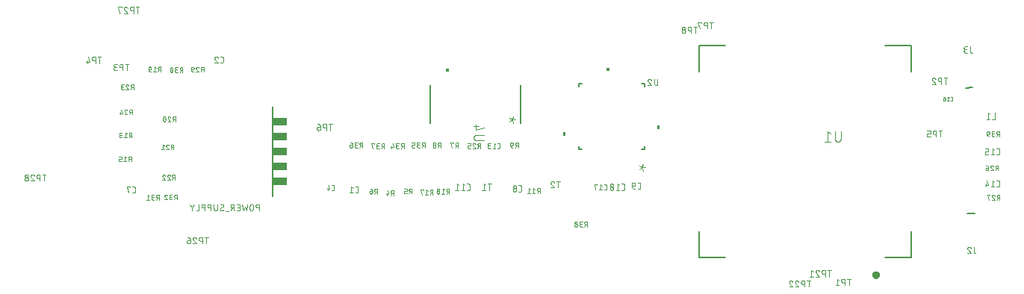
<source format=gbo>
G04 EAGLE Gerber RS-274X export*
G75*
%MOMM*%
%FSLAX34Y34*%
%LPD*%
%INSilk bottom*%
%IPPOS*%
%AMOC8*
5,1,8,0,0,1.08239X$1,22.5*%
G01*
%ADD10C,0.076200*%
%ADD11C,0.050800*%
%ADD12C,0.203200*%
%ADD13R,1.682741X0.970719*%
%ADD14R,1.679641X0.966781*%
%ADD15R,1.676809X0.965244*%
%ADD16R,1.684000X0.963131*%
%ADD17R,1.683919X0.960281*%
%ADD18C,0.400000*%
%ADD19C,0.127000*%
%ADD20C,0.101600*%
%ADD21C,0.152400*%

G36*
X675655Y263593D02*
X675655Y263593D01*
X675657Y263592D01*
X675700Y263612D01*
X675744Y263630D01*
X675744Y263632D01*
X675746Y263633D01*
X675779Y263718D01*
X675779Y266258D01*
X675778Y266260D01*
X675779Y266262D01*
X675759Y266305D01*
X675741Y266349D01*
X675739Y266349D01*
X675738Y266351D01*
X675653Y266384D01*
X671843Y266384D01*
X671841Y266383D01*
X671839Y266384D01*
X671796Y266364D01*
X671752Y266346D01*
X671752Y266344D01*
X671750Y266343D01*
X671717Y266258D01*
X671717Y263718D01*
X671718Y263716D01*
X671717Y263714D01*
X671737Y263671D01*
X671755Y263627D01*
X671757Y263627D01*
X671758Y263625D01*
X671843Y263592D01*
X675653Y263592D01*
X675655Y263593D01*
G37*
G36*
X493593Y262841D02*
X493593Y262841D01*
X493595Y262840D01*
X493638Y262860D01*
X493682Y262878D01*
X493682Y262880D01*
X493684Y262881D01*
X493717Y262966D01*
X493717Y265506D01*
X493716Y265508D01*
X493717Y265510D01*
X493697Y265553D01*
X493679Y265597D01*
X493677Y265597D01*
X493676Y265599D01*
X493591Y265632D01*
X489781Y265632D01*
X489779Y265631D01*
X489777Y265632D01*
X489734Y265612D01*
X489690Y265594D01*
X489690Y265592D01*
X489688Y265591D01*
X489655Y265506D01*
X489655Y262966D01*
X489656Y262964D01*
X489655Y262962D01*
X489675Y262919D01*
X489693Y262875D01*
X489695Y262875D01*
X489696Y262873D01*
X489781Y262840D01*
X493591Y262840D01*
X493593Y262841D01*
G37*
G36*
X732360Y197618D02*
X732360Y197618D01*
X732362Y197617D01*
X732405Y197637D01*
X732449Y197655D01*
X732449Y197657D01*
X732451Y197658D01*
X732484Y197743D01*
X732484Y201553D01*
X732483Y201555D01*
X732484Y201557D01*
X732464Y201600D01*
X732446Y201644D01*
X732444Y201644D01*
X732443Y201646D01*
X732358Y201679D01*
X729818Y201679D01*
X729816Y201678D01*
X729814Y201679D01*
X729771Y201659D01*
X729727Y201641D01*
X729727Y201639D01*
X729725Y201638D01*
X729692Y201553D01*
X729692Y197743D01*
X729693Y197741D01*
X729692Y197739D01*
X729712Y197696D01*
X729730Y197652D01*
X729732Y197652D01*
X729733Y197650D01*
X729818Y197617D01*
X732358Y197617D01*
X732360Y197618D01*
G37*
G36*
X625680Y189618D02*
X625680Y189618D01*
X625682Y189617D01*
X625725Y189637D01*
X625769Y189655D01*
X625769Y189657D01*
X625771Y189658D01*
X625804Y189743D01*
X625804Y193553D01*
X625803Y193555D01*
X625804Y193557D01*
X625784Y193600D01*
X625766Y193644D01*
X625764Y193644D01*
X625763Y193646D01*
X625678Y193679D01*
X623138Y193679D01*
X623136Y193678D01*
X623134Y193679D01*
X623091Y193659D01*
X623047Y193641D01*
X623047Y193639D01*
X623045Y193638D01*
X623012Y193553D01*
X623012Y189743D01*
X623013Y189741D01*
X623012Y189739D01*
X623032Y189696D01*
X623050Y189652D01*
X623052Y189652D01*
X623053Y189650D01*
X623138Y189617D01*
X625678Y189617D01*
X625680Y189618D01*
G37*
D10*
X387322Y125503D02*
X388846Y125503D01*
X388923Y125505D01*
X389000Y125511D01*
X389077Y125521D01*
X389153Y125534D01*
X389228Y125552D01*
X389302Y125573D01*
X389375Y125598D01*
X389447Y125627D01*
X389517Y125659D01*
X389586Y125694D01*
X389652Y125734D01*
X389717Y125776D01*
X389779Y125822D01*
X389839Y125871D01*
X389896Y125922D01*
X389951Y125977D01*
X390002Y126034D01*
X390051Y126094D01*
X390097Y126156D01*
X390139Y126221D01*
X390179Y126287D01*
X390214Y126356D01*
X390246Y126426D01*
X390275Y126498D01*
X390300Y126571D01*
X390321Y126645D01*
X390339Y126720D01*
X390352Y126796D01*
X390362Y126873D01*
X390368Y126950D01*
X390370Y127027D01*
X390370Y130837D01*
X390368Y130914D01*
X390362Y130991D01*
X390352Y131068D01*
X390339Y131144D01*
X390321Y131219D01*
X390300Y131293D01*
X390275Y131366D01*
X390246Y131438D01*
X390214Y131508D01*
X390179Y131577D01*
X390139Y131643D01*
X390097Y131708D01*
X390051Y131770D01*
X390002Y131830D01*
X389951Y131887D01*
X389896Y131942D01*
X389839Y131993D01*
X389779Y132042D01*
X389717Y132088D01*
X389652Y132130D01*
X389586Y132170D01*
X389517Y132205D01*
X389447Y132237D01*
X389375Y132266D01*
X389302Y132291D01*
X389228Y132312D01*
X389153Y132330D01*
X389077Y132343D01*
X389000Y132353D01*
X388923Y132359D01*
X388846Y132361D01*
X387322Y132361D01*
X384633Y130837D02*
X382728Y132361D01*
X382728Y125503D01*
X384633Y125503D02*
X380823Y125503D01*
D11*
X361744Y127994D02*
X360446Y127994D01*
X361744Y127994D02*
X361814Y127996D01*
X361884Y128002D01*
X361954Y128011D01*
X362023Y128024D01*
X362091Y128041D01*
X362158Y128062D01*
X362224Y128086D01*
X362289Y128114D01*
X362352Y128145D01*
X362413Y128180D01*
X362472Y128218D01*
X362530Y128259D01*
X362584Y128303D01*
X362637Y128350D01*
X362686Y128399D01*
X362733Y128452D01*
X362777Y128506D01*
X362818Y128564D01*
X362856Y128623D01*
X362891Y128684D01*
X362922Y128747D01*
X362950Y128812D01*
X362974Y128878D01*
X362995Y128945D01*
X363012Y129013D01*
X363025Y129082D01*
X363034Y129152D01*
X363040Y129222D01*
X363042Y129292D01*
X363042Y132538D01*
X363040Y132608D01*
X363034Y132678D01*
X363025Y132748D01*
X363012Y132817D01*
X362995Y132885D01*
X362974Y132952D01*
X362950Y133018D01*
X362922Y133083D01*
X362891Y133146D01*
X362856Y133207D01*
X362818Y133266D01*
X362777Y133323D01*
X362733Y133378D01*
X362686Y133431D01*
X362637Y133480D01*
X362584Y133527D01*
X362530Y133571D01*
X362472Y133612D01*
X362413Y133650D01*
X362352Y133685D01*
X362289Y133716D01*
X362224Y133744D01*
X362159Y133768D01*
X362091Y133789D01*
X362023Y133806D01*
X361954Y133819D01*
X361884Y133828D01*
X361814Y133834D01*
X361744Y133836D01*
X360446Y133836D01*
X356965Y133836D02*
X358263Y129292D01*
X355017Y129292D01*
X355991Y130590D02*
X355991Y127994D01*
D12*
X293488Y120960D02*
X293488Y222840D01*
D13*
X301042Y205964D03*
D14*
X301026Y188926D03*
D15*
X301012Y171900D03*
D16*
X301048Y154872D03*
D17*
X301048Y137839D03*
D11*
X278218Y112024D02*
X278218Y104912D01*
X278218Y112024D02*
X276243Y112024D01*
X276243Y112025D02*
X276156Y112023D01*
X276068Y112017D01*
X275981Y112008D01*
X275895Y111994D01*
X275809Y111977D01*
X275725Y111956D01*
X275641Y111931D01*
X275558Y111902D01*
X275477Y111870D01*
X275397Y111835D01*
X275319Y111796D01*
X275242Y111753D01*
X275168Y111707D01*
X275096Y111658D01*
X275026Y111606D01*
X274958Y111550D01*
X274893Y111492D01*
X274830Y111431D01*
X274771Y111367D01*
X274714Y111300D01*
X274660Y111232D01*
X274609Y111160D01*
X274562Y111087D01*
X274517Y111012D01*
X274476Y110934D01*
X274439Y110855D01*
X274405Y110775D01*
X274375Y110693D01*
X274348Y110610D01*
X274325Y110525D01*
X274306Y110440D01*
X274291Y110354D01*
X274279Y110267D01*
X274271Y110180D01*
X274267Y110093D01*
X274267Y110005D01*
X274271Y109918D01*
X274279Y109831D01*
X274291Y109744D01*
X274306Y109658D01*
X274325Y109573D01*
X274348Y109488D01*
X274375Y109405D01*
X274405Y109323D01*
X274439Y109243D01*
X274476Y109164D01*
X274517Y109086D01*
X274562Y109011D01*
X274609Y108938D01*
X274660Y108866D01*
X274714Y108798D01*
X274771Y108731D01*
X274830Y108667D01*
X274893Y108606D01*
X274958Y108548D01*
X275026Y108492D01*
X275096Y108440D01*
X275168Y108391D01*
X275242Y108345D01*
X275319Y108302D01*
X275397Y108263D01*
X275477Y108228D01*
X275558Y108196D01*
X275641Y108167D01*
X275725Y108142D01*
X275809Y108121D01*
X275895Y108104D01*
X275981Y108090D01*
X276068Y108081D01*
X276156Y108075D01*
X276243Y108073D01*
X278218Y108073D01*
X271682Y106888D02*
X271682Y110049D01*
X271680Y110136D01*
X271674Y110224D01*
X271665Y110311D01*
X271651Y110397D01*
X271634Y110483D01*
X271613Y110567D01*
X271588Y110651D01*
X271559Y110734D01*
X271527Y110815D01*
X271492Y110895D01*
X271453Y110973D01*
X271410Y111050D01*
X271364Y111124D01*
X271315Y111196D01*
X271263Y111266D01*
X271207Y111334D01*
X271149Y111399D01*
X271088Y111462D01*
X271024Y111521D01*
X270957Y111578D01*
X270889Y111632D01*
X270817Y111683D01*
X270744Y111730D01*
X270669Y111775D01*
X270591Y111816D01*
X270512Y111853D01*
X270432Y111887D01*
X270350Y111917D01*
X270267Y111944D01*
X270182Y111967D01*
X270097Y111986D01*
X270011Y112001D01*
X269924Y112013D01*
X269837Y112021D01*
X269750Y112025D01*
X269662Y112025D01*
X269575Y112021D01*
X269488Y112013D01*
X269401Y112001D01*
X269315Y111986D01*
X269230Y111967D01*
X269145Y111944D01*
X269062Y111917D01*
X268980Y111887D01*
X268900Y111853D01*
X268821Y111816D01*
X268743Y111775D01*
X268668Y111730D01*
X268595Y111683D01*
X268523Y111632D01*
X268455Y111578D01*
X268388Y111521D01*
X268324Y111462D01*
X268263Y111399D01*
X268205Y111334D01*
X268149Y111266D01*
X268097Y111196D01*
X268048Y111124D01*
X268002Y111050D01*
X267959Y110973D01*
X267920Y110895D01*
X267885Y110815D01*
X267853Y110734D01*
X267824Y110651D01*
X267799Y110567D01*
X267778Y110483D01*
X267761Y110397D01*
X267747Y110311D01*
X267738Y110224D01*
X267732Y110136D01*
X267730Y110049D01*
X267731Y110049D02*
X267731Y106888D01*
X267730Y106888D02*
X267732Y106801D01*
X267738Y106713D01*
X267747Y106626D01*
X267761Y106540D01*
X267778Y106454D01*
X267799Y106370D01*
X267824Y106286D01*
X267853Y106203D01*
X267885Y106122D01*
X267920Y106042D01*
X267959Y105964D01*
X268002Y105887D01*
X268048Y105813D01*
X268097Y105741D01*
X268149Y105671D01*
X268205Y105603D01*
X268263Y105538D01*
X268324Y105475D01*
X268388Y105416D01*
X268455Y105359D01*
X268523Y105305D01*
X268595Y105254D01*
X268668Y105207D01*
X268743Y105162D01*
X268821Y105121D01*
X268900Y105084D01*
X268980Y105050D01*
X269062Y105020D01*
X269145Y104993D01*
X269230Y104970D01*
X269315Y104951D01*
X269401Y104936D01*
X269488Y104924D01*
X269575Y104916D01*
X269662Y104912D01*
X269750Y104912D01*
X269837Y104916D01*
X269924Y104924D01*
X270011Y104936D01*
X270097Y104951D01*
X270182Y104970D01*
X270267Y104993D01*
X270350Y105020D01*
X270432Y105050D01*
X270512Y105084D01*
X270591Y105121D01*
X270669Y105162D01*
X270744Y105207D01*
X270817Y105254D01*
X270889Y105305D01*
X270957Y105359D01*
X271024Y105416D01*
X271088Y105475D01*
X271149Y105538D01*
X271207Y105603D01*
X271263Y105671D01*
X271315Y105741D01*
X271364Y105813D01*
X271410Y105887D01*
X271453Y105964D01*
X271492Y106042D01*
X271527Y106122D01*
X271559Y106203D01*
X271588Y106286D01*
X271613Y106370D01*
X271634Y106454D01*
X271651Y106540D01*
X271665Y106626D01*
X271674Y106713D01*
X271680Y106801D01*
X271682Y106888D01*
X265095Y112024D02*
X263514Y104912D01*
X261934Y109653D01*
X260354Y104912D01*
X258773Y112024D01*
X255896Y104912D02*
X252735Y104912D01*
X255896Y104912D02*
X255896Y112024D01*
X252735Y112024D01*
X253525Y108863D02*
X255896Y108863D01*
X249925Y112024D02*
X249925Y104912D01*
X249925Y112024D02*
X247949Y112024D01*
X247949Y112025D02*
X247862Y112023D01*
X247774Y112017D01*
X247687Y112008D01*
X247601Y111994D01*
X247515Y111977D01*
X247431Y111956D01*
X247347Y111931D01*
X247264Y111902D01*
X247183Y111870D01*
X247103Y111835D01*
X247025Y111796D01*
X246948Y111753D01*
X246874Y111707D01*
X246802Y111658D01*
X246732Y111606D01*
X246664Y111550D01*
X246599Y111492D01*
X246536Y111431D01*
X246477Y111367D01*
X246420Y111300D01*
X246366Y111232D01*
X246315Y111160D01*
X246268Y111087D01*
X246223Y111012D01*
X246182Y110934D01*
X246145Y110855D01*
X246111Y110775D01*
X246081Y110693D01*
X246054Y110610D01*
X246031Y110525D01*
X246012Y110440D01*
X245997Y110354D01*
X245985Y110267D01*
X245977Y110180D01*
X245973Y110093D01*
X245973Y110005D01*
X245977Y109918D01*
X245985Y109831D01*
X245997Y109744D01*
X246012Y109658D01*
X246031Y109573D01*
X246054Y109488D01*
X246081Y109405D01*
X246111Y109323D01*
X246145Y109243D01*
X246182Y109164D01*
X246223Y109086D01*
X246268Y109011D01*
X246315Y108938D01*
X246366Y108866D01*
X246420Y108798D01*
X246477Y108731D01*
X246536Y108667D01*
X246599Y108606D01*
X246664Y108548D01*
X246732Y108492D01*
X246802Y108440D01*
X246874Y108391D01*
X246948Y108345D01*
X247025Y108302D01*
X247103Y108263D01*
X247183Y108228D01*
X247264Y108196D01*
X247347Y108167D01*
X247431Y108142D01*
X247515Y108121D01*
X247601Y108104D01*
X247687Y108090D01*
X247774Y108081D01*
X247862Y108075D01*
X247949Y108073D01*
X249925Y108073D01*
X247554Y108073D02*
X245973Y104912D01*
X243398Y104122D02*
X240237Y104122D01*
X235479Y104913D02*
X235401Y104915D01*
X235324Y104921D01*
X235247Y104930D01*
X235171Y104943D01*
X235095Y104960D01*
X235020Y104981D01*
X234947Y105005D01*
X234874Y105033D01*
X234803Y105065D01*
X234734Y105100D01*
X234667Y105138D01*
X234601Y105179D01*
X234538Y105224D01*
X234477Y105272D01*
X234418Y105322D01*
X234362Y105376D01*
X234308Y105432D01*
X234258Y105491D01*
X234210Y105552D01*
X234165Y105615D01*
X234124Y105681D01*
X234086Y105748D01*
X234051Y105817D01*
X234019Y105888D01*
X233991Y105961D01*
X233967Y106034D01*
X233946Y106109D01*
X233929Y106185D01*
X233916Y106261D01*
X233907Y106338D01*
X233901Y106415D01*
X233899Y106493D01*
X235479Y104912D02*
X235594Y104914D01*
X235708Y104920D01*
X235822Y104930D01*
X235936Y104943D01*
X236049Y104961D01*
X236162Y104983D01*
X236274Y105008D01*
X236385Y105037D01*
X236494Y105070D01*
X236603Y105107D01*
X236710Y105147D01*
X236816Y105191D01*
X236920Y105239D01*
X237023Y105290D01*
X237123Y105345D01*
X237222Y105403D01*
X237319Y105465D01*
X237413Y105529D01*
X237506Y105597D01*
X237596Y105669D01*
X237683Y105743D01*
X237768Y105820D01*
X237850Y105900D01*
X237651Y110444D02*
X237649Y110522D01*
X237643Y110599D01*
X237634Y110676D01*
X237621Y110752D01*
X237604Y110828D01*
X237583Y110903D01*
X237559Y110976D01*
X237531Y111049D01*
X237499Y111120D01*
X237464Y111189D01*
X237426Y111256D01*
X237385Y111322D01*
X237340Y111385D01*
X237292Y111446D01*
X237242Y111505D01*
X237188Y111561D01*
X237132Y111615D01*
X237073Y111665D01*
X237012Y111713D01*
X236949Y111758D01*
X236883Y111799D01*
X236816Y111837D01*
X236747Y111872D01*
X236676Y111904D01*
X236603Y111932D01*
X236530Y111956D01*
X236455Y111977D01*
X236379Y111994D01*
X236303Y112007D01*
X236226Y112016D01*
X236149Y112022D01*
X236071Y112024D01*
X235965Y112022D01*
X235859Y112016D01*
X235754Y112007D01*
X235649Y111994D01*
X235544Y111977D01*
X235440Y111956D01*
X235337Y111932D01*
X235235Y111904D01*
X235134Y111872D01*
X235034Y111837D01*
X234936Y111798D01*
X234838Y111755D01*
X234743Y111710D01*
X234649Y111661D01*
X234557Y111608D01*
X234467Y111552D01*
X234379Y111493D01*
X234293Y111431D01*
X236862Y109061D02*
X236929Y109103D01*
X236994Y109148D01*
X237057Y109197D01*
X237118Y109248D01*
X237175Y109303D01*
X237230Y109360D01*
X237283Y109420D01*
X237332Y109482D01*
X237378Y109547D01*
X237420Y109613D01*
X237460Y109682D01*
X237496Y109753D01*
X237528Y109826D01*
X237557Y109900D01*
X237582Y109975D01*
X237603Y110051D01*
X237621Y110129D01*
X237634Y110207D01*
X237644Y110286D01*
X237650Y110365D01*
X237652Y110444D01*
X234688Y107876D02*
X234621Y107834D01*
X234556Y107789D01*
X234493Y107740D01*
X234432Y107689D01*
X234375Y107634D01*
X234320Y107577D01*
X234267Y107517D01*
X234218Y107455D01*
X234172Y107390D01*
X234130Y107324D01*
X234090Y107255D01*
X234054Y107184D01*
X234022Y107111D01*
X233993Y107037D01*
X233968Y106962D01*
X233947Y106886D01*
X233929Y106808D01*
X233916Y106730D01*
X233906Y106651D01*
X233900Y106572D01*
X233898Y106493D01*
X234688Y107875D02*
X236862Y109061D01*
X230991Y106888D02*
X230991Y112024D01*
X230992Y106888D02*
X230990Y106801D01*
X230984Y106713D01*
X230975Y106626D01*
X230961Y106540D01*
X230944Y106454D01*
X230923Y106370D01*
X230898Y106286D01*
X230869Y106203D01*
X230837Y106122D01*
X230802Y106042D01*
X230763Y105964D01*
X230720Y105887D01*
X230674Y105813D01*
X230625Y105741D01*
X230573Y105671D01*
X230517Y105603D01*
X230459Y105538D01*
X230398Y105475D01*
X230334Y105416D01*
X230267Y105359D01*
X230199Y105305D01*
X230127Y105254D01*
X230054Y105207D01*
X229979Y105162D01*
X229901Y105121D01*
X229822Y105084D01*
X229742Y105050D01*
X229660Y105020D01*
X229577Y104993D01*
X229492Y104970D01*
X229407Y104951D01*
X229321Y104936D01*
X229234Y104924D01*
X229147Y104916D01*
X229060Y104912D01*
X228972Y104912D01*
X228885Y104916D01*
X228798Y104924D01*
X228711Y104936D01*
X228625Y104951D01*
X228540Y104970D01*
X228455Y104993D01*
X228372Y105020D01*
X228290Y105050D01*
X228210Y105084D01*
X228131Y105121D01*
X228053Y105162D01*
X227978Y105207D01*
X227905Y105254D01*
X227833Y105305D01*
X227765Y105359D01*
X227698Y105416D01*
X227634Y105475D01*
X227573Y105538D01*
X227515Y105603D01*
X227459Y105671D01*
X227407Y105741D01*
X227358Y105813D01*
X227312Y105887D01*
X227269Y105964D01*
X227230Y106042D01*
X227195Y106122D01*
X227163Y106203D01*
X227134Y106286D01*
X227109Y106370D01*
X227088Y106454D01*
X227071Y106540D01*
X227057Y106626D01*
X227048Y106713D01*
X227042Y106801D01*
X227040Y106888D01*
X227040Y112024D01*
X223583Y112024D02*
X223583Y104912D01*
X223583Y112024D02*
X221607Y112024D01*
X221607Y112025D02*
X221520Y112023D01*
X221432Y112017D01*
X221345Y112008D01*
X221259Y111994D01*
X221173Y111977D01*
X221089Y111956D01*
X221005Y111931D01*
X220922Y111902D01*
X220841Y111870D01*
X220761Y111835D01*
X220683Y111796D01*
X220606Y111753D01*
X220532Y111707D01*
X220460Y111658D01*
X220390Y111606D01*
X220322Y111550D01*
X220257Y111492D01*
X220194Y111431D01*
X220135Y111367D01*
X220078Y111300D01*
X220024Y111232D01*
X219973Y111160D01*
X219926Y111087D01*
X219881Y111012D01*
X219840Y110934D01*
X219803Y110855D01*
X219769Y110775D01*
X219739Y110693D01*
X219712Y110610D01*
X219689Y110525D01*
X219670Y110440D01*
X219655Y110354D01*
X219643Y110267D01*
X219635Y110180D01*
X219631Y110093D01*
X219631Y110005D01*
X219635Y109918D01*
X219643Y109831D01*
X219655Y109744D01*
X219670Y109658D01*
X219689Y109573D01*
X219712Y109488D01*
X219739Y109405D01*
X219769Y109323D01*
X219803Y109243D01*
X219840Y109164D01*
X219881Y109086D01*
X219926Y109011D01*
X219973Y108938D01*
X220024Y108866D01*
X220078Y108798D01*
X220135Y108731D01*
X220194Y108667D01*
X220257Y108606D01*
X220322Y108548D01*
X220390Y108492D01*
X220460Y108440D01*
X220532Y108391D01*
X220606Y108345D01*
X220683Y108302D01*
X220761Y108263D01*
X220841Y108228D01*
X220922Y108196D01*
X221005Y108167D01*
X221089Y108142D01*
X221173Y108121D01*
X221259Y108104D01*
X221345Y108090D01*
X221432Y108081D01*
X221520Y108075D01*
X221607Y108073D01*
X223583Y108073D01*
X216725Y104912D02*
X216725Y112024D01*
X214749Y112024D01*
X214749Y112025D02*
X214662Y112023D01*
X214574Y112017D01*
X214487Y112008D01*
X214401Y111994D01*
X214315Y111977D01*
X214231Y111956D01*
X214147Y111931D01*
X214064Y111902D01*
X213983Y111870D01*
X213903Y111835D01*
X213825Y111796D01*
X213748Y111753D01*
X213674Y111707D01*
X213602Y111658D01*
X213532Y111606D01*
X213464Y111550D01*
X213399Y111492D01*
X213336Y111431D01*
X213277Y111367D01*
X213220Y111300D01*
X213166Y111232D01*
X213115Y111160D01*
X213068Y111087D01*
X213023Y111012D01*
X212982Y110934D01*
X212945Y110855D01*
X212911Y110775D01*
X212881Y110693D01*
X212854Y110610D01*
X212831Y110525D01*
X212812Y110440D01*
X212797Y110354D01*
X212785Y110267D01*
X212777Y110180D01*
X212773Y110093D01*
X212773Y110005D01*
X212777Y109918D01*
X212785Y109831D01*
X212797Y109744D01*
X212812Y109658D01*
X212831Y109573D01*
X212854Y109488D01*
X212881Y109405D01*
X212911Y109323D01*
X212945Y109243D01*
X212982Y109164D01*
X213023Y109086D01*
X213068Y109011D01*
X213115Y108938D01*
X213166Y108866D01*
X213220Y108798D01*
X213277Y108731D01*
X213336Y108667D01*
X213399Y108606D01*
X213464Y108548D01*
X213532Y108492D01*
X213602Y108440D01*
X213674Y108391D01*
X213748Y108345D01*
X213825Y108302D01*
X213903Y108263D01*
X213983Y108228D01*
X214064Y108196D01*
X214147Y108167D01*
X214231Y108142D01*
X214315Y108121D01*
X214401Y108104D01*
X214487Y108090D01*
X214574Y108081D01*
X214662Y108075D01*
X214749Y108073D01*
X216725Y108073D01*
X209948Y104912D02*
X209948Y112024D01*
X209948Y104912D02*
X206787Y104912D01*
X202270Y108666D02*
X204640Y112024D01*
X202270Y108666D02*
X199899Y112024D01*
X202270Y108666D02*
X202270Y104912D01*
D18*
X975200Y32100D02*
X975202Y32189D01*
X975208Y32278D01*
X975218Y32367D01*
X975232Y32455D01*
X975249Y32542D01*
X975271Y32628D01*
X975297Y32714D01*
X975326Y32798D01*
X975359Y32881D01*
X975395Y32962D01*
X975436Y33042D01*
X975479Y33119D01*
X975526Y33195D01*
X975577Y33268D01*
X975630Y33339D01*
X975687Y33408D01*
X975747Y33474D01*
X975810Y33538D01*
X975875Y33598D01*
X975943Y33656D01*
X976014Y33710D01*
X976087Y33761D01*
X976162Y33809D01*
X976239Y33854D01*
X976318Y33895D01*
X976399Y33932D01*
X976481Y33966D01*
X976565Y33997D01*
X976650Y34023D01*
X976736Y34046D01*
X976823Y34064D01*
X976911Y34079D01*
X977000Y34090D01*
X977089Y34097D01*
X977178Y34100D01*
X977267Y34099D01*
X977356Y34094D01*
X977444Y34085D01*
X977533Y34072D01*
X977620Y34055D01*
X977707Y34035D01*
X977793Y34010D01*
X977877Y33982D01*
X977960Y33950D01*
X978042Y33914D01*
X978122Y33875D01*
X978200Y33832D01*
X978276Y33786D01*
X978350Y33736D01*
X978422Y33683D01*
X978491Y33627D01*
X978558Y33568D01*
X978622Y33506D01*
X978683Y33442D01*
X978742Y33374D01*
X978797Y33304D01*
X978849Y33232D01*
X978898Y33157D01*
X978943Y33081D01*
X978985Y33002D01*
X979023Y32922D01*
X979058Y32840D01*
X979089Y32756D01*
X979117Y32671D01*
X979140Y32585D01*
X979160Y32498D01*
X979176Y32411D01*
X979188Y32322D01*
X979196Y32234D01*
X979200Y32145D01*
X979200Y32055D01*
X979196Y31966D01*
X979188Y31878D01*
X979176Y31789D01*
X979160Y31702D01*
X979140Y31615D01*
X979117Y31529D01*
X979089Y31444D01*
X979058Y31360D01*
X979023Y31278D01*
X978985Y31198D01*
X978943Y31119D01*
X978898Y31043D01*
X978849Y30968D01*
X978797Y30896D01*
X978742Y30826D01*
X978683Y30758D01*
X978622Y30694D01*
X978558Y30632D01*
X978491Y30573D01*
X978422Y30517D01*
X978350Y30464D01*
X978276Y30414D01*
X978200Y30368D01*
X978122Y30325D01*
X978042Y30286D01*
X977960Y30250D01*
X977877Y30218D01*
X977793Y30190D01*
X977707Y30165D01*
X977620Y30145D01*
X977533Y30128D01*
X977444Y30115D01*
X977356Y30106D01*
X977267Y30101D01*
X977178Y30100D01*
X977089Y30103D01*
X977000Y30110D01*
X976911Y30121D01*
X976823Y30136D01*
X976736Y30154D01*
X976650Y30177D01*
X976565Y30203D01*
X976481Y30234D01*
X976399Y30268D01*
X976318Y30305D01*
X976239Y30346D01*
X976162Y30391D01*
X976087Y30439D01*
X976014Y30490D01*
X975943Y30544D01*
X975875Y30602D01*
X975810Y30662D01*
X975747Y30726D01*
X975687Y30792D01*
X975630Y30861D01*
X975577Y30932D01*
X975526Y31005D01*
X975479Y31081D01*
X975436Y31158D01*
X975395Y31238D01*
X975359Y31319D01*
X975326Y31402D01*
X975297Y31486D01*
X975271Y31572D01*
X975249Y31658D01*
X975232Y31745D01*
X975218Y31833D01*
X975208Y31922D01*
X975202Y32011D01*
X975200Y32100D01*
D19*
X987700Y52100D02*
X1017200Y52100D01*
X1017200Y81600D01*
X1017200Y262600D02*
X1017200Y292100D01*
X987700Y292100D01*
X806700Y292100D02*
X777200Y292100D01*
X777200Y262600D01*
X777200Y52100D02*
X806700Y52100D01*
X777200Y52100D02*
X777200Y81600D01*
D20*
X937528Y186324D02*
X937528Y194772D01*
X937527Y186324D02*
X937525Y186212D01*
X937519Y186100D01*
X937510Y185988D01*
X937496Y185877D01*
X937479Y185766D01*
X937458Y185656D01*
X937433Y185546D01*
X937404Y185438D01*
X937371Y185331D01*
X937335Y185224D01*
X937296Y185120D01*
X937252Y185016D01*
X937205Y184914D01*
X937155Y184814D01*
X937101Y184716D01*
X937044Y184619D01*
X936983Y184525D01*
X936920Y184432D01*
X936853Y184342D01*
X936783Y184255D01*
X936710Y184170D01*
X936634Y184087D01*
X936555Y184007D01*
X936474Y183930D01*
X936390Y183855D01*
X936304Y183784D01*
X936215Y183715D01*
X936124Y183650D01*
X936030Y183588D01*
X935935Y183529D01*
X935837Y183474D01*
X935738Y183422D01*
X935637Y183373D01*
X935534Y183328D01*
X935430Y183286D01*
X935325Y183248D01*
X935218Y183214D01*
X935110Y183183D01*
X935001Y183156D01*
X934891Y183133D01*
X934781Y183114D01*
X934670Y183099D01*
X934558Y183087D01*
X934446Y183079D01*
X934334Y183075D01*
X934222Y183075D01*
X934110Y183079D01*
X933998Y183087D01*
X933886Y183099D01*
X933775Y183114D01*
X933665Y183133D01*
X933555Y183156D01*
X933446Y183183D01*
X933338Y183214D01*
X933231Y183248D01*
X933126Y183286D01*
X933022Y183328D01*
X932919Y183373D01*
X932818Y183422D01*
X932719Y183474D01*
X932621Y183529D01*
X932526Y183588D01*
X932432Y183650D01*
X932341Y183715D01*
X932252Y183784D01*
X932166Y183855D01*
X932082Y183930D01*
X932001Y184007D01*
X931922Y184087D01*
X931846Y184170D01*
X931773Y184255D01*
X931703Y184342D01*
X931636Y184432D01*
X931573Y184525D01*
X931512Y184619D01*
X931455Y184716D01*
X931401Y184814D01*
X931351Y184914D01*
X931304Y185016D01*
X931260Y185120D01*
X931221Y185224D01*
X931185Y185331D01*
X931152Y185438D01*
X931123Y185546D01*
X931098Y185656D01*
X931077Y185766D01*
X931060Y185877D01*
X931046Y185988D01*
X931037Y186100D01*
X931031Y186212D01*
X931029Y186324D01*
X931029Y194772D01*
X925704Y192173D02*
X922455Y194772D01*
X922455Y183075D01*
X925704Y183075D02*
X919206Y183075D01*
D11*
X430609Y127816D02*
X430609Y122228D01*
X430609Y127816D02*
X429057Y127816D01*
X428980Y127814D01*
X428902Y127808D01*
X428826Y127799D01*
X428749Y127785D01*
X428674Y127768D01*
X428600Y127747D01*
X428526Y127722D01*
X428454Y127694D01*
X428384Y127662D01*
X428315Y127627D01*
X428248Y127588D01*
X428183Y127546D01*
X428120Y127501D01*
X428059Y127453D01*
X428001Y127402D01*
X427946Y127348D01*
X427893Y127291D01*
X427844Y127232D01*
X427797Y127170D01*
X427753Y127106D01*
X427713Y127040D01*
X427676Y126972D01*
X427642Y126902D01*
X427612Y126831D01*
X427586Y126758D01*
X427563Y126684D01*
X427544Y126609D01*
X427529Y126534D01*
X427517Y126457D01*
X427509Y126380D01*
X427505Y126303D01*
X427505Y126225D01*
X427509Y126148D01*
X427517Y126071D01*
X427529Y125994D01*
X427544Y125919D01*
X427563Y125844D01*
X427586Y125770D01*
X427612Y125697D01*
X427642Y125626D01*
X427676Y125556D01*
X427713Y125488D01*
X427753Y125422D01*
X427797Y125358D01*
X427844Y125296D01*
X427893Y125237D01*
X427946Y125180D01*
X428001Y125126D01*
X428059Y125075D01*
X428120Y125027D01*
X428183Y124982D01*
X428248Y124940D01*
X428315Y124901D01*
X428384Y124866D01*
X428454Y124834D01*
X428526Y124806D01*
X428600Y124781D01*
X428674Y124760D01*
X428749Y124743D01*
X428826Y124729D01*
X428902Y124720D01*
X428980Y124714D01*
X429057Y124712D01*
X430609Y124712D01*
X428747Y124712D02*
X427505Y122228D01*
X425159Y123470D02*
X423917Y127816D01*
X425159Y123470D02*
X422055Y123470D01*
X422986Y124712D02*
X422986Y122228D01*
X451087Y124168D02*
X451087Y129756D01*
X449535Y129756D01*
X449458Y129754D01*
X449380Y129748D01*
X449304Y129739D01*
X449227Y129725D01*
X449152Y129708D01*
X449078Y129687D01*
X449004Y129662D01*
X448932Y129634D01*
X448862Y129602D01*
X448793Y129567D01*
X448726Y129528D01*
X448661Y129486D01*
X448598Y129441D01*
X448537Y129393D01*
X448479Y129342D01*
X448424Y129288D01*
X448371Y129231D01*
X448322Y129172D01*
X448275Y129110D01*
X448231Y129046D01*
X448191Y128980D01*
X448154Y128912D01*
X448120Y128842D01*
X448090Y128771D01*
X448064Y128698D01*
X448041Y128624D01*
X448022Y128549D01*
X448007Y128474D01*
X447995Y128397D01*
X447987Y128320D01*
X447983Y128243D01*
X447983Y128165D01*
X447987Y128088D01*
X447995Y128011D01*
X448007Y127934D01*
X448022Y127859D01*
X448041Y127784D01*
X448064Y127710D01*
X448090Y127637D01*
X448120Y127566D01*
X448154Y127496D01*
X448191Y127428D01*
X448231Y127362D01*
X448275Y127298D01*
X448322Y127236D01*
X448371Y127177D01*
X448424Y127120D01*
X448479Y127066D01*
X448537Y127015D01*
X448598Y126967D01*
X448661Y126922D01*
X448726Y126880D01*
X448793Y126841D01*
X448862Y126806D01*
X448932Y126774D01*
X449004Y126746D01*
X449078Y126721D01*
X449152Y126700D01*
X449227Y126683D01*
X449304Y126669D01*
X449380Y126660D01*
X449458Y126654D01*
X449535Y126652D01*
X451087Y126652D01*
X449225Y126652D02*
X447983Y124168D01*
X445637Y124168D02*
X443774Y124168D01*
X443704Y124170D01*
X443635Y124176D01*
X443566Y124186D01*
X443498Y124199D01*
X443430Y124217D01*
X443364Y124238D01*
X443299Y124263D01*
X443235Y124291D01*
X443173Y124323D01*
X443113Y124358D01*
X443055Y124397D01*
X443000Y124439D01*
X442946Y124484D01*
X442896Y124532D01*
X442848Y124582D01*
X442803Y124636D01*
X442761Y124691D01*
X442722Y124749D01*
X442687Y124809D01*
X442655Y124871D01*
X442627Y124935D01*
X442602Y125000D01*
X442581Y125066D01*
X442563Y125134D01*
X442550Y125202D01*
X442540Y125271D01*
X442534Y125340D01*
X442532Y125410D01*
X442533Y125410D02*
X442533Y126031D01*
X442532Y126031D02*
X442534Y126101D01*
X442540Y126170D01*
X442550Y126239D01*
X442563Y126307D01*
X442581Y126375D01*
X442602Y126441D01*
X442627Y126506D01*
X442655Y126570D01*
X442687Y126632D01*
X442722Y126692D01*
X442761Y126750D01*
X442803Y126805D01*
X442848Y126859D01*
X442896Y126909D01*
X442946Y126957D01*
X443000Y127002D01*
X443055Y127044D01*
X443113Y127083D01*
X443173Y127118D01*
X443235Y127150D01*
X443299Y127178D01*
X443364Y127203D01*
X443430Y127224D01*
X443498Y127242D01*
X443566Y127255D01*
X443635Y127265D01*
X443704Y127271D01*
X443774Y127273D01*
X443774Y127272D02*
X445637Y127272D01*
X445637Y129756D01*
X442533Y129756D01*
X412063Y129668D02*
X412063Y124080D01*
X412063Y129668D02*
X410511Y129668D01*
X410434Y129666D01*
X410356Y129660D01*
X410280Y129651D01*
X410203Y129637D01*
X410128Y129620D01*
X410054Y129599D01*
X409980Y129574D01*
X409908Y129546D01*
X409838Y129514D01*
X409769Y129479D01*
X409702Y129440D01*
X409637Y129398D01*
X409574Y129353D01*
X409513Y129305D01*
X409455Y129254D01*
X409400Y129200D01*
X409347Y129143D01*
X409298Y129084D01*
X409251Y129022D01*
X409207Y128958D01*
X409167Y128892D01*
X409130Y128824D01*
X409096Y128754D01*
X409066Y128683D01*
X409040Y128610D01*
X409017Y128536D01*
X408998Y128461D01*
X408983Y128386D01*
X408971Y128309D01*
X408963Y128232D01*
X408959Y128155D01*
X408959Y128077D01*
X408963Y128000D01*
X408971Y127923D01*
X408983Y127846D01*
X408998Y127771D01*
X409017Y127696D01*
X409040Y127622D01*
X409066Y127549D01*
X409096Y127478D01*
X409130Y127408D01*
X409167Y127340D01*
X409207Y127274D01*
X409251Y127210D01*
X409298Y127148D01*
X409347Y127089D01*
X409400Y127032D01*
X409455Y126978D01*
X409513Y126927D01*
X409574Y126879D01*
X409637Y126834D01*
X409702Y126792D01*
X409769Y126753D01*
X409838Y126718D01*
X409908Y126686D01*
X409980Y126658D01*
X410054Y126633D01*
X410128Y126612D01*
X410203Y126595D01*
X410280Y126581D01*
X410356Y126572D01*
X410434Y126566D01*
X410511Y126564D01*
X412063Y126564D01*
X410201Y126564D02*
X408959Y124080D01*
X406613Y127184D02*
X404750Y127184D01*
X404750Y127185D02*
X404680Y127183D01*
X404611Y127177D01*
X404542Y127167D01*
X404474Y127154D01*
X404406Y127136D01*
X404340Y127115D01*
X404275Y127090D01*
X404211Y127062D01*
X404149Y127030D01*
X404089Y126995D01*
X404031Y126956D01*
X403976Y126914D01*
X403922Y126869D01*
X403872Y126821D01*
X403824Y126771D01*
X403779Y126717D01*
X403737Y126662D01*
X403698Y126604D01*
X403663Y126544D01*
X403631Y126482D01*
X403603Y126418D01*
X403578Y126353D01*
X403557Y126287D01*
X403539Y126219D01*
X403526Y126151D01*
X403516Y126082D01*
X403510Y126013D01*
X403508Y125943D01*
X403509Y125943D02*
X403509Y125632D01*
X403511Y125555D01*
X403517Y125477D01*
X403526Y125401D01*
X403540Y125324D01*
X403557Y125249D01*
X403578Y125175D01*
X403603Y125101D01*
X403631Y125029D01*
X403663Y124959D01*
X403698Y124890D01*
X403737Y124823D01*
X403779Y124758D01*
X403824Y124695D01*
X403872Y124634D01*
X403923Y124576D01*
X403977Y124521D01*
X404034Y124468D01*
X404093Y124419D01*
X404155Y124372D01*
X404219Y124328D01*
X404285Y124288D01*
X404353Y124251D01*
X404423Y124217D01*
X404494Y124187D01*
X404567Y124161D01*
X404641Y124138D01*
X404716Y124119D01*
X404791Y124104D01*
X404868Y124092D01*
X404945Y124084D01*
X405022Y124080D01*
X405100Y124080D01*
X405177Y124084D01*
X405254Y124092D01*
X405331Y124104D01*
X405406Y124119D01*
X405481Y124138D01*
X405555Y124161D01*
X405628Y124187D01*
X405699Y124217D01*
X405769Y124251D01*
X405837Y124288D01*
X405903Y124328D01*
X405967Y124372D01*
X406029Y124419D01*
X406088Y124468D01*
X406145Y124521D01*
X406199Y124576D01*
X406250Y124634D01*
X406298Y124695D01*
X406343Y124758D01*
X406385Y124823D01*
X406424Y124890D01*
X406459Y124959D01*
X406491Y125029D01*
X406519Y125101D01*
X406544Y125175D01*
X406565Y125249D01*
X406582Y125324D01*
X406596Y125401D01*
X406605Y125477D01*
X406611Y125555D01*
X406613Y125632D01*
X406613Y127184D01*
X406611Y127282D01*
X406605Y127379D01*
X406596Y127476D01*
X406582Y127573D01*
X406565Y127669D01*
X406544Y127764D01*
X406520Y127858D01*
X406491Y127952D01*
X406459Y128044D01*
X406424Y128135D01*
X406385Y128224D01*
X406342Y128312D01*
X406296Y128398D01*
X406247Y128482D01*
X406194Y128564D01*
X406139Y128644D01*
X406080Y128722D01*
X406018Y128797D01*
X405953Y128870D01*
X405885Y128940D01*
X405815Y129008D01*
X405742Y129073D01*
X405667Y129135D01*
X405589Y129194D01*
X405509Y129249D01*
X405427Y129302D01*
X405343Y129351D01*
X405257Y129397D01*
X405169Y129440D01*
X405080Y129479D01*
X404989Y129514D01*
X404897Y129546D01*
X404803Y129575D01*
X404709Y129599D01*
X404614Y129620D01*
X404518Y129637D01*
X404421Y129651D01*
X404324Y129660D01*
X404227Y129666D01*
X404129Y129668D01*
X235896Y272320D02*
X234315Y272320D01*
X235896Y272320D02*
X235974Y272322D01*
X236051Y272328D01*
X236128Y272337D01*
X236204Y272350D01*
X236280Y272367D01*
X236355Y272388D01*
X236428Y272412D01*
X236501Y272440D01*
X236572Y272472D01*
X236641Y272507D01*
X236708Y272545D01*
X236774Y272586D01*
X236837Y272631D01*
X236898Y272679D01*
X236957Y272729D01*
X237013Y272783D01*
X237067Y272839D01*
X237117Y272898D01*
X237165Y272959D01*
X237210Y273022D01*
X237251Y273088D01*
X237289Y273155D01*
X237324Y273224D01*
X237356Y273295D01*
X237384Y273368D01*
X237408Y273441D01*
X237429Y273516D01*
X237446Y273592D01*
X237459Y273668D01*
X237468Y273745D01*
X237474Y273822D01*
X237476Y273900D01*
X237476Y277852D01*
X237474Y277930D01*
X237468Y278007D01*
X237459Y278084D01*
X237446Y278160D01*
X237429Y278236D01*
X237408Y278311D01*
X237384Y278384D01*
X237356Y278457D01*
X237324Y278528D01*
X237289Y278597D01*
X237251Y278664D01*
X237210Y278730D01*
X237165Y278793D01*
X237117Y278854D01*
X237067Y278913D01*
X237013Y278969D01*
X236957Y279023D01*
X236898Y279073D01*
X236837Y279121D01*
X236774Y279166D01*
X236708Y279207D01*
X236641Y279245D01*
X236572Y279280D01*
X236501Y279312D01*
X236428Y279340D01*
X236355Y279364D01*
X236280Y279385D01*
X236204Y279402D01*
X236128Y279415D01*
X236051Y279424D01*
X235974Y279430D01*
X235896Y279432D01*
X234315Y279432D01*
X229570Y279432D02*
X229488Y279430D01*
X229406Y279424D01*
X229324Y279415D01*
X229243Y279402D01*
X229163Y279385D01*
X229083Y279364D01*
X229005Y279340D01*
X228928Y279312D01*
X228852Y279281D01*
X228777Y279246D01*
X228705Y279207D01*
X228634Y279166D01*
X228565Y279121D01*
X228499Y279073D01*
X228434Y279022D01*
X228372Y278968D01*
X228313Y278911D01*
X228256Y278852D01*
X228202Y278790D01*
X228151Y278725D01*
X228103Y278659D01*
X228058Y278590D01*
X228017Y278519D01*
X227978Y278447D01*
X227943Y278372D01*
X227912Y278296D01*
X227884Y278219D01*
X227860Y278141D01*
X227839Y278061D01*
X227822Y277981D01*
X227809Y277900D01*
X227800Y277818D01*
X227794Y277736D01*
X227792Y277654D01*
X229570Y279432D02*
X229663Y279430D01*
X229755Y279424D01*
X229847Y279415D01*
X229939Y279402D01*
X230030Y279385D01*
X230120Y279365D01*
X230210Y279341D01*
X230298Y279313D01*
X230386Y279281D01*
X230471Y279247D01*
X230556Y279208D01*
X230638Y279167D01*
X230719Y279122D01*
X230799Y279073D01*
X230876Y279022D01*
X230951Y278968D01*
X231023Y278910D01*
X231094Y278850D01*
X231161Y278786D01*
X231226Y278721D01*
X231289Y278652D01*
X231348Y278581D01*
X231405Y278508D01*
X231459Y278432D01*
X231509Y278355D01*
X231557Y278275D01*
X231601Y278193D01*
X231641Y278110D01*
X231679Y278025D01*
X231713Y277939D01*
X231743Y277852D01*
X228384Y276271D02*
X228323Y276332D01*
X228265Y276395D01*
X228210Y276461D01*
X228157Y276529D01*
X228108Y276600D01*
X228063Y276672D01*
X228020Y276747D01*
X227981Y276823D01*
X227945Y276902D01*
X227913Y276981D01*
X227885Y277062D01*
X227860Y277145D01*
X227839Y277228D01*
X227822Y277312D01*
X227808Y277397D01*
X227799Y277482D01*
X227793Y277568D01*
X227791Y277654D01*
X228384Y276271D02*
X231743Y272320D01*
X227792Y272320D01*
D10*
X136141Y125061D02*
X134617Y125061D01*
X136141Y125061D02*
X136218Y125063D01*
X136295Y125069D01*
X136372Y125079D01*
X136448Y125092D01*
X136523Y125110D01*
X136597Y125131D01*
X136670Y125156D01*
X136742Y125185D01*
X136812Y125217D01*
X136881Y125252D01*
X136947Y125292D01*
X137012Y125334D01*
X137074Y125380D01*
X137134Y125429D01*
X137191Y125480D01*
X137246Y125535D01*
X137297Y125592D01*
X137346Y125652D01*
X137392Y125714D01*
X137434Y125779D01*
X137474Y125845D01*
X137509Y125914D01*
X137541Y125984D01*
X137570Y126056D01*
X137595Y126129D01*
X137616Y126203D01*
X137634Y126278D01*
X137647Y126354D01*
X137657Y126431D01*
X137663Y126508D01*
X137665Y126585D01*
X137665Y130395D01*
X137663Y130472D01*
X137657Y130549D01*
X137647Y130626D01*
X137634Y130702D01*
X137616Y130777D01*
X137595Y130851D01*
X137570Y130924D01*
X137541Y130996D01*
X137509Y131066D01*
X137474Y131135D01*
X137434Y131201D01*
X137392Y131266D01*
X137346Y131328D01*
X137297Y131388D01*
X137246Y131445D01*
X137191Y131500D01*
X137134Y131551D01*
X137074Y131600D01*
X137012Y131646D01*
X136947Y131688D01*
X136881Y131728D01*
X136812Y131763D01*
X136742Y131795D01*
X136670Y131824D01*
X136597Y131849D01*
X136523Y131870D01*
X136448Y131888D01*
X136372Y131901D01*
X136295Y131911D01*
X136218Y131917D01*
X136141Y131919D01*
X134617Y131919D01*
X131928Y131919D02*
X131928Y131157D01*
X131928Y131919D02*
X128118Y131919D01*
X130023Y125061D01*
D11*
X946772Y27258D02*
X946772Y20146D01*
X948748Y27258D02*
X944797Y27258D01*
X942025Y27258D02*
X942025Y20146D01*
X942025Y27258D02*
X940050Y27258D01*
X939963Y27256D01*
X939875Y27250D01*
X939788Y27241D01*
X939702Y27227D01*
X939616Y27210D01*
X939532Y27189D01*
X939448Y27164D01*
X939365Y27135D01*
X939284Y27103D01*
X939204Y27068D01*
X939126Y27029D01*
X939049Y26986D01*
X938975Y26940D01*
X938903Y26891D01*
X938833Y26839D01*
X938765Y26783D01*
X938700Y26725D01*
X938637Y26664D01*
X938578Y26600D01*
X938521Y26533D01*
X938467Y26465D01*
X938416Y26393D01*
X938369Y26320D01*
X938324Y26245D01*
X938283Y26167D01*
X938246Y26088D01*
X938212Y26008D01*
X938182Y25926D01*
X938155Y25843D01*
X938132Y25758D01*
X938113Y25673D01*
X938098Y25587D01*
X938086Y25500D01*
X938078Y25413D01*
X938074Y25326D01*
X938074Y25238D01*
X938078Y25151D01*
X938086Y25064D01*
X938098Y24977D01*
X938113Y24891D01*
X938132Y24806D01*
X938155Y24721D01*
X938182Y24638D01*
X938212Y24556D01*
X938246Y24476D01*
X938283Y24397D01*
X938324Y24319D01*
X938369Y24244D01*
X938416Y24171D01*
X938467Y24099D01*
X938521Y24031D01*
X938578Y23964D01*
X938637Y23900D01*
X938700Y23839D01*
X938765Y23781D01*
X938833Y23725D01*
X938903Y23673D01*
X938975Y23624D01*
X939049Y23578D01*
X939126Y23535D01*
X939204Y23496D01*
X939284Y23461D01*
X939365Y23429D01*
X939448Y23400D01*
X939532Y23375D01*
X939616Y23354D01*
X939702Y23337D01*
X939788Y23323D01*
X939875Y23314D01*
X939963Y23308D01*
X940050Y23306D01*
X940050Y23307D02*
X942025Y23307D01*
X935489Y25678D02*
X933514Y27258D01*
X933514Y20146D01*
X935489Y20146D02*
X931538Y20146D01*
X503922Y176112D02*
X503922Y181954D01*
X502299Y181954D01*
X502219Y181952D01*
X502140Y181946D01*
X502061Y181936D01*
X501982Y181923D01*
X501905Y181905D01*
X501828Y181884D01*
X501752Y181859D01*
X501678Y181830D01*
X501605Y181798D01*
X501534Y181762D01*
X501465Y181723D01*
X501397Y181680D01*
X501332Y181635D01*
X501269Y181586D01*
X501209Y181534D01*
X501151Y181479D01*
X501096Y181421D01*
X501044Y181361D01*
X500995Y181298D01*
X500950Y181233D01*
X500907Y181165D01*
X500868Y181096D01*
X500832Y181025D01*
X500800Y180952D01*
X500771Y180878D01*
X500746Y180802D01*
X500725Y180725D01*
X500707Y180648D01*
X500694Y180569D01*
X500684Y180490D01*
X500678Y180411D01*
X500676Y180331D01*
X500678Y180251D01*
X500684Y180172D01*
X500694Y180093D01*
X500707Y180014D01*
X500725Y179937D01*
X500746Y179860D01*
X500771Y179784D01*
X500800Y179710D01*
X500832Y179637D01*
X500868Y179566D01*
X500907Y179497D01*
X500950Y179429D01*
X500995Y179364D01*
X501044Y179301D01*
X501096Y179241D01*
X501151Y179183D01*
X501209Y179128D01*
X501269Y179076D01*
X501332Y179027D01*
X501397Y178982D01*
X501465Y178939D01*
X501534Y178900D01*
X501605Y178864D01*
X501678Y178832D01*
X501752Y178803D01*
X501828Y178778D01*
X501905Y178757D01*
X501982Y178739D01*
X502061Y178726D01*
X502140Y178716D01*
X502219Y178710D01*
X502299Y178708D01*
X503922Y178708D01*
X501975Y178708D02*
X500676Y176112D01*
X498244Y181305D02*
X498244Y181954D01*
X494998Y181954D01*
X496621Y176112D01*
X484152Y176218D02*
X484152Y182060D01*
X482529Y182060D01*
X482449Y182058D01*
X482370Y182052D01*
X482291Y182042D01*
X482212Y182029D01*
X482135Y182011D01*
X482058Y181990D01*
X481982Y181965D01*
X481908Y181936D01*
X481835Y181904D01*
X481764Y181868D01*
X481695Y181829D01*
X481627Y181786D01*
X481562Y181741D01*
X481499Y181692D01*
X481439Y181640D01*
X481381Y181585D01*
X481326Y181527D01*
X481274Y181467D01*
X481225Y181404D01*
X481180Y181339D01*
X481137Y181271D01*
X481098Y181202D01*
X481062Y181131D01*
X481030Y181058D01*
X481001Y180984D01*
X480976Y180908D01*
X480955Y180831D01*
X480937Y180754D01*
X480924Y180675D01*
X480914Y180596D01*
X480908Y180517D01*
X480906Y180437D01*
X480908Y180357D01*
X480914Y180278D01*
X480924Y180199D01*
X480937Y180120D01*
X480955Y180043D01*
X480976Y179966D01*
X481001Y179890D01*
X481030Y179816D01*
X481062Y179743D01*
X481098Y179672D01*
X481137Y179603D01*
X481180Y179535D01*
X481225Y179470D01*
X481274Y179407D01*
X481326Y179347D01*
X481381Y179289D01*
X481439Y179234D01*
X481499Y179182D01*
X481562Y179133D01*
X481627Y179088D01*
X481695Y179045D01*
X481764Y179006D01*
X481835Y178970D01*
X481908Y178938D01*
X481982Y178909D01*
X482058Y178884D01*
X482135Y178863D01*
X482212Y178845D01*
X482291Y178832D01*
X482370Y178822D01*
X482449Y178816D01*
X482529Y178814D01*
X484152Y178814D01*
X482205Y178814D02*
X480906Y176218D01*
X478474Y177841D02*
X478472Y177921D01*
X478466Y178000D01*
X478456Y178079D01*
X478443Y178158D01*
X478425Y178235D01*
X478404Y178312D01*
X478379Y178388D01*
X478350Y178462D01*
X478318Y178535D01*
X478282Y178606D01*
X478243Y178675D01*
X478200Y178743D01*
X478155Y178808D01*
X478106Y178871D01*
X478054Y178931D01*
X477999Y178989D01*
X477941Y179044D01*
X477881Y179096D01*
X477818Y179145D01*
X477753Y179190D01*
X477685Y179233D01*
X477616Y179272D01*
X477545Y179308D01*
X477472Y179340D01*
X477398Y179369D01*
X477322Y179394D01*
X477245Y179415D01*
X477168Y179433D01*
X477089Y179446D01*
X477010Y179456D01*
X476931Y179462D01*
X476851Y179464D01*
X476771Y179462D01*
X476692Y179456D01*
X476613Y179446D01*
X476534Y179433D01*
X476457Y179415D01*
X476380Y179394D01*
X476304Y179369D01*
X476230Y179340D01*
X476157Y179308D01*
X476086Y179272D01*
X476017Y179233D01*
X475949Y179190D01*
X475884Y179145D01*
X475821Y179096D01*
X475761Y179044D01*
X475703Y178989D01*
X475648Y178931D01*
X475596Y178871D01*
X475547Y178808D01*
X475502Y178743D01*
X475459Y178675D01*
X475420Y178606D01*
X475384Y178535D01*
X475352Y178462D01*
X475323Y178388D01*
X475298Y178312D01*
X475277Y178235D01*
X475259Y178158D01*
X475246Y178079D01*
X475236Y178000D01*
X475230Y177921D01*
X475228Y177841D01*
X475230Y177761D01*
X475236Y177682D01*
X475246Y177603D01*
X475259Y177524D01*
X475277Y177447D01*
X475298Y177370D01*
X475323Y177294D01*
X475352Y177220D01*
X475384Y177147D01*
X475420Y177076D01*
X475459Y177007D01*
X475502Y176939D01*
X475547Y176874D01*
X475596Y176811D01*
X475648Y176751D01*
X475703Y176693D01*
X475761Y176638D01*
X475821Y176586D01*
X475884Y176537D01*
X475949Y176492D01*
X476017Y176449D01*
X476086Y176410D01*
X476157Y176374D01*
X476230Y176342D01*
X476304Y176313D01*
X476380Y176288D01*
X476457Y176267D01*
X476534Y176249D01*
X476613Y176236D01*
X476692Y176226D01*
X476771Y176220D01*
X476851Y176218D01*
X476931Y176220D01*
X477010Y176226D01*
X477089Y176236D01*
X477168Y176249D01*
X477245Y176267D01*
X477322Y176288D01*
X477398Y176313D01*
X477472Y176342D01*
X477545Y176374D01*
X477616Y176410D01*
X477685Y176449D01*
X477753Y176492D01*
X477818Y176537D01*
X477881Y176586D01*
X477941Y176638D01*
X477999Y176693D01*
X478054Y176751D01*
X478106Y176811D01*
X478155Y176874D01*
X478200Y176939D01*
X478243Y177007D01*
X478282Y177076D01*
X478318Y177147D01*
X478350Y177220D01*
X478379Y177294D01*
X478404Y177370D01*
X478425Y177447D01*
X478443Y177524D01*
X478456Y177603D01*
X478466Y177682D01*
X478472Y177761D01*
X478474Y177841D01*
X478149Y180762D02*
X478147Y180832D01*
X478141Y180902D01*
X478132Y180972D01*
X478119Y181041D01*
X478102Y181109D01*
X478081Y181176D01*
X478057Y181242D01*
X478029Y181307D01*
X477998Y181370D01*
X477963Y181431D01*
X477925Y181490D01*
X477884Y181548D01*
X477840Y181602D01*
X477793Y181655D01*
X477744Y181704D01*
X477691Y181751D01*
X477637Y181795D01*
X477579Y181836D01*
X477520Y181874D01*
X477459Y181909D01*
X477396Y181940D01*
X477331Y181968D01*
X477265Y181992D01*
X477198Y182013D01*
X477130Y182030D01*
X477061Y182043D01*
X476991Y182052D01*
X476921Y182058D01*
X476851Y182060D01*
X476781Y182058D01*
X476711Y182052D01*
X476641Y182043D01*
X476572Y182030D01*
X476504Y182013D01*
X476437Y181992D01*
X476371Y181968D01*
X476306Y181940D01*
X476243Y181909D01*
X476182Y181874D01*
X476123Y181836D01*
X476065Y181795D01*
X476011Y181751D01*
X475958Y181704D01*
X475909Y181655D01*
X475862Y181602D01*
X475818Y181548D01*
X475777Y181490D01*
X475739Y181431D01*
X475704Y181370D01*
X475673Y181307D01*
X475645Y181242D01*
X475621Y181176D01*
X475600Y181109D01*
X475583Y181041D01*
X475570Y180972D01*
X475561Y180902D01*
X475555Y180832D01*
X475553Y180762D01*
X475555Y180692D01*
X475561Y180622D01*
X475570Y180552D01*
X475583Y180483D01*
X475600Y180415D01*
X475621Y180348D01*
X475645Y180282D01*
X475673Y180217D01*
X475704Y180154D01*
X475739Y180093D01*
X475777Y180034D01*
X475818Y179976D01*
X475862Y179922D01*
X475909Y179869D01*
X475958Y179820D01*
X476011Y179773D01*
X476065Y179729D01*
X476123Y179688D01*
X476182Y179650D01*
X476243Y179615D01*
X476306Y179584D01*
X476371Y179556D01*
X476437Y179532D01*
X476504Y179511D01*
X476572Y179494D01*
X476641Y179481D01*
X476711Y179472D01*
X476781Y179466D01*
X476851Y179464D01*
X476921Y179466D01*
X476991Y179472D01*
X477061Y179481D01*
X477130Y179494D01*
X477198Y179511D01*
X477265Y179532D01*
X477331Y179556D01*
X477396Y179584D01*
X477459Y179615D01*
X477520Y179650D01*
X477579Y179688D01*
X477637Y179729D01*
X477691Y179773D01*
X477744Y179820D01*
X477793Y179869D01*
X477840Y179922D01*
X477884Y179976D01*
X477925Y180034D01*
X477963Y180093D01*
X477998Y180154D01*
X478029Y180217D01*
X478057Y180282D01*
X478081Y180348D01*
X478102Y180415D01*
X478119Y180483D01*
X478132Y180552D01*
X478141Y180622D01*
X478147Y180692D01*
X478149Y180762D01*
X539288Y135192D02*
X539288Y128080D01*
X541264Y135192D02*
X537313Y135192D01*
X534863Y133612D02*
X532888Y135192D01*
X532888Y128080D01*
X534863Y128080D02*
X530912Y128080D01*
X617266Y131058D02*
X617266Y138170D01*
X615291Y138170D02*
X619242Y138170D01*
X610668Y138170D02*
X610586Y138168D01*
X610504Y138162D01*
X610422Y138153D01*
X610341Y138140D01*
X610261Y138123D01*
X610181Y138102D01*
X610103Y138078D01*
X610026Y138050D01*
X609950Y138019D01*
X609875Y137984D01*
X609803Y137945D01*
X609732Y137904D01*
X609663Y137859D01*
X609597Y137811D01*
X609532Y137760D01*
X609470Y137706D01*
X609411Y137649D01*
X609354Y137590D01*
X609300Y137528D01*
X609249Y137463D01*
X609201Y137397D01*
X609156Y137328D01*
X609115Y137257D01*
X609076Y137185D01*
X609041Y137110D01*
X609010Y137034D01*
X608982Y136957D01*
X608958Y136879D01*
X608937Y136799D01*
X608920Y136719D01*
X608907Y136638D01*
X608898Y136556D01*
X608892Y136474D01*
X608890Y136392D01*
X610668Y138170D02*
X610761Y138168D01*
X610853Y138162D01*
X610945Y138153D01*
X611037Y138140D01*
X611128Y138123D01*
X611218Y138103D01*
X611308Y138079D01*
X611396Y138051D01*
X611484Y138019D01*
X611569Y137985D01*
X611654Y137946D01*
X611736Y137905D01*
X611817Y137860D01*
X611897Y137811D01*
X611974Y137760D01*
X612049Y137706D01*
X612121Y137648D01*
X612192Y137588D01*
X612259Y137524D01*
X612324Y137459D01*
X612387Y137390D01*
X612446Y137319D01*
X612503Y137246D01*
X612557Y137170D01*
X612607Y137093D01*
X612655Y137013D01*
X612699Y136931D01*
X612739Y136848D01*
X612777Y136763D01*
X612811Y136677D01*
X612841Y136590D01*
X609483Y135009D02*
X609422Y135070D01*
X609364Y135133D01*
X609309Y135199D01*
X609256Y135267D01*
X609207Y135338D01*
X609162Y135410D01*
X609119Y135485D01*
X609080Y135561D01*
X609044Y135640D01*
X609012Y135719D01*
X608984Y135800D01*
X608959Y135883D01*
X608938Y135966D01*
X608921Y136050D01*
X608907Y136135D01*
X608898Y136220D01*
X608892Y136306D01*
X608890Y136392D01*
X609483Y135009D02*
X612841Y131058D01*
X608890Y131058D01*
X574110Y126336D02*
X572529Y126336D01*
X574110Y126336D02*
X574188Y126338D01*
X574265Y126344D01*
X574342Y126353D01*
X574418Y126366D01*
X574494Y126383D01*
X574569Y126404D01*
X574642Y126428D01*
X574715Y126456D01*
X574786Y126488D01*
X574855Y126523D01*
X574922Y126561D01*
X574988Y126602D01*
X575051Y126647D01*
X575112Y126695D01*
X575171Y126745D01*
X575227Y126799D01*
X575281Y126855D01*
X575331Y126914D01*
X575379Y126975D01*
X575424Y127038D01*
X575465Y127104D01*
X575503Y127171D01*
X575538Y127240D01*
X575570Y127311D01*
X575598Y127384D01*
X575622Y127457D01*
X575643Y127532D01*
X575660Y127608D01*
X575673Y127684D01*
X575682Y127761D01*
X575688Y127838D01*
X575690Y127916D01*
X575690Y131868D01*
X575688Y131946D01*
X575682Y132023D01*
X575673Y132100D01*
X575660Y132176D01*
X575643Y132252D01*
X575622Y132327D01*
X575598Y132400D01*
X575570Y132473D01*
X575538Y132544D01*
X575503Y132613D01*
X575465Y132680D01*
X575424Y132746D01*
X575379Y132809D01*
X575331Y132870D01*
X575281Y132929D01*
X575227Y132985D01*
X575171Y133039D01*
X575112Y133089D01*
X575051Y133137D01*
X574988Y133182D01*
X574922Y133223D01*
X574855Y133261D01*
X574786Y133296D01*
X574715Y133328D01*
X574642Y133356D01*
X574569Y133380D01*
X574494Y133401D01*
X574418Y133418D01*
X574342Y133431D01*
X574265Y133440D01*
X574188Y133446D01*
X574110Y133448D01*
X572529Y133448D01*
X569957Y128312D02*
X569955Y128399D01*
X569949Y128487D01*
X569940Y128574D01*
X569926Y128660D01*
X569909Y128746D01*
X569888Y128830D01*
X569863Y128914D01*
X569834Y128997D01*
X569802Y129078D01*
X569767Y129158D01*
X569728Y129236D01*
X569685Y129313D01*
X569639Y129387D01*
X569590Y129459D01*
X569538Y129529D01*
X569482Y129597D01*
X569424Y129662D01*
X569363Y129725D01*
X569299Y129784D01*
X569232Y129841D01*
X569164Y129895D01*
X569092Y129946D01*
X569019Y129993D01*
X568944Y130038D01*
X568866Y130079D01*
X568787Y130116D01*
X568707Y130150D01*
X568625Y130180D01*
X568542Y130207D01*
X568457Y130230D01*
X568372Y130249D01*
X568286Y130264D01*
X568199Y130276D01*
X568112Y130284D01*
X568025Y130288D01*
X567937Y130288D01*
X567850Y130284D01*
X567763Y130276D01*
X567676Y130264D01*
X567590Y130249D01*
X567505Y130230D01*
X567420Y130207D01*
X567337Y130180D01*
X567255Y130150D01*
X567175Y130116D01*
X567096Y130079D01*
X567018Y130038D01*
X566943Y129993D01*
X566870Y129946D01*
X566798Y129895D01*
X566730Y129841D01*
X566663Y129784D01*
X566599Y129725D01*
X566538Y129662D01*
X566480Y129597D01*
X566424Y129529D01*
X566372Y129459D01*
X566323Y129387D01*
X566277Y129313D01*
X566234Y129236D01*
X566195Y129158D01*
X566160Y129078D01*
X566128Y128997D01*
X566099Y128914D01*
X566074Y128830D01*
X566053Y128746D01*
X566036Y128660D01*
X566022Y128574D01*
X566013Y128487D01*
X566007Y128399D01*
X566005Y128312D01*
X566007Y128225D01*
X566013Y128137D01*
X566022Y128050D01*
X566036Y127964D01*
X566053Y127878D01*
X566074Y127794D01*
X566099Y127710D01*
X566128Y127627D01*
X566160Y127546D01*
X566195Y127466D01*
X566234Y127388D01*
X566277Y127311D01*
X566323Y127237D01*
X566372Y127165D01*
X566424Y127095D01*
X566480Y127027D01*
X566538Y126962D01*
X566599Y126899D01*
X566663Y126840D01*
X566730Y126783D01*
X566798Y126729D01*
X566870Y126678D01*
X566943Y126631D01*
X567018Y126586D01*
X567096Y126545D01*
X567175Y126508D01*
X567255Y126474D01*
X567337Y126444D01*
X567420Y126417D01*
X567505Y126394D01*
X567590Y126375D01*
X567676Y126360D01*
X567763Y126348D01*
X567850Y126340D01*
X567937Y126336D01*
X568025Y126336D01*
X568112Y126340D01*
X568199Y126348D01*
X568286Y126360D01*
X568372Y126375D01*
X568457Y126394D01*
X568542Y126417D01*
X568625Y126444D01*
X568707Y126474D01*
X568787Y126508D01*
X568866Y126545D01*
X568944Y126586D01*
X569019Y126631D01*
X569092Y126678D01*
X569164Y126729D01*
X569232Y126783D01*
X569299Y126840D01*
X569363Y126899D01*
X569424Y126962D01*
X569482Y127027D01*
X569538Y127095D01*
X569590Y127165D01*
X569639Y127237D01*
X569685Y127311D01*
X569728Y127388D01*
X569767Y127466D01*
X569802Y127546D01*
X569834Y127627D01*
X569863Y127710D01*
X569888Y127794D01*
X569909Y127878D01*
X569926Y127964D01*
X569940Y128050D01*
X569949Y128137D01*
X569955Y128225D01*
X569957Y128312D01*
X569561Y131868D02*
X569559Y131947D01*
X569553Y132025D01*
X569543Y132103D01*
X569530Y132181D01*
X569512Y132258D01*
X569491Y132334D01*
X569466Y132408D01*
X569437Y132482D01*
X569405Y132554D01*
X569369Y132624D01*
X569329Y132692D01*
X569286Y132758D01*
X569240Y132822D01*
X569191Y132884D01*
X569139Y132943D01*
X569084Y132999D01*
X569026Y133053D01*
X568966Y133103D01*
X568903Y133151D01*
X568838Y133195D01*
X568771Y133236D01*
X568702Y133274D01*
X568631Y133308D01*
X568558Y133339D01*
X568484Y133366D01*
X568409Y133389D01*
X568333Y133408D01*
X568255Y133424D01*
X568177Y133436D01*
X568099Y133444D01*
X568020Y133448D01*
X567942Y133448D01*
X567863Y133444D01*
X567785Y133436D01*
X567707Y133424D01*
X567629Y133408D01*
X567553Y133389D01*
X567478Y133366D01*
X567404Y133339D01*
X567331Y133308D01*
X567260Y133274D01*
X567191Y133236D01*
X567124Y133195D01*
X567059Y133151D01*
X566996Y133103D01*
X566936Y133053D01*
X566878Y132999D01*
X566823Y132943D01*
X566771Y132884D01*
X566722Y132822D01*
X566676Y132758D01*
X566633Y132692D01*
X566593Y132624D01*
X566557Y132554D01*
X566525Y132482D01*
X566496Y132408D01*
X566471Y132334D01*
X566450Y132258D01*
X566432Y132181D01*
X566419Y132103D01*
X566409Y132025D01*
X566403Y131947D01*
X566401Y131868D01*
X566403Y131789D01*
X566409Y131711D01*
X566419Y131633D01*
X566432Y131555D01*
X566450Y131478D01*
X566471Y131402D01*
X566496Y131328D01*
X566525Y131254D01*
X566557Y131182D01*
X566593Y131112D01*
X566633Y131044D01*
X566676Y130978D01*
X566722Y130914D01*
X566771Y130852D01*
X566823Y130793D01*
X566878Y130737D01*
X566936Y130683D01*
X566996Y130633D01*
X567059Y130585D01*
X567124Y130541D01*
X567191Y130500D01*
X567260Y130462D01*
X567331Y130428D01*
X567404Y130397D01*
X567478Y130370D01*
X567553Y130347D01*
X567629Y130328D01*
X567707Y130312D01*
X567785Y130300D01*
X567863Y130292D01*
X567942Y130288D01*
X568020Y130288D01*
X568099Y130292D01*
X568177Y130300D01*
X568255Y130312D01*
X568333Y130328D01*
X568409Y130347D01*
X568484Y130370D01*
X568558Y130397D01*
X568631Y130428D01*
X568702Y130462D01*
X568771Y130500D01*
X568838Y130541D01*
X568903Y130585D01*
X568966Y130633D01*
X569026Y130683D01*
X569084Y130737D01*
X569139Y130793D01*
X569191Y130852D01*
X569240Y130914D01*
X569286Y130978D01*
X569329Y131044D01*
X569369Y131112D01*
X569405Y131182D01*
X569437Y131254D01*
X569466Y131328D01*
X569491Y131402D01*
X569512Y131478D01*
X569530Y131555D01*
X569543Y131633D01*
X569553Y131711D01*
X569559Y131789D01*
X569561Y131868D01*
X707175Y129556D02*
X708756Y129556D01*
X708834Y129558D01*
X708911Y129564D01*
X708988Y129573D01*
X709064Y129586D01*
X709140Y129603D01*
X709215Y129624D01*
X709288Y129648D01*
X709361Y129676D01*
X709432Y129708D01*
X709501Y129743D01*
X709568Y129781D01*
X709634Y129822D01*
X709697Y129867D01*
X709758Y129915D01*
X709817Y129965D01*
X709873Y130019D01*
X709927Y130075D01*
X709977Y130134D01*
X710025Y130195D01*
X710070Y130258D01*
X710111Y130324D01*
X710149Y130391D01*
X710184Y130460D01*
X710216Y130531D01*
X710244Y130604D01*
X710268Y130677D01*
X710289Y130752D01*
X710306Y130828D01*
X710319Y130904D01*
X710328Y130981D01*
X710334Y131058D01*
X710336Y131136D01*
X710336Y135088D01*
X710334Y135166D01*
X710328Y135243D01*
X710319Y135320D01*
X710306Y135396D01*
X710289Y135472D01*
X710268Y135547D01*
X710244Y135620D01*
X710216Y135693D01*
X710184Y135764D01*
X710149Y135833D01*
X710111Y135900D01*
X710070Y135966D01*
X710025Y136029D01*
X709977Y136090D01*
X709927Y136149D01*
X709873Y136205D01*
X709817Y136259D01*
X709758Y136309D01*
X709697Y136357D01*
X709634Y136402D01*
X709568Y136443D01*
X709501Y136481D01*
X709432Y136516D01*
X709361Y136548D01*
X709288Y136576D01*
X709215Y136600D01*
X709140Y136621D01*
X709064Y136638D01*
X708988Y136651D01*
X708911Y136660D01*
X708834Y136666D01*
X708756Y136668D01*
X707175Y136668D01*
X703022Y132717D02*
X700652Y132717D01*
X703022Y132717D02*
X703100Y132719D01*
X703177Y132725D01*
X703254Y132734D01*
X703330Y132747D01*
X703406Y132764D01*
X703481Y132785D01*
X703554Y132809D01*
X703627Y132837D01*
X703698Y132869D01*
X703767Y132904D01*
X703834Y132942D01*
X703900Y132983D01*
X703963Y133028D01*
X704024Y133076D01*
X704083Y133126D01*
X704139Y133180D01*
X704193Y133236D01*
X704243Y133295D01*
X704291Y133356D01*
X704336Y133419D01*
X704377Y133485D01*
X704415Y133552D01*
X704450Y133621D01*
X704482Y133692D01*
X704510Y133765D01*
X704534Y133838D01*
X704555Y133913D01*
X704572Y133989D01*
X704585Y134065D01*
X704594Y134142D01*
X704600Y134219D01*
X704602Y134297D01*
X704603Y134297D02*
X704603Y134692D01*
X704601Y134779D01*
X704595Y134867D01*
X704586Y134954D01*
X704572Y135040D01*
X704555Y135126D01*
X704534Y135210D01*
X704509Y135294D01*
X704480Y135377D01*
X704448Y135458D01*
X704413Y135538D01*
X704374Y135616D01*
X704331Y135693D01*
X704285Y135767D01*
X704236Y135839D01*
X704184Y135909D01*
X704128Y135977D01*
X704070Y136042D01*
X704009Y136105D01*
X703945Y136164D01*
X703878Y136221D01*
X703810Y136275D01*
X703738Y136326D01*
X703665Y136373D01*
X703590Y136418D01*
X703512Y136459D01*
X703433Y136496D01*
X703353Y136530D01*
X703271Y136560D01*
X703188Y136587D01*
X703103Y136610D01*
X703018Y136629D01*
X702932Y136644D01*
X702845Y136656D01*
X702758Y136664D01*
X702671Y136668D01*
X702583Y136668D01*
X702496Y136664D01*
X702409Y136656D01*
X702322Y136644D01*
X702236Y136629D01*
X702151Y136610D01*
X702066Y136587D01*
X701983Y136560D01*
X701901Y136530D01*
X701821Y136496D01*
X701742Y136459D01*
X701664Y136418D01*
X701589Y136373D01*
X701516Y136326D01*
X701444Y136275D01*
X701376Y136221D01*
X701309Y136164D01*
X701245Y136105D01*
X701184Y136042D01*
X701126Y135977D01*
X701070Y135909D01*
X701018Y135839D01*
X700969Y135767D01*
X700923Y135693D01*
X700880Y135616D01*
X700841Y135538D01*
X700806Y135458D01*
X700774Y135377D01*
X700745Y135294D01*
X700720Y135210D01*
X700699Y135126D01*
X700682Y135040D01*
X700668Y134954D01*
X700659Y134867D01*
X700653Y134779D01*
X700651Y134692D01*
X700652Y134692D02*
X700652Y132717D01*
X700654Y132607D01*
X700660Y132496D01*
X700669Y132387D01*
X700683Y132277D01*
X700700Y132168D01*
X700721Y132060D01*
X700746Y131952D01*
X700774Y131846D01*
X700807Y131740D01*
X700843Y131636D01*
X700882Y131533D01*
X700925Y131431D01*
X700972Y131331D01*
X701022Y131233D01*
X701075Y131137D01*
X701132Y131042D01*
X701192Y130949D01*
X701256Y130859D01*
X701322Y130771D01*
X701392Y130685D01*
X701464Y130602D01*
X701539Y130521D01*
X701617Y130443D01*
X701698Y130368D01*
X701781Y130296D01*
X701867Y130226D01*
X701955Y130160D01*
X702045Y130096D01*
X702138Y130036D01*
X702233Y129979D01*
X702329Y129926D01*
X702427Y129876D01*
X702527Y129829D01*
X702629Y129786D01*
X702732Y129747D01*
X702836Y129711D01*
X702942Y129678D01*
X703048Y129650D01*
X703156Y129625D01*
X703264Y129604D01*
X703373Y129587D01*
X703483Y129573D01*
X703592Y129564D01*
X703703Y129558D01*
X703813Y129556D01*
X690876Y128204D02*
X689295Y128204D01*
X690876Y128204D02*
X690954Y128206D01*
X691031Y128212D01*
X691108Y128221D01*
X691184Y128234D01*
X691260Y128251D01*
X691335Y128272D01*
X691408Y128296D01*
X691481Y128324D01*
X691552Y128356D01*
X691621Y128391D01*
X691688Y128429D01*
X691754Y128470D01*
X691817Y128515D01*
X691878Y128563D01*
X691937Y128613D01*
X691993Y128667D01*
X692047Y128723D01*
X692097Y128782D01*
X692145Y128843D01*
X692190Y128906D01*
X692231Y128972D01*
X692269Y129039D01*
X692304Y129108D01*
X692336Y129179D01*
X692364Y129252D01*
X692388Y129325D01*
X692409Y129400D01*
X692426Y129476D01*
X692439Y129552D01*
X692448Y129629D01*
X692454Y129706D01*
X692456Y129784D01*
X692456Y133736D01*
X692454Y133814D01*
X692448Y133891D01*
X692439Y133968D01*
X692426Y134044D01*
X692409Y134120D01*
X692388Y134195D01*
X692364Y134268D01*
X692336Y134341D01*
X692304Y134412D01*
X692269Y134481D01*
X692231Y134548D01*
X692190Y134614D01*
X692145Y134677D01*
X692097Y134738D01*
X692047Y134797D01*
X691993Y134853D01*
X691937Y134907D01*
X691878Y134957D01*
X691817Y135005D01*
X691754Y135050D01*
X691688Y135091D01*
X691621Y135129D01*
X691552Y135164D01*
X691481Y135196D01*
X691408Y135224D01*
X691335Y135248D01*
X691260Y135269D01*
X691184Y135286D01*
X691108Y135299D01*
X691031Y135308D01*
X690954Y135314D01*
X690876Y135316D01*
X689295Y135316D01*
X686723Y133736D02*
X684747Y135316D01*
X684747Y128204D01*
X682772Y128204D02*
X686723Y128204D01*
X679865Y131760D02*
X679863Y131908D01*
X679858Y132055D01*
X679848Y132203D01*
X679835Y132350D01*
X679819Y132497D01*
X679798Y132643D01*
X679774Y132789D01*
X679746Y132934D01*
X679715Y133078D01*
X679680Y133221D01*
X679641Y133364D01*
X679599Y133505D01*
X679553Y133646D01*
X679504Y133785D01*
X679451Y133923D01*
X679395Y134060D01*
X679335Y134195D01*
X679272Y134328D01*
X679246Y134399D01*
X679216Y134468D01*
X679182Y134536D01*
X679145Y134602D01*
X679105Y134666D01*
X679061Y134728D01*
X679015Y134787D01*
X678965Y134844D01*
X678912Y134898D01*
X678857Y134950D01*
X678799Y134998D01*
X678739Y135044D01*
X678676Y135086D01*
X678611Y135125D01*
X678545Y135161D01*
X678476Y135193D01*
X678407Y135221D01*
X678335Y135246D01*
X678263Y135267D01*
X678189Y135285D01*
X678115Y135298D01*
X678040Y135308D01*
X677965Y135314D01*
X677889Y135316D01*
X677813Y135314D01*
X677738Y135308D01*
X677663Y135298D01*
X677589Y135285D01*
X677515Y135267D01*
X677443Y135246D01*
X677372Y135221D01*
X677302Y135193D01*
X677233Y135161D01*
X677167Y135125D01*
X677102Y135086D01*
X677039Y135044D01*
X676979Y134998D01*
X676921Y134950D01*
X676866Y134898D01*
X676813Y134844D01*
X676763Y134787D01*
X676717Y134728D01*
X676673Y134666D01*
X676633Y134602D01*
X676596Y134536D01*
X676562Y134468D01*
X676532Y134399D01*
X676506Y134328D01*
X676507Y134328D02*
X676444Y134195D01*
X676384Y134060D01*
X676328Y133923D01*
X676275Y133785D01*
X676226Y133646D01*
X676180Y133505D01*
X676138Y133364D01*
X676099Y133221D01*
X676064Y133078D01*
X676033Y132934D01*
X676005Y132789D01*
X675981Y132643D01*
X675960Y132497D01*
X675944Y132350D01*
X675931Y132203D01*
X675921Y132055D01*
X675916Y131908D01*
X675914Y131760D01*
X679865Y131760D02*
X679863Y131612D01*
X679858Y131465D01*
X679848Y131317D01*
X679835Y131170D01*
X679819Y131023D01*
X679798Y130877D01*
X679774Y130732D01*
X679746Y130586D01*
X679715Y130442D01*
X679680Y130299D01*
X679641Y130156D01*
X679599Y130015D01*
X679553Y129874D01*
X679504Y129735D01*
X679451Y129597D01*
X679395Y129460D01*
X679335Y129325D01*
X679272Y129192D01*
X679246Y129121D01*
X679216Y129052D01*
X679182Y128984D01*
X679145Y128918D01*
X679105Y128854D01*
X679061Y128792D01*
X679015Y128733D01*
X678965Y128676D01*
X678912Y128622D01*
X678857Y128570D01*
X678799Y128522D01*
X678739Y128476D01*
X678676Y128434D01*
X678611Y128395D01*
X678545Y128359D01*
X678476Y128327D01*
X678406Y128299D01*
X678335Y128274D01*
X678263Y128253D01*
X678189Y128235D01*
X678115Y128222D01*
X678040Y128212D01*
X677965Y128206D01*
X677889Y128204D01*
X676507Y129192D02*
X676444Y129325D01*
X676384Y129460D01*
X676328Y129597D01*
X676275Y129735D01*
X676226Y129874D01*
X676180Y130015D01*
X676138Y130156D01*
X676099Y130299D01*
X676064Y130442D01*
X676033Y130586D01*
X676005Y130732D01*
X675981Y130877D01*
X675960Y131023D01*
X675944Y131170D01*
X675931Y131317D01*
X675921Y131465D01*
X675916Y131612D01*
X675914Y131760D01*
X676506Y129192D02*
X676532Y129121D01*
X676562Y129052D01*
X676596Y128984D01*
X676633Y128918D01*
X676673Y128854D01*
X676717Y128792D01*
X676763Y128733D01*
X676813Y128676D01*
X676866Y128622D01*
X676921Y128570D01*
X676979Y128522D01*
X677039Y128476D01*
X677102Y128434D01*
X677167Y128395D01*
X677233Y128359D01*
X677302Y128327D01*
X677372Y128299D01*
X677443Y128274D01*
X677515Y128253D01*
X677589Y128235D01*
X677663Y128222D01*
X677738Y128212D01*
X677813Y128206D01*
X677889Y128204D01*
X679470Y129784D02*
X676309Y133736D01*
X596431Y130422D02*
X596431Y124834D01*
X596431Y130422D02*
X594878Y130422D01*
X594801Y130420D01*
X594723Y130414D01*
X594647Y130405D01*
X594570Y130391D01*
X594495Y130374D01*
X594421Y130353D01*
X594347Y130328D01*
X594275Y130300D01*
X594205Y130268D01*
X594136Y130233D01*
X594069Y130194D01*
X594004Y130152D01*
X593941Y130107D01*
X593880Y130059D01*
X593822Y130008D01*
X593767Y129954D01*
X593714Y129897D01*
X593665Y129838D01*
X593618Y129776D01*
X593574Y129712D01*
X593534Y129646D01*
X593497Y129578D01*
X593463Y129508D01*
X593433Y129437D01*
X593407Y129364D01*
X593384Y129290D01*
X593365Y129215D01*
X593350Y129140D01*
X593338Y129063D01*
X593330Y128986D01*
X593326Y128909D01*
X593326Y128831D01*
X593330Y128754D01*
X593338Y128677D01*
X593350Y128600D01*
X593365Y128525D01*
X593384Y128450D01*
X593407Y128376D01*
X593433Y128303D01*
X593463Y128232D01*
X593497Y128162D01*
X593534Y128094D01*
X593574Y128028D01*
X593618Y127964D01*
X593665Y127902D01*
X593714Y127843D01*
X593767Y127786D01*
X593822Y127732D01*
X593880Y127681D01*
X593941Y127633D01*
X594004Y127588D01*
X594069Y127546D01*
X594136Y127507D01*
X594205Y127472D01*
X594275Y127440D01*
X594347Y127412D01*
X594421Y127387D01*
X594495Y127366D01*
X594570Y127349D01*
X594647Y127335D01*
X594723Y127326D01*
X594801Y127320D01*
X594878Y127318D01*
X596431Y127318D01*
X594568Y127318D02*
X593326Y124834D01*
X590980Y129180D02*
X589428Y130422D01*
X589428Y124834D01*
X590980Y124834D02*
X587876Y124834D01*
X585494Y129180D02*
X583942Y130422D01*
X583942Y124834D01*
X585494Y124834D02*
X582389Y124834D01*
X493633Y124108D02*
X493633Y129696D01*
X492080Y129696D01*
X492003Y129694D01*
X491925Y129688D01*
X491849Y129679D01*
X491772Y129665D01*
X491697Y129648D01*
X491623Y129627D01*
X491549Y129602D01*
X491477Y129574D01*
X491407Y129542D01*
X491338Y129507D01*
X491271Y129468D01*
X491206Y129426D01*
X491143Y129381D01*
X491082Y129333D01*
X491024Y129282D01*
X490969Y129228D01*
X490916Y129171D01*
X490867Y129112D01*
X490820Y129050D01*
X490776Y128986D01*
X490736Y128920D01*
X490699Y128852D01*
X490665Y128782D01*
X490635Y128711D01*
X490609Y128638D01*
X490586Y128564D01*
X490567Y128489D01*
X490552Y128414D01*
X490540Y128337D01*
X490532Y128260D01*
X490528Y128183D01*
X490528Y128105D01*
X490532Y128028D01*
X490540Y127951D01*
X490552Y127874D01*
X490567Y127799D01*
X490586Y127724D01*
X490609Y127650D01*
X490635Y127577D01*
X490665Y127506D01*
X490699Y127436D01*
X490736Y127368D01*
X490776Y127302D01*
X490820Y127238D01*
X490867Y127176D01*
X490916Y127117D01*
X490969Y127060D01*
X491024Y127006D01*
X491082Y126955D01*
X491143Y126907D01*
X491206Y126862D01*
X491271Y126820D01*
X491338Y126781D01*
X491407Y126746D01*
X491477Y126714D01*
X491549Y126686D01*
X491623Y126661D01*
X491697Y126640D01*
X491772Y126623D01*
X491849Y126609D01*
X491925Y126600D01*
X492003Y126594D01*
X492080Y126592D01*
X493633Y126592D01*
X491770Y126592D02*
X490528Y124108D01*
X488182Y128454D02*
X486630Y129696D01*
X486630Y124108D01*
X488182Y124108D02*
X485078Y124108D01*
X482696Y125660D02*
X482694Y125737D01*
X482688Y125815D01*
X482679Y125891D01*
X482665Y125968D01*
X482648Y126043D01*
X482627Y126117D01*
X482602Y126191D01*
X482574Y126263D01*
X482542Y126333D01*
X482507Y126402D01*
X482468Y126469D01*
X482426Y126534D01*
X482381Y126597D01*
X482333Y126658D01*
X482282Y126716D01*
X482228Y126771D01*
X482171Y126824D01*
X482112Y126873D01*
X482050Y126920D01*
X481986Y126964D01*
X481920Y127004D01*
X481852Y127041D01*
X481782Y127075D01*
X481711Y127105D01*
X481638Y127131D01*
X481564Y127154D01*
X481489Y127173D01*
X481414Y127188D01*
X481337Y127200D01*
X481260Y127208D01*
X481183Y127212D01*
X481105Y127212D01*
X481028Y127208D01*
X480951Y127200D01*
X480874Y127188D01*
X480799Y127173D01*
X480724Y127154D01*
X480650Y127131D01*
X480577Y127105D01*
X480506Y127075D01*
X480436Y127041D01*
X480368Y127004D01*
X480302Y126964D01*
X480238Y126920D01*
X480176Y126873D01*
X480117Y126824D01*
X480060Y126771D01*
X480006Y126716D01*
X479955Y126658D01*
X479907Y126597D01*
X479862Y126534D01*
X479820Y126469D01*
X479781Y126402D01*
X479746Y126333D01*
X479714Y126263D01*
X479686Y126191D01*
X479661Y126117D01*
X479640Y126043D01*
X479623Y125968D01*
X479609Y125891D01*
X479600Y125815D01*
X479594Y125737D01*
X479592Y125660D01*
X479594Y125583D01*
X479600Y125505D01*
X479609Y125429D01*
X479623Y125352D01*
X479640Y125277D01*
X479661Y125203D01*
X479686Y125129D01*
X479714Y125057D01*
X479746Y124987D01*
X479781Y124918D01*
X479820Y124851D01*
X479862Y124786D01*
X479907Y124723D01*
X479955Y124662D01*
X480006Y124604D01*
X480060Y124549D01*
X480117Y124496D01*
X480176Y124447D01*
X480238Y124400D01*
X480302Y124356D01*
X480368Y124316D01*
X480436Y124279D01*
X480506Y124245D01*
X480577Y124215D01*
X480650Y124189D01*
X480724Y124166D01*
X480799Y124147D01*
X480874Y124132D01*
X480951Y124120D01*
X481028Y124112D01*
X481105Y124108D01*
X481183Y124108D01*
X481260Y124112D01*
X481337Y124120D01*
X481414Y124132D01*
X481489Y124147D01*
X481564Y124166D01*
X481638Y124189D01*
X481711Y124215D01*
X481782Y124245D01*
X481852Y124279D01*
X481920Y124316D01*
X481986Y124356D01*
X482050Y124400D01*
X482112Y124447D01*
X482171Y124496D01*
X482228Y124549D01*
X482282Y124604D01*
X482333Y124662D01*
X482381Y124723D01*
X482426Y124786D01*
X482468Y124851D01*
X482507Y124918D01*
X482542Y124987D01*
X482574Y125057D01*
X482602Y125129D01*
X482627Y125203D01*
X482648Y125277D01*
X482665Y125352D01*
X482679Y125429D01*
X482688Y125505D01*
X482694Y125583D01*
X482696Y125660D01*
X482386Y128454D02*
X482384Y128524D01*
X482378Y128593D01*
X482368Y128662D01*
X482355Y128730D01*
X482337Y128798D01*
X482316Y128864D01*
X482291Y128929D01*
X482263Y128993D01*
X482231Y129055D01*
X482196Y129115D01*
X482157Y129173D01*
X482115Y129228D01*
X482070Y129282D01*
X482022Y129332D01*
X481972Y129380D01*
X481918Y129425D01*
X481863Y129467D01*
X481805Y129506D01*
X481745Y129541D01*
X481683Y129573D01*
X481619Y129601D01*
X481554Y129626D01*
X481488Y129647D01*
X481420Y129665D01*
X481352Y129678D01*
X481283Y129688D01*
X481214Y129694D01*
X481144Y129696D01*
X481074Y129694D01*
X481005Y129688D01*
X480936Y129678D01*
X480868Y129665D01*
X480800Y129647D01*
X480734Y129626D01*
X480669Y129601D01*
X480605Y129573D01*
X480543Y129541D01*
X480483Y129506D01*
X480425Y129467D01*
X480370Y129425D01*
X480316Y129380D01*
X480266Y129332D01*
X480218Y129282D01*
X480173Y129228D01*
X480131Y129173D01*
X480092Y129115D01*
X480057Y129055D01*
X480025Y128993D01*
X479997Y128929D01*
X479972Y128864D01*
X479951Y128798D01*
X479933Y128730D01*
X479920Y128662D01*
X479910Y128593D01*
X479904Y128524D01*
X479902Y128454D01*
X479904Y128384D01*
X479910Y128315D01*
X479920Y128246D01*
X479933Y128178D01*
X479951Y128110D01*
X479972Y128044D01*
X479997Y127979D01*
X480025Y127915D01*
X480057Y127853D01*
X480092Y127793D01*
X480131Y127735D01*
X480173Y127680D01*
X480218Y127626D01*
X480266Y127576D01*
X480316Y127528D01*
X480370Y127483D01*
X480425Y127441D01*
X480483Y127402D01*
X480543Y127367D01*
X480605Y127335D01*
X480669Y127307D01*
X480734Y127282D01*
X480800Y127261D01*
X480868Y127243D01*
X480936Y127230D01*
X481005Y127220D01*
X481074Y127214D01*
X481144Y127212D01*
X481214Y127214D01*
X481283Y127220D01*
X481352Y127230D01*
X481420Y127243D01*
X481488Y127261D01*
X481554Y127282D01*
X481619Y127307D01*
X481683Y127335D01*
X481745Y127367D01*
X481805Y127402D01*
X481863Y127441D01*
X481918Y127483D01*
X481972Y127528D01*
X482022Y127576D01*
X482070Y127626D01*
X482115Y127680D01*
X482157Y127735D01*
X482196Y127793D01*
X482231Y127853D01*
X482263Y127915D01*
X482291Y127979D01*
X482316Y128044D01*
X482337Y128110D01*
X482355Y128178D01*
X482368Y128246D01*
X482378Y128315D01*
X482384Y128384D01*
X482386Y128454D01*
X475147Y128598D02*
X475147Y123010D01*
X475147Y128598D02*
X473594Y128598D01*
X473517Y128596D01*
X473439Y128590D01*
X473363Y128581D01*
X473286Y128567D01*
X473211Y128550D01*
X473137Y128529D01*
X473063Y128504D01*
X472991Y128476D01*
X472921Y128444D01*
X472852Y128409D01*
X472785Y128370D01*
X472720Y128328D01*
X472657Y128283D01*
X472596Y128235D01*
X472538Y128184D01*
X472483Y128130D01*
X472430Y128073D01*
X472381Y128014D01*
X472334Y127952D01*
X472290Y127888D01*
X472250Y127822D01*
X472213Y127754D01*
X472179Y127684D01*
X472149Y127613D01*
X472123Y127540D01*
X472100Y127466D01*
X472081Y127391D01*
X472066Y127316D01*
X472054Y127239D01*
X472046Y127162D01*
X472042Y127085D01*
X472042Y127007D01*
X472046Y126930D01*
X472054Y126853D01*
X472066Y126776D01*
X472081Y126701D01*
X472100Y126626D01*
X472123Y126552D01*
X472149Y126479D01*
X472179Y126408D01*
X472213Y126338D01*
X472250Y126270D01*
X472290Y126204D01*
X472334Y126140D01*
X472381Y126078D01*
X472430Y126019D01*
X472483Y125962D01*
X472538Y125908D01*
X472596Y125857D01*
X472657Y125809D01*
X472720Y125764D01*
X472785Y125722D01*
X472852Y125683D01*
X472921Y125648D01*
X472991Y125616D01*
X473063Y125588D01*
X473137Y125563D01*
X473211Y125542D01*
X473286Y125525D01*
X473363Y125511D01*
X473439Y125502D01*
X473517Y125496D01*
X473594Y125494D01*
X475147Y125494D01*
X473284Y125494D02*
X472042Y123010D01*
X469696Y127356D02*
X468144Y128598D01*
X468144Y123010D01*
X469696Y123010D02*
X466592Y123010D01*
X464210Y127977D02*
X464210Y128598D01*
X461105Y128598D01*
X462658Y123010D01*
X166699Y262562D02*
X166699Y268150D01*
X165146Y268150D01*
X165069Y268148D01*
X164991Y268142D01*
X164915Y268133D01*
X164838Y268119D01*
X164763Y268102D01*
X164689Y268081D01*
X164615Y268056D01*
X164543Y268028D01*
X164473Y267996D01*
X164404Y267961D01*
X164337Y267922D01*
X164272Y267880D01*
X164209Y267835D01*
X164148Y267787D01*
X164090Y267736D01*
X164035Y267682D01*
X163982Y267625D01*
X163933Y267566D01*
X163886Y267504D01*
X163842Y267440D01*
X163802Y267374D01*
X163765Y267306D01*
X163731Y267236D01*
X163701Y267165D01*
X163675Y267092D01*
X163652Y267018D01*
X163633Y266943D01*
X163618Y266868D01*
X163606Y266791D01*
X163598Y266714D01*
X163594Y266637D01*
X163594Y266559D01*
X163598Y266482D01*
X163606Y266405D01*
X163618Y266328D01*
X163633Y266253D01*
X163652Y266178D01*
X163675Y266104D01*
X163701Y266031D01*
X163731Y265960D01*
X163765Y265890D01*
X163802Y265822D01*
X163842Y265756D01*
X163886Y265692D01*
X163933Y265630D01*
X163982Y265571D01*
X164035Y265514D01*
X164090Y265460D01*
X164148Y265409D01*
X164209Y265361D01*
X164272Y265316D01*
X164337Y265274D01*
X164404Y265235D01*
X164473Y265200D01*
X164543Y265168D01*
X164615Y265140D01*
X164689Y265115D01*
X164763Y265094D01*
X164838Y265077D01*
X164915Y265063D01*
X164991Y265054D01*
X165069Y265048D01*
X165146Y265046D01*
X166699Y265046D01*
X164836Y265046D02*
X163594Y262562D01*
X161248Y266908D02*
X159696Y268150D01*
X159696Y262562D01*
X161248Y262562D02*
X158144Y262562D01*
X154520Y265046D02*
X152657Y265046D01*
X154520Y265045D02*
X154590Y265047D01*
X154659Y265053D01*
X154728Y265063D01*
X154796Y265076D01*
X154864Y265094D01*
X154930Y265115D01*
X154995Y265140D01*
X155059Y265168D01*
X155121Y265200D01*
X155181Y265235D01*
X155239Y265274D01*
X155294Y265316D01*
X155348Y265361D01*
X155398Y265409D01*
X155446Y265459D01*
X155491Y265513D01*
X155533Y265568D01*
X155572Y265626D01*
X155607Y265686D01*
X155639Y265748D01*
X155667Y265812D01*
X155692Y265877D01*
X155713Y265943D01*
X155731Y266011D01*
X155744Y266079D01*
X155754Y266148D01*
X155760Y266217D01*
X155762Y266287D01*
X155762Y266598D01*
X155760Y266675D01*
X155754Y266753D01*
X155745Y266829D01*
X155731Y266906D01*
X155714Y266981D01*
X155693Y267055D01*
X155668Y267129D01*
X155640Y267201D01*
X155608Y267271D01*
X155573Y267340D01*
X155534Y267407D01*
X155492Y267472D01*
X155447Y267535D01*
X155399Y267596D01*
X155348Y267654D01*
X155294Y267709D01*
X155237Y267762D01*
X155178Y267811D01*
X155116Y267858D01*
X155052Y267902D01*
X154986Y267942D01*
X154918Y267979D01*
X154848Y268013D01*
X154777Y268043D01*
X154704Y268069D01*
X154630Y268092D01*
X154555Y268111D01*
X154480Y268126D01*
X154403Y268138D01*
X154326Y268146D01*
X154249Y268150D01*
X154171Y268150D01*
X154094Y268146D01*
X154017Y268138D01*
X153940Y268126D01*
X153865Y268111D01*
X153790Y268092D01*
X153716Y268069D01*
X153643Y268043D01*
X153572Y268013D01*
X153502Y267979D01*
X153434Y267942D01*
X153368Y267902D01*
X153304Y267858D01*
X153242Y267811D01*
X153183Y267762D01*
X153126Y267709D01*
X153072Y267654D01*
X153021Y267596D01*
X152973Y267535D01*
X152928Y267472D01*
X152886Y267407D01*
X152847Y267340D01*
X152812Y267271D01*
X152780Y267201D01*
X152752Y267129D01*
X152727Y267055D01*
X152706Y266981D01*
X152689Y266906D01*
X152675Y266829D01*
X152666Y266753D01*
X152660Y266675D01*
X152658Y266598D01*
X152657Y266598D02*
X152657Y265046D01*
X152659Y264948D01*
X152665Y264851D01*
X152674Y264754D01*
X152688Y264657D01*
X152705Y264561D01*
X152726Y264466D01*
X152750Y264372D01*
X152779Y264278D01*
X152811Y264186D01*
X152846Y264095D01*
X152885Y264006D01*
X152928Y263918D01*
X152974Y263832D01*
X153023Y263748D01*
X153076Y263666D01*
X153131Y263586D01*
X153190Y263508D01*
X153252Y263433D01*
X153317Y263360D01*
X153385Y263290D01*
X153455Y263222D01*
X153528Y263157D01*
X153603Y263095D01*
X153681Y263036D01*
X153761Y262981D01*
X153843Y262928D01*
X153927Y262879D01*
X154013Y262833D01*
X154101Y262790D01*
X154190Y262751D01*
X154281Y262716D01*
X154373Y262684D01*
X154467Y262655D01*
X154561Y262631D01*
X154656Y262610D01*
X154752Y262593D01*
X154849Y262579D01*
X154946Y262570D01*
X155043Y262564D01*
X155141Y262562D01*
X183323Y211604D02*
X183323Y206016D01*
X183323Y211604D02*
X181770Y211604D01*
X181693Y211602D01*
X181615Y211596D01*
X181539Y211587D01*
X181462Y211573D01*
X181387Y211556D01*
X181313Y211535D01*
X181239Y211510D01*
X181167Y211482D01*
X181097Y211450D01*
X181028Y211415D01*
X180961Y211376D01*
X180896Y211334D01*
X180833Y211289D01*
X180772Y211241D01*
X180714Y211190D01*
X180659Y211136D01*
X180606Y211079D01*
X180557Y211020D01*
X180510Y210958D01*
X180466Y210894D01*
X180426Y210828D01*
X180389Y210760D01*
X180355Y210690D01*
X180325Y210619D01*
X180299Y210546D01*
X180276Y210472D01*
X180257Y210397D01*
X180242Y210322D01*
X180230Y210245D01*
X180222Y210168D01*
X180218Y210091D01*
X180218Y210013D01*
X180222Y209936D01*
X180230Y209859D01*
X180242Y209782D01*
X180257Y209707D01*
X180276Y209632D01*
X180299Y209558D01*
X180325Y209485D01*
X180355Y209414D01*
X180389Y209344D01*
X180426Y209276D01*
X180466Y209210D01*
X180510Y209146D01*
X180557Y209084D01*
X180606Y209025D01*
X180659Y208968D01*
X180714Y208914D01*
X180772Y208863D01*
X180833Y208815D01*
X180896Y208770D01*
X180961Y208728D01*
X181028Y208689D01*
X181097Y208654D01*
X181167Y208622D01*
X181239Y208594D01*
X181313Y208569D01*
X181387Y208548D01*
X181462Y208531D01*
X181539Y208517D01*
X181615Y208508D01*
X181693Y208502D01*
X181770Y208500D01*
X183323Y208500D01*
X181460Y208500D02*
X180218Y206016D01*
X174768Y210207D02*
X174770Y210280D01*
X174776Y210353D01*
X174785Y210426D01*
X174799Y210497D01*
X174816Y210569D01*
X174836Y210639D01*
X174861Y210708D01*
X174889Y210775D01*
X174920Y210841D01*
X174955Y210906D01*
X174993Y210968D01*
X175035Y211028D01*
X175079Y211086D01*
X175127Y211142D01*
X175177Y211195D01*
X175230Y211245D01*
X175286Y211293D01*
X175344Y211337D01*
X175404Y211379D01*
X175467Y211417D01*
X175531Y211452D01*
X175597Y211483D01*
X175664Y211511D01*
X175733Y211536D01*
X175803Y211556D01*
X175875Y211573D01*
X175946Y211587D01*
X176019Y211596D01*
X176092Y211602D01*
X176165Y211604D01*
X176249Y211602D01*
X176332Y211596D01*
X176415Y211587D01*
X176497Y211573D01*
X176579Y211556D01*
X176660Y211534D01*
X176740Y211509D01*
X176818Y211481D01*
X176896Y211449D01*
X176971Y211413D01*
X177045Y211374D01*
X177117Y211331D01*
X177187Y211285D01*
X177254Y211236D01*
X177320Y211183D01*
X177382Y211128D01*
X177442Y211070D01*
X177500Y211009D01*
X177554Y210946D01*
X177606Y210880D01*
X177654Y210812D01*
X177699Y210741D01*
X177741Y210669D01*
X177779Y210594D01*
X177814Y210518D01*
X177845Y210441D01*
X177873Y210362D01*
X175234Y209121D02*
X175180Y209174D01*
X175129Y209231D01*
X175081Y209290D01*
X175036Y209351D01*
X174995Y209414D01*
X174956Y209480D01*
X174921Y209547D01*
X174889Y209616D01*
X174861Y209687D01*
X174837Y209758D01*
X174816Y209831D01*
X174799Y209905D01*
X174785Y209980D01*
X174776Y210055D01*
X174770Y210131D01*
X174768Y210207D01*
X175234Y209120D02*
X177872Y206016D01*
X174768Y206016D01*
X172386Y208810D02*
X172384Y208941D01*
X172379Y209071D01*
X172369Y209201D01*
X172356Y209331D01*
X172340Y209461D01*
X172320Y209590D01*
X172296Y209718D01*
X172268Y209845D01*
X172237Y209972D01*
X172202Y210098D01*
X172164Y210223D01*
X172122Y210347D01*
X172077Y210469D01*
X172028Y210590D01*
X171976Y210710D01*
X171920Y210828D01*
X171921Y210828D02*
X171898Y210888D01*
X171872Y210948D01*
X171843Y211005D01*
X171810Y211061D01*
X171774Y211115D01*
X171736Y211167D01*
X171694Y211217D01*
X171650Y211264D01*
X171603Y211309D01*
X171553Y211351D01*
X171502Y211390D01*
X171448Y211426D01*
X171392Y211459D01*
X171335Y211489D01*
X171276Y211516D01*
X171215Y211539D01*
X171154Y211559D01*
X171091Y211575D01*
X171027Y211588D01*
X170963Y211597D01*
X170899Y211602D01*
X170834Y211604D01*
X170769Y211602D01*
X170705Y211597D01*
X170641Y211588D01*
X170577Y211575D01*
X170514Y211559D01*
X170453Y211539D01*
X170392Y211516D01*
X170333Y211489D01*
X170276Y211459D01*
X170220Y211426D01*
X170166Y211390D01*
X170115Y211351D01*
X170065Y211309D01*
X170018Y211264D01*
X169974Y211217D01*
X169932Y211167D01*
X169894Y211115D01*
X169858Y211061D01*
X169825Y211005D01*
X169796Y210948D01*
X169770Y210888D01*
X169747Y210828D01*
X169691Y210710D01*
X169639Y210590D01*
X169590Y210469D01*
X169545Y210347D01*
X169503Y210223D01*
X169465Y210098D01*
X169430Y209972D01*
X169399Y209846D01*
X169371Y209718D01*
X169347Y209590D01*
X169327Y209461D01*
X169311Y209331D01*
X169298Y209201D01*
X169288Y209071D01*
X169283Y208941D01*
X169281Y208810D01*
X172386Y208810D02*
X172384Y208679D01*
X172379Y208549D01*
X172369Y208419D01*
X172356Y208289D01*
X172340Y208159D01*
X172320Y208031D01*
X172296Y207902D01*
X172268Y207775D01*
X172237Y207648D01*
X172202Y207522D01*
X172164Y207397D01*
X172122Y207274D01*
X172077Y207151D01*
X172028Y207030D01*
X171976Y206910D01*
X171920Y206792D01*
X171921Y206792D02*
X171898Y206732D01*
X171872Y206672D01*
X171843Y206615D01*
X171810Y206559D01*
X171774Y206505D01*
X171736Y206453D01*
X171694Y206403D01*
X171650Y206356D01*
X171603Y206311D01*
X171553Y206269D01*
X171502Y206230D01*
X171448Y206194D01*
X171392Y206161D01*
X171335Y206131D01*
X171276Y206104D01*
X171215Y206081D01*
X171154Y206061D01*
X171091Y206045D01*
X171027Y206032D01*
X170963Y206023D01*
X170899Y206018D01*
X170834Y206016D01*
X169747Y206792D02*
X169691Y206910D01*
X169639Y207030D01*
X169590Y207151D01*
X169545Y207273D01*
X169503Y207397D01*
X169465Y207522D01*
X169430Y207648D01*
X169399Y207774D01*
X169371Y207902D01*
X169347Y208030D01*
X169327Y208159D01*
X169311Y208289D01*
X169298Y208419D01*
X169288Y208549D01*
X169283Y208679D01*
X169281Y208810D01*
X169747Y206792D02*
X169770Y206732D01*
X169796Y206672D01*
X169825Y206615D01*
X169858Y206559D01*
X169894Y206505D01*
X169932Y206453D01*
X169974Y206403D01*
X170018Y206356D01*
X170065Y206311D01*
X170115Y206269D01*
X170166Y206230D01*
X170220Y206194D01*
X170276Y206161D01*
X170333Y206131D01*
X170392Y206104D01*
X170453Y206081D01*
X170514Y206061D01*
X170577Y206045D01*
X170641Y206032D01*
X170705Y206023D01*
X170769Y206018D01*
X170834Y206016D01*
X172075Y207258D02*
X169592Y210362D01*
X181307Y179802D02*
X181307Y174214D01*
X181307Y179802D02*
X179754Y179802D01*
X179677Y179800D01*
X179599Y179794D01*
X179523Y179785D01*
X179446Y179771D01*
X179371Y179754D01*
X179297Y179733D01*
X179223Y179708D01*
X179151Y179680D01*
X179081Y179648D01*
X179012Y179613D01*
X178945Y179574D01*
X178880Y179532D01*
X178817Y179487D01*
X178756Y179439D01*
X178698Y179388D01*
X178643Y179334D01*
X178590Y179277D01*
X178541Y179218D01*
X178494Y179156D01*
X178450Y179092D01*
X178410Y179026D01*
X178373Y178958D01*
X178339Y178888D01*
X178309Y178817D01*
X178283Y178744D01*
X178260Y178670D01*
X178241Y178595D01*
X178226Y178520D01*
X178214Y178443D01*
X178206Y178366D01*
X178202Y178289D01*
X178202Y178211D01*
X178206Y178134D01*
X178214Y178057D01*
X178226Y177980D01*
X178241Y177905D01*
X178260Y177830D01*
X178283Y177756D01*
X178309Y177683D01*
X178339Y177612D01*
X178373Y177542D01*
X178410Y177474D01*
X178450Y177408D01*
X178494Y177344D01*
X178541Y177282D01*
X178590Y177223D01*
X178643Y177166D01*
X178698Y177112D01*
X178756Y177061D01*
X178817Y177013D01*
X178880Y176968D01*
X178945Y176926D01*
X179012Y176887D01*
X179081Y176852D01*
X179151Y176820D01*
X179223Y176792D01*
X179297Y176767D01*
X179371Y176746D01*
X179446Y176729D01*
X179523Y176715D01*
X179599Y176706D01*
X179677Y176700D01*
X179754Y176698D01*
X181307Y176698D01*
X179444Y176698D02*
X178202Y174214D01*
X172752Y178405D02*
X172754Y178478D01*
X172760Y178551D01*
X172769Y178624D01*
X172783Y178695D01*
X172800Y178767D01*
X172820Y178837D01*
X172845Y178906D01*
X172873Y178973D01*
X172904Y179039D01*
X172939Y179104D01*
X172977Y179166D01*
X173019Y179226D01*
X173063Y179284D01*
X173111Y179340D01*
X173161Y179393D01*
X173214Y179443D01*
X173270Y179491D01*
X173328Y179535D01*
X173388Y179577D01*
X173451Y179615D01*
X173515Y179650D01*
X173581Y179681D01*
X173648Y179709D01*
X173717Y179734D01*
X173787Y179754D01*
X173859Y179771D01*
X173930Y179785D01*
X174003Y179794D01*
X174076Y179800D01*
X174149Y179802D01*
X174233Y179800D01*
X174316Y179794D01*
X174399Y179785D01*
X174481Y179771D01*
X174563Y179754D01*
X174644Y179732D01*
X174724Y179707D01*
X174802Y179679D01*
X174880Y179647D01*
X174955Y179611D01*
X175029Y179572D01*
X175101Y179529D01*
X175171Y179483D01*
X175238Y179434D01*
X175304Y179381D01*
X175366Y179326D01*
X175426Y179268D01*
X175484Y179207D01*
X175538Y179144D01*
X175590Y179078D01*
X175638Y179010D01*
X175683Y178939D01*
X175725Y178867D01*
X175763Y178792D01*
X175798Y178716D01*
X175829Y178639D01*
X175857Y178560D01*
X173218Y177319D02*
X173164Y177372D01*
X173113Y177429D01*
X173065Y177488D01*
X173020Y177549D01*
X172979Y177612D01*
X172940Y177678D01*
X172905Y177745D01*
X172873Y177814D01*
X172845Y177885D01*
X172821Y177956D01*
X172800Y178029D01*
X172783Y178103D01*
X172769Y178178D01*
X172760Y178253D01*
X172754Y178329D01*
X172752Y178405D01*
X173218Y177318D02*
X175856Y174214D01*
X172752Y174214D01*
X170370Y178560D02*
X168818Y179802D01*
X168818Y174214D01*
X170370Y174214D02*
X167265Y174214D01*
X182717Y145624D02*
X182717Y140036D01*
X182717Y145624D02*
X181164Y145624D01*
X181087Y145622D01*
X181009Y145616D01*
X180933Y145607D01*
X180856Y145593D01*
X180781Y145576D01*
X180707Y145555D01*
X180633Y145530D01*
X180561Y145502D01*
X180491Y145470D01*
X180422Y145435D01*
X180355Y145396D01*
X180290Y145354D01*
X180227Y145309D01*
X180166Y145261D01*
X180108Y145210D01*
X180053Y145156D01*
X180000Y145099D01*
X179951Y145040D01*
X179904Y144978D01*
X179860Y144914D01*
X179820Y144848D01*
X179783Y144780D01*
X179749Y144710D01*
X179719Y144639D01*
X179693Y144566D01*
X179670Y144492D01*
X179651Y144417D01*
X179636Y144342D01*
X179624Y144265D01*
X179616Y144188D01*
X179612Y144111D01*
X179612Y144033D01*
X179616Y143956D01*
X179624Y143879D01*
X179636Y143802D01*
X179651Y143727D01*
X179670Y143652D01*
X179693Y143578D01*
X179719Y143505D01*
X179749Y143434D01*
X179783Y143364D01*
X179820Y143296D01*
X179860Y143230D01*
X179904Y143166D01*
X179951Y143104D01*
X180000Y143045D01*
X180053Y142988D01*
X180108Y142934D01*
X180166Y142883D01*
X180227Y142835D01*
X180290Y142790D01*
X180355Y142748D01*
X180422Y142709D01*
X180491Y142674D01*
X180561Y142642D01*
X180633Y142614D01*
X180707Y142589D01*
X180781Y142568D01*
X180856Y142551D01*
X180933Y142537D01*
X181009Y142528D01*
X181087Y142522D01*
X181164Y142520D01*
X182717Y142520D01*
X180854Y142520D02*
X179612Y140036D01*
X174162Y144227D02*
X174164Y144300D01*
X174170Y144373D01*
X174179Y144446D01*
X174193Y144517D01*
X174210Y144589D01*
X174230Y144659D01*
X174255Y144728D01*
X174283Y144795D01*
X174314Y144861D01*
X174349Y144926D01*
X174387Y144988D01*
X174429Y145048D01*
X174473Y145106D01*
X174521Y145162D01*
X174571Y145215D01*
X174624Y145265D01*
X174680Y145313D01*
X174738Y145357D01*
X174798Y145399D01*
X174861Y145437D01*
X174925Y145472D01*
X174991Y145503D01*
X175058Y145531D01*
X175127Y145556D01*
X175197Y145576D01*
X175269Y145593D01*
X175340Y145607D01*
X175413Y145616D01*
X175486Y145622D01*
X175559Y145624D01*
X175643Y145622D01*
X175726Y145616D01*
X175809Y145607D01*
X175891Y145593D01*
X175973Y145576D01*
X176054Y145554D01*
X176134Y145529D01*
X176212Y145501D01*
X176290Y145469D01*
X176365Y145433D01*
X176439Y145394D01*
X176511Y145351D01*
X176581Y145305D01*
X176648Y145256D01*
X176714Y145203D01*
X176776Y145148D01*
X176836Y145090D01*
X176894Y145029D01*
X176948Y144966D01*
X177000Y144900D01*
X177048Y144832D01*
X177093Y144761D01*
X177135Y144689D01*
X177173Y144614D01*
X177208Y144538D01*
X177239Y144461D01*
X177267Y144382D01*
X174628Y143141D02*
X174574Y143194D01*
X174523Y143251D01*
X174475Y143310D01*
X174430Y143371D01*
X174389Y143434D01*
X174350Y143500D01*
X174315Y143567D01*
X174283Y143636D01*
X174255Y143707D01*
X174231Y143778D01*
X174210Y143851D01*
X174193Y143925D01*
X174179Y144000D01*
X174170Y144075D01*
X174164Y144151D01*
X174162Y144227D01*
X174628Y143140D02*
X177266Y140036D01*
X174162Y140036D01*
X168675Y144227D02*
X168677Y144300D01*
X168683Y144373D01*
X168692Y144446D01*
X168706Y144517D01*
X168723Y144589D01*
X168743Y144659D01*
X168768Y144728D01*
X168796Y144795D01*
X168827Y144861D01*
X168862Y144926D01*
X168900Y144988D01*
X168942Y145048D01*
X168986Y145106D01*
X169034Y145162D01*
X169084Y145215D01*
X169137Y145265D01*
X169193Y145313D01*
X169251Y145357D01*
X169311Y145399D01*
X169374Y145437D01*
X169438Y145472D01*
X169504Y145503D01*
X169571Y145531D01*
X169640Y145556D01*
X169710Y145576D01*
X169782Y145593D01*
X169853Y145607D01*
X169926Y145616D01*
X169999Y145622D01*
X170072Y145624D01*
X170156Y145622D01*
X170239Y145616D01*
X170322Y145607D01*
X170404Y145593D01*
X170486Y145576D01*
X170567Y145554D01*
X170647Y145529D01*
X170725Y145501D01*
X170803Y145469D01*
X170878Y145433D01*
X170952Y145394D01*
X171024Y145351D01*
X171094Y145305D01*
X171161Y145256D01*
X171227Y145203D01*
X171289Y145148D01*
X171349Y145090D01*
X171407Y145029D01*
X171461Y144966D01*
X171513Y144900D01*
X171561Y144832D01*
X171606Y144761D01*
X171648Y144689D01*
X171686Y144614D01*
X171721Y144538D01*
X171752Y144461D01*
X171780Y144382D01*
X169142Y143141D02*
X169088Y143194D01*
X169037Y143251D01*
X168989Y143310D01*
X168944Y143371D01*
X168903Y143434D01*
X168864Y143500D01*
X168829Y143567D01*
X168797Y143636D01*
X168769Y143707D01*
X168745Y143778D01*
X168724Y143851D01*
X168707Y143925D01*
X168693Y144000D01*
X168684Y144075D01*
X168678Y144151D01*
X168676Y144227D01*
X169141Y143140D02*
X171780Y140036D01*
X168675Y140036D01*
D21*
X1080941Y101651D02*
X1089069Y101637D01*
D11*
X1088179Y63809D02*
X1088169Y58278D01*
X1088171Y58200D01*
X1088176Y58123D01*
X1088186Y58046D01*
X1088199Y57969D01*
X1088216Y57894D01*
X1088236Y57819D01*
X1088260Y57745D01*
X1088288Y57673D01*
X1088320Y57602D01*
X1088354Y57533D01*
X1088392Y57465D01*
X1088434Y57399D01*
X1088478Y57336D01*
X1088526Y57275D01*
X1088576Y57216D01*
X1088630Y57160D01*
X1088686Y57106D01*
X1088745Y57055D01*
X1088806Y57008D01*
X1088869Y56963D01*
X1088934Y56921D01*
X1089002Y56883D01*
X1089071Y56848D01*
X1089142Y56816D01*
X1089214Y56788D01*
X1089288Y56764D01*
X1089362Y56743D01*
X1089438Y56726D01*
X1089514Y56713D01*
X1089591Y56703D01*
X1089669Y56697D01*
X1089746Y56695D01*
X1089747Y56695D02*
X1090537Y56693D01*
X1082896Y63818D02*
X1082814Y63816D01*
X1082732Y63811D01*
X1082650Y63801D01*
X1082569Y63788D01*
X1082489Y63771D01*
X1082409Y63751D01*
X1082331Y63727D01*
X1082254Y63699D01*
X1082178Y63668D01*
X1082103Y63633D01*
X1082031Y63595D01*
X1081960Y63553D01*
X1081891Y63509D01*
X1081824Y63461D01*
X1081760Y63410D01*
X1081697Y63356D01*
X1081638Y63299D01*
X1081581Y63240D01*
X1081527Y63178D01*
X1081476Y63114D01*
X1081428Y63047D01*
X1081383Y62979D01*
X1081341Y62908D01*
X1081303Y62835D01*
X1081268Y62761D01*
X1081236Y62685D01*
X1081208Y62608D01*
X1081184Y62530D01*
X1081163Y62450D01*
X1081146Y62370D01*
X1081132Y62289D01*
X1081123Y62207D01*
X1081117Y62125D01*
X1081115Y62043D01*
X1082896Y63818D02*
X1082989Y63816D01*
X1083081Y63810D01*
X1083173Y63801D01*
X1083265Y63787D01*
X1083356Y63770D01*
X1083446Y63750D01*
X1083536Y63725D01*
X1083624Y63698D01*
X1083711Y63666D01*
X1083797Y63631D01*
X1083881Y63593D01*
X1083964Y63551D01*
X1084045Y63506D01*
X1084124Y63457D01*
X1084201Y63406D01*
X1084276Y63351D01*
X1084348Y63293D01*
X1084419Y63233D01*
X1084486Y63170D01*
X1084551Y63104D01*
X1084613Y63035D01*
X1084673Y62964D01*
X1084729Y62891D01*
X1084783Y62815D01*
X1084833Y62737D01*
X1084881Y62657D01*
X1084925Y62576D01*
X1084965Y62493D01*
X1085002Y62408D01*
X1085036Y62321D01*
X1085066Y62234D01*
X1081704Y60659D02*
X1081644Y60720D01*
X1081586Y60783D01*
X1081531Y60849D01*
X1081478Y60918D01*
X1081430Y60988D01*
X1081384Y61061D01*
X1081342Y61136D01*
X1081303Y61212D01*
X1081267Y61291D01*
X1081235Y61370D01*
X1081207Y61452D01*
X1081182Y61534D01*
X1081161Y61617D01*
X1081144Y61701D01*
X1081131Y61786D01*
X1081121Y61872D01*
X1081116Y61957D01*
X1081114Y62043D01*
X1081705Y60660D02*
X1085056Y56703D01*
X1081105Y56710D01*
D21*
X640664Y174564D02*
X640664Y177866D01*
X640664Y248732D02*
X643966Y248732D01*
X714832Y248732D02*
X714832Y245430D01*
X714832Y174564D02*
X711530Y174564D01*
X643966Y174564D02*
X640664Y174564D01*
X640664Y245430D02*
X640664Y248732D01*
X711530Y248732D02*
X714832Y248732D01*
X714832Y177866D02*
X714832Y174564D01*
D10*
X716215Y153955D02*
X712236Y153955D01*
X709251Y156276D01*
X712236Y153955D02*
X709251Y151633D01*
X712236Y153955D02*
X713562Y157602D01*
X712236Y153955D02*
X713562Y150307D01*
D11*
X729930Y249194D02*
X729930Y254330D01*
X729930Y249194D02*
X729928Y249107D01*
X729922Y249019D01*
X729913Y248932D01*
X729899Y248846D01*
X729882Y248760D01*
X729861Y248676D01*
X729836Y248592D01*
X729807Y248509D01*
X729775Y248428D01*
X729740Y248348D01*
X729701Y248270D01*
X729658Y248193D01*
X729612Y248119D01*
X729563Y248047D01*
X729511Y247977D01*
X729455Y247909D01*
X729397Y247844D01*
X729336Y247781D01*
X729272Y247722D01*
X729205Y247665D01*
X729137Y247611D01*
X729065Y247560D01*
X728992Y247513D01*
X728917Y247468D01*
X728839Y247427D01*
X728760Y247390D01*
X728680Y247356D01*
X728598Y247326D01*
X728515Y247299D01*
X728430Y247276D01*
X728345Y247257D01*
X728259Y247242D01*
X728172Y247230D01*
X728085Y247222D01*
X727998Y247218D01*
X727910Y247218D01*
X727823Y247222D01*
X727736Y247230D01*
X727649Y247242D01*
X727563Y247257D01*
X727478Y247276D01*
X727393Y247299D01*
X727310Y247326D01*
X727228Y247356D01*
X727148Y247390D01*
X727069Y247427D01*
X726991Y247468D01*
X726916Y247513D01*
X726843Y247560D01*
X726771Y247611D01*
X726703Y247665D01*
X726636Y247722D01*
X726572Y247781D01*
X726511Y247844D01*
X726453Y247909D01*
X726397Y247977D01*
X726345Y248047D01*
X726296Y248119D01*
X726250Y248193D01*
X726207Y248270D01*
X726168Y248348D01*
X726133Y248428D01*
X726101Y248509D01*
X726072Y248592D01*
X726047Y248676D01*
X726026Y248760D01*
X726009Y248846D01*
X725995Y248932D01*
X725986Y249019D01*
X725980Y249107D01*
X725978Y249194D01*
X725979Y249194D02*
X725979Y254330D01*
X720670Y254330D02*
X720588Y254328D01*
X720506Y254322D01*
X720424Y254313D01*
X720343Y254300D01*
X720263Y254283D01*
X720183Y254262D01*
X720105Y254238D01*
X720028Y254210D01*
X719952Y254179D01*
X719877Y254144D01*
X719805Y254105D01*
X719734Y254064D01*
X719665Y254019D01*
X719599Y253971D01*
X719534Y253920D01*
X719472Y253866D01*
X719413Y253809D01*
X719356Y253750D01*
X719302Y253688D01*
X719251Y253623D01*
X719203Y253557D01*
X719158Y253488D01*
X719117Y253417D01*
X719078Y253345D01*
X719043Y253270D01*
X719012Y253194D01*
X718984Y253117D01*
X718960Y253039D01*
X718939Y252959D01*
X718922Y252879D01*
X718909Y252798D01*
X718900Y252716D01*
X718894Y252634D01*
X718892Y252552D01*
X720670Y254330D02*
X720763Y254328D01*
X720855Y254322D01*
X720947Y254313D01*
X721039Y254300D01*
X721130Y254283D01*
X721220Y254263D01*
X721310Y254239D01*
X721398Y254211D01*
X721486Y254179D01*
X721571Y254145D01*
X721656Y254106D01*
X721738Y254065D01*
X721819Y254020D01*
X721899Y253971D01*
X721976Y253920D01*
X722051Y253866D01*
X722123Y253808D01*
X722194Y253748D01*
X722261Y253684D01*
X722326Y253619D01*
X722389Y253550D01*
X722448Y253479D01*
X722505Y253406D01*
X722559Y253330D01*
X722609Y253253D01*
X722657Y253173D01*
X722701Y253091D01*
X722741Y253008D01*
X722779Y252923D01*
X722813Y252837D01*
X722843Y252750D01*
X719485Y251169D02*
X719424Y251230D01*
X719366Y251293D01*
X719311Y251359D01*
X719258Y251427D01*
X719209Y251498D01*
X719164Y251570D01*
X719121Y251645D01*
X719082Y251721D01*
X719046Y251800D01*
X719014Y251879D01*
X718986Y251960D01*
X718961Y252043D01*
X718940Y252126D01*
X718923Y252210D01*
X718909Y252295D01*
X718900Y252380D01*
X718894Y252466D01*
X718892Y252552D01*
X719485Y251169D02*
X722843Y247218D01*
X718892Y247218D01*
D21*
X472128Y247218D02*
X472128Y204546D01*
X574744Y204546D02*
X574744Y247218D01*
D10*
X569015Y208067D02*
X565036Y208067D01*
X562051Y210388D01*
X565036Y208067D02*
X562051Y205745D01*
X565036Y208067D02*
X566362Y211714D01*
X565036Y208067D02*
X566362Y204419D01*
X533469Y184353D02*
X524847Y184353D01*
X524733Y184355D01*
X524618Y184361D01*
X524504Y184371D01*
X524391Y184385D01*
X524277Y184402D01*
X524165Y184424D01*
X524053Y184449D01*
X523943Y184479D01*
X523833Y184512D01*
X523725Y184549D01*
X523618Y184589D01*
X523512Y184634D01*
X523408Y184681D01*
X523306Y184733D01*
X523206Y184788D01*
X523107Y184846D01*
X523011Y184908D01*
X522916Y184973D01*
X522825Y185041D01*
X522735Y185113D01*
X522648Y185187D01*
X522564Y185264D01*
X522482Y185345D01*
X522403Y185428D01*
X522327Y185513D01*
X522254Y185602D01*
X522185Y185692D01*
X522118Y185785D01*
X522055Y185881D01*
X521995Y185978D01*
X521938Y186078D01*
X521885Y186179D01*
X521835Y186282D01*
X521789Y186387D01*
X521746Y186493D01*
X521708Y186601D01*
X521673Y186710D01*
X521642Y186820D01*
X521614Y186931D01*
X521591Y187043D01*
X521571Y187156D01*
X521555Y187269D01*
X521543Y187383D01*
X521535Y187497D01*
X521531Y187612D01*
X521531Y187726D01*
X521535Y187841D01*
X521543Y187955D01*
X521555Y188069D01*
X521571Y188182D01*
X521591Y188295D01*
X521614Y188407D01*
X521642Y188518D01*
X521673Y188628D01*
X521708Y188737D01*
X521746Y188845D01*
X521789Y188951D01*
X521835Y189056D01*
X521885Y189159D01*
X521938Y189260D01*
X521995Y189360D01*
X522055Y189457D01*
X522118Y189553D01*
X522185Y189646D01*
X522254Y189736D01*
X522327Y189825D01*
X522403Y189910D01*
X522482Y189993D01*
X522564Y190074D01*
X522648Y190151D01*
X522735Y190225D01*
X522825Y190297D01*
X522916Y190365D01*
X523011Y190430D01*
X523107Y190492D01*
X523206Y190550D01*
X523306Y190605D01*
X523408Y190657D01*
X523512Y190704D01*
X523618Y190749D01*
X523725Y190789D01*
X523833Y190826D01*
X523943Y190859D01*
X524053Y190889D01*
X524165Y190914D01*
X524277Y190936D01*
X524391Y190953D01*
X524504Y190967D01*
X524618Y190977D01*
X524733Y190983D01*
X524847Y190985D01*
X533469Y190985D01*
X533469Y198817D02*
X524184Y196164D01*
X524184Y202796D01*
X526837Y200807D02*
X521531Y200807D01*
D11*
X515504Y128242D02*
X513923Y128242D01*
X515504Y128242D02*
X515582Y128244D01*
X515659Y128250D01*
X515736Y128259D01*
X515812Y128272D01*
X515888Y128289D01*
X515963Y128310D01*
X516036Y128334D01*
X516109Y128362D01*
X516180Y128394D01*
X516249Y128429D01*
X516316Y128467D01*
X516382Y128508D01*
X516445Y128553D01*
X516506Y128601D01*
X516565Y128651D01*
X516621Y128705D01*
X516675Y128761D01*
X516725Y128820D01*
X516773Y128881D01*
X516818Y128944D01*
X516859Y129010D01*
X516897Y129077D01*
X516932Y129146D01*
X516964Y129217D01*
X516992Y129290D01*
X517016Y129363D01*
X517037Y129438D01*
X517054Y129514D01*
X517067Y129590D01*
X517076Y129667D01*
X517082Y129744D01*
X517084Y129822D01*
X517084Y133774D01*
X517082Y133852D01*
X517076Y133929D01*
X517067Y134006D01*
X517054Y134082D01*
X517037Y134158D01*
X517016Y134233D01*
X516992Y134306D01*
X516964Y134379D01*
X516932Y134450D01*
X516897Y134519D01*
X516859Y134586D01*
X516818Y134652D01*
X516773Y134715D01*
X516725Y134776D01*
X516675Y134835D01*
X516621Y134891D01*
X516565Y134945D01*
X516506Y134995D01*
X516445Y135043D01*
X516382Y135088D01*
X516316Y135129D01*
X516249Y135167D01*
X516180Y135202D01*
X516109Y135234D01*
X516036Y135262D01*
X515963Y135286D01*
X515888Y135307D01*
X515812Y135324D01*
X515736Y135337D01*
X515659Y135346D01*
X515582Y135352D01*
X515504Y135354D01*
X513923Y135354D01*
X511351Y133774D02*
X509375Y135354D01*
X509375Y128242D01*
X507400Y128242D02*
X511351Y128242D01*
X504493Y133774D02*
X502517Y135354D01*
X502517Y128242D01*
X500542Y128242D02*
X504493Y128242D01*
X571723Y176454D02*
X571723Y182042D01*
X570171Y182042D01*
X570094Y182040D01*
X570016Y182034D01*
X569940Y182025D01*
X569863Y182011D01*
X569788Y181994D01*
X569714Y181973D01*
X569640Y181948D01*
X569568Y181920D01*
X569498Y181888D01*
X569429Y181853D01*
X569362Y181814D01*
X569297Y181772D01*
X569234Y181727D01*
X569173Y181679D01*
X569115Y181628D01*
X569060Y181574D01*
X569007Y181517D01*
X568958Y181458D01*
X568911Y181396D01*
X568867Y181332D01*
X568827Y181266D01*
X568790Y181198D01*
X568756Y181128D01*
X568726Y181057D01*
X568700Y180984D01*
X568677Y180910D01*
X568658Y180835D01*
X568643Y180760D01*
X568631Y180683D01*
X568623Y180606D01*
X568619Y180529D01*
X568619Y180451D01*
X568623Y180374D01*
X568631Y180297D01*
X568643Y180220D01*
X568658Y180145D01*
X568677Y180070D01*
X568700Y179996D01*
X568726Y179923D01*
X568756Y179852D01*
X568790Y179782D01*
X568827Y179714D01*
X568867Y179648D01*
X568911Y179584D01*
X568958Y179522D01*
X569007Y179463D01*
X569060Y179406D01*
X569115Y179352D01*
X569173Y179301D01*
X569234Y179253D01*
X569297Y179208D01*
X569362Y179166D01*
X569429Y179127D01*
X569498Y179092D01*
X569568Y179060D01*
X569640Y179032D01*
X569714Y179007D01*
X569788Y178986D01*
X569863Y178969D01*
X569940Y178955D01*
X570016Y178946D01*
X570094Y178940D01*
X570171Y178938D01*
X571723Y178938D01*
X569861Y178938D02*
X568619Y176454D01*
X565031Y178938D02*
X563169Y178938D01*
X565031Y178937D02*
X565101Y178939D01*
X565170Y178945D01*
X565239Y178955D01*
X565307Y178968D01*
X565375Y178986D01*
X565441Y179007D01*
X565506Y179032D01*
X565570Y179060D01*
X565632Y179092D01*
X565692Y179127D01*
X565750Y179166D01*
X565805Y179208D01*
X565859Y179253D01*
X565909Y179301D01*
X565957Y179351D01*
X566002Y179405D01*
X566044Y179460D01*
X566083Y179518D01*
X566118Y179578D01*
X566150Y179640D01*
X566178Y179704D01*
X566203Y179769D01*
X566224Y179835D01*
X566242Y179903D01*
X566255Y179971D01*
X566265Y180040D01*
X566271Y180109D01*
X566273Y180179D01*
X566273Y180490D01*
X566271Y180567D01*
X566265Y180645D01*
X566256Y180721D01*
X566242Y180798D01*
X566225Y180873D01*
X566204Y180947D01*
X566179Y181021D01*
X566151Y181093D01*
X566119Y181163D01*
X566084Y181232D01*
X566045Y181299D01*
X566003Y181364D01*
X565958Y181427D01*
X565910Y181488D01*
X565859Y181546D01*
X565805Y181601D01*
X565748Y181654D01*
X565689Y181703D01*
X565627Y181750D01*
X565563Y181794D01*
X565497Y181834D01*
X565429Y181871D01*
X565359Y181905D01*
X565288Y181935D01*
X565215Y181961D01*
X565141Y181984D01*
X565066Y182003D01*
X564991Y182018D01*
X564914Y182030D01*
X564837Y182038D01*
X564760Y182042D01*
X564682Y182042D01*
X564605Y182038D01*
X564528Y182030D01*
X564451Y182018D01*
X564376Y182003D01*
X564301Y181984D01*
X564227Y181961D01*
X564154Y181935D01*
X564083Y181905D01*
X564013Y181871D01*
X563945Y181834D01*
X563879Y181794D01*
X563815Y181750D01*
X563753Y181703D01*
X563694Y181654D01*
X563637Y181601D01*
X563583Y181546D01*
X563532Y181488D01*
X563484Y181427D01*
X563439Y181364D01*
X563397Y181299D01*
X563358Y181232D01*
X563323Y181163D01*
X563291Y181093D01*
X563263Y181021D01*
X563238Y180947D01*
X563217Y180873D01*
X563200Y180798D01*
X563186Y180721D01*
X563177Y180645D01*
X563171Y180567D01*
X563169Y180490D01*
X563169Y178938D01*
X563168Y178938D02*
X563170Y178840D01*
X563176Y178743D01*
X563185Y178646D01*
X563199Y178549D01*
X563216Y178453D01*
X563237Y178358D01*
X563261Y178264D01*
X563290Y178170D01*
X563322Y178078D01*
X563357Y177987D01*
X563396Y177898D01*
X563439Y177810D01*
X563485Y177724D01*
X563534Y177640D01*
X563587Y177558D01*
X563642Y177478D01*
X563701Y177400D01*
X563763Y177325D01*
X563828Y177252D01*
X563896Y177182D01*
X563966Y177114D01*
X564039Y177049D01*
X564114Y176987D01*
X564192Y176928D01*
X564272Y176873D01*
X564354Y176820D01*
X564438Y176771D01*
X564524Y176725D01*
X564612Y176682D01*
X564701Y176643D01*
X564792Y176608D01*
X564884Y176576D01*
X564978Y176547D01*
X565072Y176523D01*
X565167Y176502D01*
X565263Y176485D01*
X565360Y176471D01*
X565457Y176462D01*
X565554Y176456D01*
X565652Y176454D01*
X549761Y175722D02*
X548463Y175722D01*
X549761Y175722D02*
X549831Y175724D01*
X549901Y175730D01*
X549971Y175739D01*
X550040Y175752D01*
X550108Y175769D01*
X550175Y175790D01*
X550241Y175814D01*
X550306Y175842D01*
X550369Y175873D01*
X550430Y175908D01*
X550489Y175946D01*
X550547Y175987D01*
X550601Y176031D01*
X550654Y176078D01*
X550703Y176127D01*
X550750Y176180D01*
X550794Y176234D01*
X550835Y176292D01*
X550873Y176351D01*
X550908Y176412D01*
X550939Y176475D01*
X550967Y176540D01*
X550991Y176606D01*
X551012Y176673D01*
X551029Y176741D01*
X551042Y176810D01*
X551051Y176880D01*
X551057Y176950D01*
X551059Y177020D01*
X551060Y177020D02*
X551060Y180266D01*
X551059Y180266D02*
X551057Y180336D01*
X551051Y180406D01*
X551042Y180476D01*
X551029Y180545D01*
X551012Y180613D01*
X550991Y180680D01*
X550967Y180746D01*
X550939Y180811D01*
X550908Y180874D01*
X550873Y180935D01*
X550835Y180994D01*
X550794Y181051D01*
X550750Y181106D01*
X550703Y181159D01*
X550654Y181208D01*
X550601Y181255D01*
X550547Y181299D01*
X550489Y181340D01*
X550430Y181378D01*
X550369Y181413D01*
X550306Y181444D01*
X550241Y181472D01*
X550176Y181496D01*
X550108Y181517D01*
X550040Y181534D01*
X549971Y181547D01*
X549901Y181556D01*
X549831Y181562D01*
X549761Y181564D01*
X548463Y181564D01*
X546281Y180266D02*
X544658Y181564D01*
X544658Y175722D01*
X546281Y175722D02*
X543035Y175722D01*
X540566Y175722D02*
X538943Y175722D01*
X538863Y175724D01*
X538784Y175730D01*
X538705Y175740D01*
X538626Y175753D01*
X538549Y175771D01*
X538472Y175792D01*
X538396Y175817D01*
X538322Y175846D01*
X538249Y175878D01*
X538178Y175914D01*
X538109Y175953D01*
X538041Y175996D01*
X537976Y176041D01*
X537913Y176090D01*
X537853Y176142D01*
X537795Y176197D01*
X537740Y176255D01*
X537688Y176315D01*
X537639Y176378D01*
X537594Y176443D01*
X537551Y176511D01*
X537512Y176580D01*
X537476Y176651D01*
X537444Y176724D01*
X537415Y176798D01*
X537390Y176874D01*
X537369Y176951D01*
X537351Y177028D01*
X537338Y177107D01*
X537328Y177186D01*
X537322Y177265D01*
X537320Y177345D01*
X537322Y177425D01*
X537328Y177504D01*
X537338Y177583D01*
X537351Y177662D01*
X537369Y177739D01*
X537390Y177816D01*
X537415Y177892D01*
X537444Y177966D01*
X537476Y178039D01*
X537512Y178110D01*
X537551Y178179D01*
X537594Y178247D01*
X537639Y178312D01*
X537688Y178375D01*
X537740Y178435D01*
X537795Y178493D01*
X537853Y178548D01*
X537913Y178600D01*
X537976Y178649D01*
X538041Y178694D01*
X538109Y178737D01*
X538178Y178776D01*
X538249Y178812D01*
X538322Y178844D01*
X538396Y178873D01*
X538472Y178898D01*
X538549Y178919D01*
X538626Y178937D01*
X538705Y178950D01*
X538784Y178960D01*
X538863Y178966D01*
X538943Y178968D01*
X538618Y181564D02*
X540566Y181564D01*
X538618Y181564D02*
X538548Y181562D01*
X538478Y181556D01*
X538408Y181547D01*
X538339Y181534D01*
X538271Y181517D01*
X538204Y181496D01*
X538138Y181472D01*
X538073Y181444D01*
X538010Y181413D01*
X537949Y181378D01*
X537890Y181340D01*
X537832Y181299D01*
X537778Y181255D01*
X537725Y181208D01*
X537676Y181159D01*
X537629Y181106D01*
X537585Y181052D01*
X537544Y180994D01*
X537506Y180935D01*
X537471Y180874D01*
X537440Y180811D01*
X537412Y180746D01*
X537388Y180680D01*
X537367Y180613D01*
X537350Y180545D01*
X537337Y180476D01*
X537328Y180406D01*
X537322Y180336D01*
X537320Y180266D01*
X537322Y180196D01*
X537328Y180126D01*
X537337Y180056D01*
X537350Y179987D01*
X537367Y179919D01*
X537388Y179852D01*
X537412Y179786D01*
X537440Y179721D01*
X537471Y179658D01*
X537506Y179597D01*
X537544Y179538D01*
X537585Y179480D01*
X537629Y179426D01*
X537676Y179373D01*
X537725Y179324D01*
X537778Y179277D01*
X537832Y179233D01*
X537890Y179192D01*
X537949Y179154D01*
X538010Y179119D01*
X538073Y179088D01*
X538138Y179060D01*
X538204Y179036D01*
X538271Y179015D01*
X538339Y178998D01*
X538408Y178985D01*
X538478Y178976D01*
X538548Y178970D01*
X538618Y178968D01*
X539916Y178968D01*
X135743Y242398D02*
X135743Y247986D01*
X134190Y247986D01*
X134113Y247984D01*
X134035Y247978D01*
X133959Y247969D01*
X133882Y247955D01*
X133807Y247938D01*
X133733Y247917D01*
X133659Y247892D01*
X133587Y247864D01*
X133517Y247832D01*
X133448Y247797D01*
X133381Y247758D01*
X133316Y247716D01*
X133253Y247671D01*
X133192Y247623D01*
X133134Y247572D01*
X133079Y247518D01*
X133026Y247461D01*
X132977Y247402D01*
X132930Y247340D01*
X132886Y247276D01*
X132846Y247210D01*
X132809Y247142D01*
X132775Y247072D01*
X132745Y247001D01*
X132719Y246928D01*
X132696Y246854D01*
X132677Y246779D01*
X132662Y246704D01*
X132650Y246627D01*
X132642Y246550D01*
X132638Y246473D01*
X132638Y246395D01*
X132642Y246318D01*
X132650Y246241D01*
X132662Y246164D01*
X132677Y246089D01*
X132696Y246014D01*
X132719Y245940D01*
X132745Y245867D01*
X132775Y245796D01*
X132809Y245726D01*
X132846Y245658D01*
X132886Y245592D01*
X132930Y245528D01*
X132977Y245466D01*
X133026Y245407D01*
X133079Y245350D01*
X133134Y245296D01*
X133192Y245245D01*
X133253Y245197D01*
X133316Y245152D01*
X133381Y245110D01*
X133448Y245071D01*
X133517Y245036D01*
X133587Y245004D01*
X133659Y244976D01*
X133733Y244951D01*
X133807Y244930D01*
X133882Y244913D01*
X133959Y244899D01*
X134035Y244890D01*
X134113Y244884D01*
X134190Y244882D01*
X135743Y244882D01*
X133880Y244882D02*
X132638Y242398D01*
X127188Y246589D02*
X127190Y246662D01*
X127196Y246735D01*
X127205Y246808D01*
X127219Y246879D01*
X127236Y246951D01*
X127256Y247021D01*
X127281Y247090D01*
X127309Y247157D01*
X127340Y247223D01*
X127375Y247288D01*
X127413Y247350D01*
X127455Y247410D01*
X127499Y247468D01*
X127547Y247524D01*
X127597Y247577D01*
X127650Y247627D01*
X127706Y247675D01*
X127764Y247719D01*
X127824Y247761D01*
X127887Y247799D01*
X127951Y247834D01*
X128017Y247865D01*
X128084Y247893D01*
X128153Y247918D01*
X128223Y247938D01*
X128295Y247955D01*
X128366Y247969D01*
X128439Y247978D01*
X128512Y247984D01*
X128585Y247986D01*
X128669Y247984D01*
X128752Y247978D01*
X128835Y247969D01*
X128917Y247955D01*
X128999Y247938D01*
X129080Y247916D01*
X129160Y247891D01*
X129238Y247863D01*
X129316Y247831D01*
X129391Y247795D01*
X129465Y247756D01*
X129537Y247713D01*
X129607Y247667D01*
X129674Y247618D01*
X129740Y247565D01*
X129802Y247510D01*
X129862Y247452D01*
X129920Y247391D01*
X129974Y247328D01*
X130026Y247262D01*
X130074Y247194D01*
X130119Y247123D01*
X130161Y247051D01*
X130199Y246976D01*
X130234Y246900D01*
X130265Y246823D01*
X130293Y246744D01*
X127654Y245503D02*
X127600Y245556D01*
X127549Y245613D01*
X127501Y245672D01*
X127456Y245733D01*
X127415Y245796D01*
X127376Y245862D01*
X127341Y245929D01*
X127309Y245998D01*
X127281Y246069D01*
X127257Y246140D01*
X127236Y246213D01*
X127219Y246287D01*
X127205Y246362D01*
X127196Y246437D01*
X127190Y246513D01*
X127188Y246589D01*
X127654Y245502D02*
X130292Y242398D01*
X127188Y242398D01*
X124806Y242398D02*
X123254Y242398D01*
X123177Y242400D01*
X123099Y242406D01*
X123023Y242415D01*
X122946Y242429D01*
X122871Y242446D01*
X122797Y242467D01*
X122723Y242492D01*
X122651Y242520D01*
X122581Y242552D01*
X122512Y242587D01*
X122445Y242626D01*
X122380Y242668D01*
X122317Y242713D01*
X122256Y242761D01*
X122198Y242812D01*
X122143Y242866D01*
X122090Y242923D01*
X122041Y242982D01*
X121994Y243044D01*
X121950Y243108D01*
X121910Y243174D01*
X121873Y243242D01*
X121839Y243312D01*
X121809Y243383D01*
X121783Y243456D01*
X121760Y243530D01*
X121741Y243605D01*
X121726Y243680D01*
X121714Y243757D01*
X121706Y243834D01*
X121702Y243911D01*
X121702Y243989D01*
X121706Y244066D01*
X121714Y244143D01*
X121726Y244220D01*
X121741Y244295D01*
X121760Y244370D01*
X121783Y244444D01*
X121809Y244517D01*
X121839Y244588D01*
X121873Y244658D01*
X121910Y244726D01*
X121950Y244792D01*
X121994Y244856D01*
X122041Y244918D01*
X122090Y244977D01*
X122143Y245034D01*
X122198Y245088D01*
X122256Y245139D01*
X122317Y245187D01*
X122380Y245232D01*
X122445Y245274D01*
X122512Y245313D01*
X122581Y245348D01*
X122651Y245380D01*
X122723Y245408D01*
X122797Y245433D01*
X122871Y245454D01*
X122946Y245471D01*
X123023Y245485D01*
X123099Y245494D01*
X123177Y245500D01*
X123254Y245502D01*
X122943Y247986D02*
X124806Y247986D01*
X122943Y247986D02*
X122873Y247984D01*
X122804Y247978D01*
X122735Y247968D01*
X122667Y247955D01*
X122599Y247937D01*
X122533Y247916D01*
X122468Y247891D01*
X122404Y247863D01*
X122342Y247831D01*
X122282Y247796D01*
X122224Y247757D01*
X122169Y247715D01*
X122115Y247670D01*
X122065Y247622D01*
X122017Y247572D01*
X121972Y247518D01*
X121930Y247463D01*
X121891Y247405D01*
X121856Y247345D01*
X121824Y247283D01*
X121796Y247219D01*
X121771Y247154D01*
X121750Y247088D01*
X121732Y247020D01*
X121719Y246952D01*
X121709Y246883D01*
X121703Y246814D01*
X121701Y246744D01*
X121703Y246674D01*
X121709Y246605D01*
X121719Y246536D01*
X121732Y246468D01*
X121750Y246400D01*
X121771Y246334D01*
X121796Y246269D01*
X121824Y246205D01*
X121856Y246143D01*
X121891Y246083D01*
X121930Y246025D01*
X121972Y245970D01*
X122017Y245916D01*
X122065Y245866D01*
X122115Y245818D01*
X122169Y245773D01*
X122224Y245731D01*
X122282Y245692D01*
X122342Y245657D01*
X122404Y245625D01*
X122468Y245597D01*
X122533Y245572D01*
X122599Y245551D01*
X122667Y245533D01*
X122735Y245520D01*
X122804Y245510D01*
X122873Y245504D01*
X122943Y245502D01*
X124185Y245502D01*
X134219Y219590D02*
X134219Y214002D01*
X134219Y219590D02*
X132666Y219590D01*
X132589Y219588D01*
X132511Y219582D01*
X132435Y219573D01*
X132358Y219559D01*
X132283Y219542D01*
X132209Y219521D01*
X132135Y219496D01*
X132063Y219468D01*
X131993Y219436D01*
X131924Y219401D01*
X131857Y219362D01*
X131792Y219320D01*
X131729Y219275D01*
X131668Y219227D01*
X131610Y219176D01*
X131555Y219122D01*
X131502Y219065D01*
X131453Y219006D01*
X131406Y218944D01*
X131362Y218880D01*
X131322Y218814D01*
X131285Y218746D01*
X131251Y218676D01*
X131221Y218605D01*
X131195Y218532D01*
X131172Y218458D01*
X131153Y218383D01*
X131138Y218308D01*
X131126Y218231D01*
X131118Y218154D01*
X131114Y218077D01*
X131114Y217999D01*
X131118Y217922D01*
X131126Y217845D01*
X131138Y217768D01*
X131153Y217693D01*
X131172Y217618D01*
X131195Y217544D01*
X131221Y217471D01*
X131251Y217400D01*
X131285Y217330D01*
X131322Y217262D01*
X131362Y217196D01*
X131406Y217132D01*
X131453Y217070D01*
X131502Y217011D01*
X131555Y216954D01*
X131610Y216900D01*
X131668Y216849D01*
X131729Y216801D01*
X131792Y216756D01*
X131857Y216714D01*
X131924Y216675D01*
X131993Y216640D01*
X132063Y216608D01*
X132135Y216580D01*
X132209Y216555D01*
X132283Y216534D01*
X132358Y216517D01*
X132435Y216503D01*
X132511Y216494D01*
X132589Y216488D01*
X132666Y216486D01*
X134219Y216486D01*
X132356Y216486D02*
X131114Y214002D01*
X125664Y218193D02*
X125666Y218266D01*
X125672Y218339D01*
X125681Y218412D01*
X125695Y218483D01*
X125712Y218555D01*
X125732Y218625D01*
X125757Y218694D01*
X125785Y218761D01*
X125816Y218827D01*
X125851Y218892D01*
X125889Y218954D01*
X125931Y219014D01*
X125975Y219072D01*
X126023Y219128D01*
X126073Y219181D01*
X126126Y219231D01*
X126182Y219279D01*
X126240Y219323D01*
X126300Y219365D01*
X126363Y219403D01*
X126427Y219438D01*
X126493Y219469D01*
X126560Y219497D01*
X126629Y219522D01*
X126699Y219542D01*
X126771Y219559D01*
X126842Y219573D01*
X126915Y219582D01*
X126988Y219588D01*
X127061Y219590D01*
X127145Y219588D01*
X127228Y219582D01*
X127311Y219573D01*
X127393Y219559D01*
X127475Y219542D01*
X127556Y219520D01*
X127636Y219495D01*
X127714Y219467D01*
X127792Y219435D01*
X127867Y219399D01*
X127941Y219360D01*
X128013Y219317D01*
X128083Y219271D01*
X128150Y219222D01*
X128216Y219169D01*
X128278Y219114D01*
X128338Y219056D01*
X128396Y218995D01*
X128450Y218932D01*
X128502Y218866D01*
X128550Y218798D01*
X128595Y218727D01*
X128637Y218655D01*
X128675Y218580D01*
X128710Y218504D01*
X128741Y218427D01*
X128769Y218348D01*
X126130Y217107D02*
X126076Y217160D01*
X126025Y217217D01*
X125977Y217276D01*
X125932Y217337D01*
X125891Y217400D01*
X125852Y217466D01*
X125817Y217533D01*
X125785Y217602D01*
X125757Y217673D01*
X125733Y217744D01*
X125712Y217817D01*
X125695Y217891D01*
X125681Y217966D01*
X125672Y218041D01*
X125666Y218117D01*
X125664Y218193D01*
X126130Y217106D02*
X128768Y214002D01*
X125664Y214002D01*
X123282Y215244D02*
X122040Y219590D01*
X123282Y215244D02*
X120177Y215244D01*
X121109Y216486D02*
X121109Y214002D01*
X133711Y193226D02*
X133711Y187638D01*
X133711Y193226D02*
X132158Y193226D01*
X132081Y193224D01*
X132003Y193218D01*
X131927Y193209D01*
X131850Y193195D01*
X131775Y193178D01*
X131701Y193157D01*
X131627Y193132D01*
X131555Y193104D01*
X131485Y193072D01*
X131416Y193037D01*
X131349Y192998D01*
X131284Y192956D01*
X131221Y192911D01*
X131160Y192863D01*
X131102Y192812D01*
X131047Y192758D01*
X130994Y192701D01*
X130945Y192642D01*
X130898Y192580D01*
X130854Y192516D01*
X130814Y192450D01*
X130777Y192382D01*
X130743Y192312D01*
X130713Y192241D01*
X130687Y192168D01*
X130664Y192094D01*
X130645Y192019D01*
X130630Y191944D01*
X130618Y191867D01*
X130610Y191790D01*
X130606Y191713D01*
X130606Y191635D01*
X130610Y191558D01*
X130618Y191481D01*
X130630Y191404D01*
X130645Y191329D01*
X130664Y191254D01*
X130687Y191180D01*
X130713Y191107D01*
X130743Y191036D01*
X130777Y190966D01*
X130814Y190898D01*
X130854Y190832D01*
X130898Y190768D01*
X130945Y190706D01*
X130994Y190647D01*
X131047Y190590D01*
X131102Y190536D01*
X131160Y190485D01*
X131221Y190437D01*
X131284Y190392D01*
X131349Y190350D01*
X131416Y190311D01*
X131485Y190276D01*
X131555Y190244D01*
X131627Y190216D01*
X131701Y190191D01*
X131775Y190170D01*
X131850Y190153D01*
X131927Y190139D01*
X132003Y190130D01*
X132081Y190124D01*
X132158Y190122D01*
X133711Y190122D01*
X131848Y190122D02*
X130606Y187638D01*
X128260Y191984D02*
X126708Y193226D01*
X126708Y187638D01*
X128260Y187638D02*
X125156Y187638D01*
X122774Y187638D02*
X121222Y187638D01*
X121145Y187640D01*
X121067Y187646D01*
X120991Y187655D01*
X120914Y187669D01*
X120839Y187686D01*
X120765Y187707D01*
X120691Y187732D01*
X120619Y187760D01*
X120549Y187792D01*
X120480Y187827D01*
X120413Y187866D01*
X120348Y187908D01*
X120285Y187953D01*
X120224Y188001D01*
X120166Y188052D01*
X120111Y188106D01*
X120058Y188163D01*
X120009Y188222D01*
X119962Y188284D01*
X119918Y188348D01*
X119878Y188414D01*
X119841Y188482D01*
X119807Y188552D01*
X119777Y188623D01*
X119751Y188696D01*
X119728Y188770D01*
X119709Y188845D01*
X119694Y188920D01*
X119682Y188997D01*
X119674Y189074D01*
X119670Y189151D01*
X119670Y189229D01*
X119674Y189306D01*
X119682Y189383D01*
X119694Y189460D01*
X119709Y189535D01*
X119728Y189610D01*
X119751Y189684D01*
X119777Y189757D01*
X119807Y189828D01*
X119841Y189898D01*
X119878Y189966D01*
X119918Y190032D01*
X119962Y190096D01*
X120009Y190158D01*
X120058Y190217D01*
X120111Y190274D01*
X120166Y190328D01*
X120224Y190379D01*
X120285Y190427D01*
X120348Y190472D01*
X120413Y190514D01*
X120480Y190553D01*
X120549Y190588D01*
X120619Y190620D01*
X120691Y190648D01*
X120765Y190673D01*
X120839Y190694D01*
X120914Y190711D01*
X120991Y190725D01*
X121067Y190734D01*
X121145Y190740D01*
X121222Y190742D01*
X120911Y193226D02*
X122774Y193226D01*
X120911Y193226D02*
X120841Y193224D01*
X120772Y193218D01*
X120703Y193208D01*
X120635Y193195D01*
X120567Y193177D01*
X120501Y193156D01*
X120436Y193131D01*
X120372Y193103D01*
X120310Y193071D01*
X120250Y193036D01*
X120192Y192997D01*
X120137Y192955D01*
X120083Y192910D01*
X120033Y192862D01*
X119985Y192812D01*
X119940Y192758D01*
X119898Y192703D01*
X119859Y192645D01*
X119824Y192585D01*
X119792Y192523D01*
X119764Y192459D01*
X119739Y192394D01*
X119718Y192328D01*
X119700Y192260D01*
X119687Y192192D01*
X119677Y192123D01*
X119671Y192054D01*
X119669Y191984D01*
X119671Y191914D01*
X119677Y191845D01*
X119687Y191776D01*
X119700Y191708D01*
X119718Y191640D01*
X119739Y191574D01*
X119764Y191509D01*
X119792Y191445D01*
X119824Y191383D01*
X119859Y191323D01*
X119898Y191265D01*
X119940Y191210D01*
X119985Y191156D01*
X120033Y191106D01*
X120083Y191058D01*
X120137Y191013D01*
X120192Y190971D01*
X120250Y190932D01*
X120310Y190897D01*
X120372Y190865D01*
X120436Y190837D01*
X120501Y190812D01*
X120567Y190791D01*
X120635Y190773D01*
X120703Y190760D01*
X120772Y190750D01*
X120841Y190744D01*
X120911Y190742D01*
X122153Y190742D01*
X133203Y166354D02*
X133203Y160766D01*
X133203Y166354D02*
X131650Y166354D01*
X131573Y166352D01*
X131495Y166346D01*
X131419Y166337D01*
X131342Y166323D01*
X131267Y166306D01*
X131193Y166285D01*
X131119Y166260D01*
X131047Y166232D01*
X130977Y166200D01*
X130908Y166165D01*
X130841Y166126D01*
X130776Y166084D01*
X130713Y166039D01*
X130652Y165991D01*
X130594Y165940D01*
X130539Y165886D01*
X130486Y165829D01*
X130437Y165770D01*
X130390Y165708D01*
X130346Y165644D01*
X130306Y165578D01*
X130269Y165510D01*
X130235Y165440D01*
X130205Y165369D01*
X130179Y165296D01*
X130156Y165222D01*
X130137Y165147D01*
X130122Y165072D01*
X130110Y164995D01*
X130102Y164918D01*
X130098Y164841D01*
X130098Y164763D01*
X130102Y164686D01*
X130110Y164609D01*
X130122Y164532D01*
X130137Y164457D01*
X130156Y164382D01*
X130179Y164308D01*
X130205Y164235D01*
X130235Y164164D01*
X130269Y164094D01*
X130306Y164026D01*
X130346Y163960D01*
X130390Y163896D01*
X130437Y163834D01*
X130486Y163775D01*
X130539Y163718D01*
X130594Y163664D01*
X130652Y163613D01*
X130713Y163565D01*
X130776Y163520D01*
X130841Y163478D01*
X130908Y163439D01*
X130977Y163404D01*
X131047Y163372D01*
X131119Y163344D01*
X131193Y163319D01*
X131267Y163298D01*
X131342Y163281D01*
X131419Y163267D01*
X131495Y163258D01*
X131573Y163252D01*
X131650Y163250D01*
X133203Y163250D01*
X131340Y163250D02*
X130098Y160766D01*
X127752Y165112D02*
X126200Y166354D01*
X126200Y160766D01*
X127752Y160766D02*
X124648Y160766D01*
X122266Y160766D02*
X120403Y160766D01*
X120333Y160768D01*
X120264Y160774D01*
X120195Y160784D01*
X120127Y160797D01*
X120059Y160815D01*
X119993Y160836D01*
X119928Y160861D01*
X119864Y160889D01*
X119802Y160921D01*
X119742Y160956D01*
X119684Y160995D01*
X119629Y161037D01*
X119575Y161082D01*
X119525Y161130D01*
X119477Y161180D01*
X119432Y161234D01*
X119390Y161289D01*
X119351Y161347D01*
X119316Y161407D01*
X119284Y161469D01*
X119256Y161533D01*
X119231Y161598D01*
X119210Y161664D01*
X119192Y161732D01*
X119179Y161800D01*
X119169Y161869D01*
X119163Y161938D01*
X119161Y162008D01*
X119161Y162629D01*
X119163Y162699D01*
X119169Y162768D01*
X119179Y162837D01*
X119192Y162905D01*
X119210Y162973D01*
X119231Y163039D01*
X119256Y163104D01*
X119284Y163168D01*
X119316Y163230D01*
X119351Y163290D01*
X119390Y163348D01*
X119432Y163403D01*
X119477Y163457D01*
X119525Y163507D01*
X119575Y163555D01*
X119629Y163600D01*
X119684Y163642D01*
X119742Y163681D01*
X119802Y163716D01*
X119864Y163748D01*
X119928Y163776D01*
X119993Y163801D01*
X120059Y163822D01*
X120127Y163840D01*
X120195Y163853D01*
X120264Y163863D01*
X120333Y163869D01*
X120403Y163871D01*
X120403Y163870D02*
X122266Y163870D01*
X122266Y166354D01*
X119161Y166354D01*
X529161Y175732D02*
X529161Y181574D01*
X527539Y181574D01*
X527459Y181572D01*
X527380Y181566D01*
X527301Y181556D01*
X527222Y181543D01*
X527145Y181525D01*
X527068Y181504D01*
X526992Y181479D01*
X526918Y181450D01*
X526845Y181418D01*
X526774Y181382D01*
X526705Y181343D01*
X526637Y181300D01*
X526572Y181255D01*
X526509Y181206D01*
X526449Y181154D01*
X526391Y181099D01*
X526336Y181041D01*
X526284Y180981D01*
X526235Y180918D01*
X526190Y180853D01*
X526147Y180785D01*
X526108Y180716D01*
X526072Y180645D01*
X526040Y180572D01*
X526011Y180498D01*
X525986Y180422D01*
X525965Y180345D01*
X525947Y180268D01*
X525934Y180189D01*
X525924Y180110D01*
X525918Y180031D01*
X525916Y179951D01*
X525918Y179871D01*
X525924Y179792D01*
X525934Y179713D01*
X525947Y179634D01*
X525965Y179557D01*
X525986Y179480D01*
X526011Y179404D01*
X526040Y179330D01*
X526072Y179257D01*
X526108Y179186D01*
X526147Y179117D01*
X526190Y179049D01*
X526235Y178984D01*
X526284Y178921D01*
X526336Y178861D01*
X526391Y178803D01*
X526449Y178748D01*
X526509Y178696D01*
X526572Y178647D01*
X526637Y178602D01*
X526705Y178559D01*
X526774Y178520D01*
X526845Y178484D01*
X526918Y178452D01*
X526992Y178423D01*
X527068Y178398D01*
X527145Y178377D01*
X527222Y178359D01*
X527301Y178346D01*
X527380Y178336D01*
X527459Y178330D01*
X527539Y178328D01*
X529161Y178328D01*
X527214Y178328D02*
X525916Y175732D01*
X520237Y180114D02*
X520239Y180188D01*
X520244Y180262D01*
X520254Y180335D01*
X520267Y180408D01*
X520284Y180480D01*
X520304Y180551D01*
X520328Y180621D01*
X520355Y180690D01*
X520386Y180757D01*
X520421Y180823D01*
X520458Y180887D01*
X520499Y180949D01*
X520543Y181008D01*
X520589Y181066D01*
X520639Y181121D01*
X520691Y181173D01*
X520746Y181223D01*
X520804Y181269D01*
X520863Y181313D01*
X520925Y181354D01*
X520989Y181391D01*
X521055Y181426D01*
X521122Y181457D01*
X521191Y181484D01*
X521261Y181508D01*
X521332Y181528D01*
X521404Y181545D01*
X521477Y181558D01*
X521550Y181568D01*
X521624Y181573D01*
X521698Y181575D01*
X521698Y181574D02*
X521782Y181572D01*
X521866Y181566D01*
X521950Y181557D01*
X522033Y181544D01*
X522116Y181527D01*
X522197Y181506D01*
X522278Y181482D01*
X522358Y181454D01*
X522436Y181423D01*
X522513Y181388D01*
X522588Y181350D01*
X522661Y181308D01*
X522732Y181263D01*
X522801Y181215D01*
X522868Y181164D01*
X522933Y181110D01*
X522995Y181053D01*
X523055Y180994D01*
X523112Y180931D01*
X523166Y180867D01*
X523217Y180800D01*
X523264Y180730D01*
X523309Y180659D01*
X523351Y180586D01*
X523389Y180510D01*
X523424Y180434D01*
X523455Y180355D01*
X523483Y180276D01*
X520724Y178978D02*
X520671Y179031D01*
X520621Y179086D01*
X520573Y179144D01*
X520528Y179203D01*
X520486Y179265D01*
X520447Y179329D01*
X520412Y179395D01*
X520379Y179462D01*
X520350Y179530D01*
X520323Y179601D01*
X520301Y179672D01*
X520281Y179744D01*
X520265Y179817D01*
X520253Y179891D01*
X520244Y179965D01*
X520239Y180039D01*
X520237Y180114D01*
X520724Y178978D02*
X523483Y175732D01*
X520238Y175732D01*
X517768Y175732D02*
X515821Y175732D01*
X515751Y175734D01*
X515681Y175740D01*
X515611Y175749D01*
X515542Y175762D01*
X515474Y175779D01*
X515407Y175800D01*
X515341Y175824D01*
X515276Y175852D01*
X515213Y175883D01*
X515152Y175918D01*
X515093Y175956D01*
X515035Y175997D01*
X514981Y176041D01*
X514928Y176088D01*
X514879Y176137D01*
X514832Y176190D01*
X514788Y176244D01*
X514747Y176302D01*
X514709Y176361D01*
X514674Y176422D01*
X514643Y176485D01*
X514615Y176550D01*
X514591Y176616D01*
X514570Y176683D01*
X514553Y176751D01*
X514540Y176820D01*
X514531Y176890D01*
X514525Y176960D01*
X514523Y177030D01*
X514523Y177679D01*
X514525Y177749D01*
X514531Y177819D01*
X514540Y177889D01*
X514553Y177958D01*
X514570Y178026D01*
X514591Y178093D01*
X514615Y178159D01*
X514643Y178224D01*
X514674Y178287D01*
X514709Y178348D01*
X514747Y178407D01*
X514788Y178465D01*
X514832Y178519D01*
X514879Y178572D01*
X514928Y178621D01*
X514981Y178668D01*
X515035Y178712D01*
X515093Y178753D01*
X515152Y178791D01*
X515213Y178826D01*
X515276Y178857D01*
X515341Y178885D01*
X515407Y178909D01*
X515474Y178930D01*
X515542Y178947D01*
X515611Y178960D01*
X515681Y178969D01*
X515751Y178975D01*
X515821Y178977D01*
X515821Y178978D02*
X517768Y178978D01*
X517768Y181574D01*
X514523Y181574D01*
X1114383Y132034D02*
X1115964Y132034D01*
X1116042Y132036D01*
X1116119Y132042D01*
X1116196Y132051D01*
X1116272Y132064D01*
X1116348Y132081D01*
X1116423Y132102D01*
X1116496Y132126D01*
X1116569Y132154D01*
X1116640Y132186D01*
X1116709Y132221D01*
X1116776Y132259D01*
X1116842Y132300D01*
X1116905Y132345D01*
X1116966Y132393D01*
X1117025Y132443D01*
X1117081Y132497D01*
X1117135Y132553D01*
X1117185Y132612D01*
X1117233Y132673D01*
X1117278Y132736D01*
X1117319Y132802D01*
X1117357Y132869D01*
X1117392Y132938D01*
X1117424Y133009D01*
X1117452Y133082D01*
X1117476Y133155D01*
X1117497Y133230D01*
X1117514Y133306D01*
X1117527Y133382D01*
X1117536Y133459D01*
X1117542Y133536D01*
X1117544Y133614D01*
X1117544Y137566D01*
X1117542Y137644D01*
X1117536Y137721D01*
X1117527Y137798D01*
X1117514Y137874D01*
X1117497Y137950D01*
X1117476Y138025D01*
X1117452Y138098D01*
X1117424Y138171D01*
X1117392Y138242D01*
X1117357Y138311D01*
X1117319Y138378D01*
X1117278Y138444D01*
X1117233Y138507D01*
X1117185Y138568D01*
X1117135Y138627D01*
X1117081Y138683D01*
X1117025Y138737D01*
X1116966Y138787D01*
X1116905Y138835D01*
X1116842Y138880D01*
X1116776Y138921D01*
X1116709Y138959D01*
X1116640Y138994D01*
X1116569Y139026D01*
X1116496Y139054D01*
X1116423Y139078D01*
X1116348Y139099D01*
X1116272Y139116D01*
X1116196Y139129D01*
X1116119Y139138D01*
X1116042Y139144D01*
X1115964Y139146D01*
X1114383Y139146D01*
X1111811Y137566D02*
X1109835Y139146D01*
X1109835Y132034D01*
X1107860Y132034D02*
X1111811Y132034D01*
X1104953Y133614D02*
X1103372Y139146D01*
X1104953Y133614D02*
X1101002Y133614D01*
X1102187Y135195D02*
X1102187Y132034D01*
X1114273Y168410D02*
X1115854Y168410D01*
X1115932Y168412D01*
X1116009Y168418D01*
X1116086Y168427D01*
X1116162Y168440D01*
X1116238Y168457D01*
X1116313Y168478D01*
X1116386Y168502D01*
X1116459Y168530D01*
X1116530Y168562D01*
X1116599Y168597D01*
X1116666Y168635D01*
X1116732Y168676D01*
X1116795Y168721D01*
X1116856Y168769D01*
X1116915Y168819D01*
X1116971Y168873D01*
X1117025Y168929D01*
X1117075Y168988D01*
X1117123Y169049D01*
X1117168Y169112D01*
X1117209Y169178D01*
X1117247Y169245D01*
X1117282Y169314D01*
X1117314Y169385D01*
X1117342Y169458D01*
X1117366Y169531D01*
X1117387Y169606D01*
X1117404Y169682D01*
X1117417Y169758D01*
X1117426Y169835D01*
X1117432Y169912D01*
X1117434Y169990D01*
X1117434Y173942D01*
X1117432Y174020D01*
X1117426Y174097D01*
X1117417Y174174D01*
X1117404Y174250D01*
X1117387Y174326D01*
X1117366Y174401D01*
X1117342Y174474D01*
X1117314Y174547D01*
X1117282Y174618D01*
X1117247Y174687D01*
X1117209Y174754D01*
X1117168Y174820D01*
X1117123Y174883D01*
X1117075Y174944D01*
X1117025Y175003D01*
X1116971Y175059D01*
X1116915Y175113D01*
X1116856Y175163D01*
X1116795Y175211D01*
X1116732Y175256D01*
X1116666Y175297D01*
X1116599Y175335D01*
X1116530Y175370D01*
X1116459Y175402D01*
X1116386Y175430D01*
X1116313Y175454D01*
X1116238Y175475D01*
X1116162Y175492D01*
X1116086Y175505D01*
X1116009Y175514D01*
X1115932Y175520D01*
X1115854Y175522D01*
X1114273Y175522D01*
X1111701Y173942D02*
X1109726Y175522D01*
X1109726Y168410D01*
X1111701Y168410D02*
X1107750Y168410D01*
X1104843Y168410D02*
X1102472Y168410D01*
X1102394Y168412D01*
X1102317Y168418D01*
X1102240Y168427D01*
X1102164Y168440D01*
X1102088Y168457D01*
X1102013Y168478D01*
X1101940Y168502D01*
X1101867Y168530D01*
X1101796Y168562D01*
X1101727Y168597D01*
X1101660Y168635D01*
X1101594Y168676D01*
X1101531Y168721D01*
X1101470Y168769D01*
X1101411Y168819D01*
X1101355Y168873D01*
X1101301Y168929D01*
X1101251Y168988D01*
X1101203Y169049D01*
X1101158Y169112D01*
X1101117Y169178D01*
X1101079Y169245D01*
X1101044Y169314D01*
X1101012Y169385D01*
X1100984Y169458D01*
X1100960Y169531D01*
X1100939Y169606D01*
X1100922Y169682D01*
X1100909Y169758D01*
X1100900Y169835D01*
X1100894Y169912D01*
X1100892Y169990D01*
X1100892Y170781D01*
X1100894Y170859D01*
X1100900Y170936D01*
X1100909Y171013D01*
X1100922Y171089D01*
X1100939Y171165D01*
X1100960Y171240D01*
X1100984Y171313D01*
X1101012Y171386D01*
X1101044Y171457D01*
X1101079Y171526D01*
X1101117Y171593D01*
X1101158Y171659D01*
X1101203Y171722D01*
X1101251Y171783D01*
X1101301Y171842D01*
X1101355Y171898D01*
X1101411Y171952D01*
X1101470Y172002D01*
X1101531Y172050D01*
X1101594Y172095D01*
X1101660Y172136D01*
X1101727Y172174D01*
X1101796Y172209D01*
X1101867Y172241D01*
X1101940Y172269D01*
X1102013Y172293D01*
X1102088Y172314D01*
X1102164Y172331D01*
X1102240Y172344D01*
X1102317Y172353D01*
X1102394Y172359D01*
X1102472Y172361D01*
X1104843Y172361D01*
X1104843Y175522D01*
X1100892Y175522D01*
X1115957Y156114D02*
X1115957Y150526D01*
X1115957Y156114D02*
X1114404Y156114D01*
X1114327Y156112D01*
X1114249Y156106D01*
X1114173Y156097D01*
X1114096Y156083D01*
X1114021Y156066D01*
X1113947Y156045D01*
X1113873Y156020D01*
X1113801Y155992D01*
X1113731Y155960D01*
X1113662Y155925D01*
X1113595Y155886D01*
X1113530Y155844D01*
X1113467Y155799D01*
X1113406Y155751D01*
X1113348Y155700D01*
X1113293Y155646D01*
X1113240Y155589D01*
X1113191Y155530D01*
X1113144Y155468D01*
X1113100Y155404D01*
X1113060Y155338D01*
X1113023Y155270D01*
X1112989Y155200D01*
X1112959Y155129D01*
X1112933Y155056D01*
X1112910Y154982D01*
X1112891Y154907D01*
X1112876Y154832D01*
X1112864Y154755D01*
X1112856Y154678D01*
X1112852Y154601D01*
X1112852Y154523D01*
X1112856Y154446D01*
X1112864Y154369D01*
X1112876Y154292D01*
X1112891Y154217D01*
X1112910Y154142D01*
X1112933Y154068D01*
X1112959Y153995D01*
X1112989Y153924D01*
X1113023Y153854D01*
X1113060Y153786D01*
X1113100Y153720D01*
X1113144Y153656D01*
X1113191Y153594D01*
X1113240Y153535D01*
X1113293Y153478D01*
X1113348Y153424D01*
X1113406Y153373D01*
X1113467Y153325D01*
X1113530Y153280D01*
X1113595Y153238D01*
X1113662Y153199D01*
X1113731Y153164D01*
X1113801Y153132D01*
X1113873Y153104D01*
X1113947Y153079D01*
X1114021Y153058D01*
X1114096Y153041D01*
X1114173Y153027D01*
X1114249Y153018D01*
X1114327Y153012D01*
X1114404Y153010D01*
X1115957Y153010D01*
X1114094Y153010D02*
X1112852Y150526D01*
X1107402Y154717D02*
X1107404Y154790D01*
X1107410Y154863D01*
X1107419Y154936D01*
X1107433Y155007D01*
X1107450Y155079D01*
X1107470Y155149D01*
X1107495Y155218D01*
X1107523Y155285D01*
X1107554Y155351D01*
X1107589Y155416D01*
X1107627Y155478D01*
X1107669Y155538D01*
X1107713Y155596D01*
X1107761Y155652D01*
X1107811Y155705D01*
X1107864Y155755D01*
X1107920Y155803D01*
X1107978Y155847D01*
X1108038Y155889D01*
X1108101Y155927D01*
X1108165Y155962D01*
X1108231Y155993D01*
X1108298Y156021D01*
X1108367Y156046D01*
X1108437Y156066D01*
X1108509Y156083D01*
X1108580Y156097D01*
X1108653Y156106D01*
X1108726Y156112D01*
X1108799Y156114D01*
X1108883Y156112D01*
X1108966Y156106D01*
X1109049Y156097D01*
X1109131Y156083D01*
X1109213Y156066D01*
X1109294Y156044D01*
X1109374Y156019D01*
X1109452Y155991D01*
X1109530Y155959D01*
X1109605Y155923D01*
X1109679Y155884D01*
X1109751Y155841D01*
X1109821Y155795D01*
X1109888Y155746D01*
X1109954Y155693D01*
X1110016Y155638D01*
X1110076Y155580D01*
X1110134Y155519D01*
X1110188Y155456D01*
X1110240Y155390D01*
X1110288Y155322D01*
X1110333Y155251D01*
X1110375Y155179D01*
X1110413Y155104D01*
X1110448Y155028D01*
X1110479Y154951D01*
X1110507Y154872D01*
X1107868Y153631D02*
X1107814Y153684D01*
X1107763Y153741D01*
X1107715Y153800D01*
X1107670Y153861D01*
X1107629Y153924D01*
X1107590Y153990D01*
X1107555Y154057D01*
X1107523Y154126D01*
X1107495Y154197D01*
X1107471Y154268D01*
X1107450Y154341D01*
X1107433Y154415D01*
X1107419Y154490D01*
X1107410Y154565D01*
X1107404Y154641D01*
X1107402Y154717D01*
X1107868Y153630D02*
X1110506Y150526D01*
X1107402Y150526D01*
X1105020Y153630D02*
X1103157Y153630D01*
X1103157Y153631D02*
X1103087Y153629D01*
X1103018Y153623D01*
X1102949Y153613D01*
X1102881Y153600D01*
X1102813Y153582D01*
X1102747Y153561D01*
X1102682Y153536D01*
X1102618Y153508D01*
X1102556Y153476D01*
X1102496Y153441D01*
X1102438Y153402D01*
X1102383Y153360D01*
X1102329Y153315D01*
X1102279Y153267D01*
X1102231Y153217D01*
X1102186Y153163D01*
X1102144Y153108D01*
X1102105Y153050D01*
X1102070Y152990D01*
X1102038Y152928D01*
X1102010Y152864D01*
X1101985Y152799D01*
X1101964Y152733D01*
X1101946Y152665D01*
X1101933Y152597D01*
X1101923Y152528D01*
X1101917Y152459D01*
X1101915Y152389D01*
X1101915Y152078D01*
X1101916Y152078D02*
X1101918Y152001D01*
X1101924Y151923D01*
X1101933Y151847D01*
X1101947Y151770D01*
X1101964Y151695D01*
X1101985Y151621D01*
X1102010Y151547D01*
X1102038Y151475D01*
X1102070Y151405D01*
X1102105Y151336D01*
X1102144Y151269D01*
X1102186Y151204D01*
X1102231Y151141D01*
X1102279Y151080D01*
X1102330Y151022D01*
X1102384Y150967D01*
X1102441Y150914D01*
X1102500Y150865D01*
X1102562Y150818D01*
X1102626Y150774D01*
X1102692Y150734D01*
X1102760Y150697D01*
X1102830Y150663D01*
X1102901Y150633D01*
X1102974Y150607D01*
X1103048Y150584D01*
X1103123Y150565D01*
X1103198Y150550D01*
X1103275Y150538D01*
X1103352Y150530D01*
X1103429Y150526D01*
X1103507Y150526D01*
X1103584Y150530D01*
X1103661Y150538D01*
X1103738Y150550D01*
X1103813Y150565D01*
X1103888Y150584D01*
X1103962Y150607D01*
X1104035Y150633D01*
X1104106Y150663D01*
X1104176Y150697D01*
X1104244Y150734D01*
X1104310Y150774D01*
X1104374Y150818D01*
X1104436Y150865D01*
X1104495Y150914D01*
X1104552Y150967D01*
X1104606Y151022D01*
X1104657Y151080D01*
X1104705Y151141D01*
X1104750Y151204D01*
X1104792Y151269D01*
X1104831Y151336D01*
X1104866Y151405D01*
X1104898Y151475D01*
X1104926Y151547D01*
X1104951Y151621D01*
X1104972Y151695D01*
X1104989Y151770D01*
X1105003Y151847D01*
X1105012Y151923D01*
X1105018Y152001D01*
X1105020Y152078D01*
X1105020Y153630D01*
X1105018Y153728D01*
X1105012Y153825D01*
X1105003Y153922D01*
X1104989Y154019D01*
X1104972Y154115D01*
X1104951Y154210D01*
X1104927Y154304D01*
X1104898Y154398D01*
X1104866Y154490D01*
X1104831Y154581D01*
X1104792Y154670D01*
X1104749Y154758D01*
X1104703Y154844D01*
X1104654Y154928D01*
X1104601Y155010D01*
X1104546Y155090D01*
X1104487Y155168D01*
X1104425Y155243D01*
X1104360Y155316D01*
X1104292Y155386D01*
X1104222Y155454D01*
X1104149Y155519D01*
X1104074Y155581D01*
X1103996Y155640D01*
X1103916Y155695D01*
X1103834Y155748D01*
X1103750Y155797D01*
X1103664Y155843D01*
X1103576Y155886D01*
X1103487Y155925D01*
X1103396Y155960D01*
X1103304Y155992D01*
X1103210Y156021D01*
X1103116Y156045D01*
X1103021Y156066D01*
X1102925Y156083D01*
X1102828Y156097D01*
X1102731Y156106D01*
X1102634Y156112D01*
X1102536Y156114D01*
X1117605Y122506D02*
X1117605Y116918D01*
X1117605Y122506D02*
X1116052Y122506D01*
X1115975Y122504D01*
X1115897Y122498D01*
X1115821Y122489D01*
X1115744Y122475D01*
X1115669Y122458D01*
X1115595Y122437D01*
X1115521Y122412D01*
X1115449Y122384D01*
X1115379Y122352D01*
X1115310Y122317D01*
X1115243Y122278D01*
X1115178Y122236D01*
X1115115Y122191D01*
X1115054Y122143D01*
X1114996Y122092D01*
X1114941Y122038D01*
X1114888Y121981D01*
X1114839Y121922D01*
X1114792Y121860D01*
X1114748Y121796D01*
X1114708Y121730D01*
X1114671Y121662D01*
X1114637Y121592D01*
X1114607Y121521D01*
X1114581Y121448D01*
X1114558Y121374D01*
X1114539Y121299D01*
X1114524Y121224D01*
X1114512Y121147D01*
X1114504Y121070D01*
X1114500Y120993D01*
X1114500Y120915D01*
X1114504Y120838D01*
X1114512Y120761D01*
X1114524Y120684D01*
X1114539Y120609D01*
X1114558Y120534D01*
X1114581Y120460D01*
X1114607Y120387D01*
X1114637Y120316D01*
X1114671Y120246D01*
X1114708Y120178D01*
X1114748Y120112D01*
X1114792Y120048D01*
X1114839Y119986D01*
X1114888Y119927D01*
X1114941Y119870D01*
X1114996Y119816D01*
X1115054Y119765D01*
X1115115Y119717D01*
X1115178Y119672D01*
X1115243Y119630D01*
X1115310Y119591D01*
X1115379Y119556D01*
X1115449Y119524D01*
X1115521Y119496D01*
X1115595Y119471D01*
X1115669Y119450D01*
X1115744Y119433D01*
X1115821Y119419D01*
X1115897Y119410D01*
X1115975Y119404D01*
X1116052Y119402D01*
X1117605Y119402D01*
X1115742Y119402D02*
X1114500Y116918D01*
X1109050Y121109D02*
X1109052Y121182D01*
X1109058Y121255D01*
X1109067Y121328D01*
X1109081Y121399D01*
X1109098Y121471D01*
X1109118Y121541D01*
X1109143Y121610D01*
X1109171Y121677D01*
X1109202Y121743D01*
X1109237Y121808D01*
X1109275Y121870D01*
X1109317Y121930D01*
X1109361Y121988D01*
X1109409Y122044D01*
X1109459Y122097D01*
X1109512Y122147D01*
X1109568Y122195D01*
X1109626Y122239D01*
X1109686Y122281D01*
X1109749Y122319D01*
X1109813Y122354D01*
X1109879Y122385D01*
X1109946Y122413D01*
X1110015Y122438D01*
X1110085Y122458D01*
X1110157Y122475D01*
X1110228Y122489D01*
X1110301Y122498D01*
X1110374Y122504D01*
X1110447Y122506D01*
X1110531Y122504D01*
X1110614Y122498D01*
X1110697Y122489D01*
X1110779Y122475D01*
X1110861Y122458D01*
X1110942Y122436D01*
X1111022Y122411D01*
X1111100Y122383D01*
X1111178Y122351D01*
X1111253Y122315D01*
X1111327Y122276D01*
X1111399Y122233D01*
X1111469Y122187D01*
X1111536Y122138D01*
X1111602Y122085D01*
X1111664Y122030D01*
X1111724Y121972D01*
X1111782Y121911D01*
X1111836Y121848D01*
X1111888Y121782D01*
X1111936Y121714D01*
X1111981Y121643D01*
X1112023Y121571D01*
X1112061Y121496D01*
X1112096Y121420D01*
X1112127Y121343D01*
X1112155Y121264D01*
X1109516Y120023D02*
X1109462Y120076D01*
X1109411Y120133D01*
X1109363Y120192D01*
X1109318Y120253D01*
X1109277Y120316D01*
X1109238Y120382D01*
X1109203Y120449D01*
X1109171Y120518D01*
X1109143Y120589D01*
X1109119Y120660D01*
X1109098Y120733D01*
X1109081Y120807D01*
X1109067Y120882D01*
X1109058Y120957D01*
X1109052Y121033D01*
X1109050Y121109D01*
X1109516Y120022D02*
X1112154Y116918D01*
X1109050Y116918D01*
X1106668Y121885D02*
X1106668Y122506D01*
X1103563Y122506D01*
X1105116Y116918D01*
X1056441Y248371D02*
X1056441Y255483D01*
X1054466Y255483D02*
X1058417Y255483D01*
X1051694Y255483D02*
X1051694Y248371D01*
X1051694Y255483D02*
X1049719Y255483D01*
X1049632Y255481D01*
X1049544Y255475D01*
X1049457Y255466D01*
X1049371Y255452D01*
X1049285Y255435D01*
X1049201Y255414D01*
X1049117Y255389D01*
X1049034Y255360D01*
X1048953Y255328D01*
X1048873Y255293D01*
X1048795Y255254D01*
X1048718Y255211D01*
X1048644Y255165D01*
X1048572Y255116D01*
X1048502Y255064D01*
X1048434Y255008D01*
X1048369Y254950D01*
X1048306Y254889D01*
X1048247Y254825D01*
X1048190Y254758D01*
X1048136Y254690D01*
X1048085Y254618D01*
X1048038Y254545D01*
X1047993Y254470D01*
X1047952Y254392D01*
X1047915Y254313D01*
X1047881Y254233D01*
X1047851Y254151D01*
X1047824Y254068D01*
X1047801Y253983D01*
X1047782Y253898D01*
X1047767Y253812D01*
X1047755Y253725D01*
X1047747Y253638D01*
X1047743Y253551D01*
X1047743Y253463D01*
X1047747Y253376D01*
X1047755Y253289D01*
X1047767Y253202D01*
X1047782Y253116D01*
X1047801Y253031D01*
X1047824Y252946D01*
X1047851Y252863D01*
X1047881Y252781D01*
X1047915Y252701D01*
X1047952Y252622D01*
X1047993Y252544D01*
X1048038Y252469D01*
X1048085Y252396D01*
X1048136Y252324D01*
X1048190Y252256D01*
X1048247Y252189D01*
X1048306Y252125D01*
X1048369Y252064D01*
X1048434Y252006D01*
X1048502Y251950D01*
X1048572Y251898D01*
X1048644Y251849D01*
X1048718Y251803D01*
X1048795Y251760D01*
X1048873Y251721D01*
X1048953Y251686D01*
X1049034Y251654D01*
X1049117Y251625D01*
X1049201Y251600D01*
X1049285Y251579D01*
X1049371Y251562D01*
X1049457Y251548D01*
X1049544Y251539D01*
X1049632Y251533D01*
X1049719Y251531D01*
X1049719Y251532D02*
X1051694Y251532D01*
X1042985Y255483D02*
X1042903Y255481D01*
X1042821Y255475D01*
X1042739Y255466D01*
X1042658Y255453D01*
X1042578Y255436D01*
X1042498Y255415D01*
X1042420Y255391D01*
X1042343Y255363D01*
X1042267Y255332D01*
X1042192Y255297D01*
X1042120Y255258D01*
X1042049Y255217D01*
X1041980Y255172D01*
X1041914Y255124D01*
X1041849Y255073D01*
X1041787Y255019D01*
X1041728Y254962D01*
X1041671Y254903D01*
X1041617Y254841D01*
X1041566Y254776D01*
X1041518Y254710D01*
X1041473Y254641D01*
X1041432Y254570D01*
X1041393Y254498D01*
X1041358Y254423D01*
X1041327Y254347D01*
X1041299Y254270D01*
X1041275Y254192D01*
X1041254Y254112D01*
X1041237Y254032D01*
X1041224Y253951D01*
X1041215Y253869D01*
X1041209Y253787D01*
X1041207Y253705D01*
X1042985Y255483D02*
X1043078Y255481D01*
X1043170Y255475D01*
X1043262Y255466D01*
X1043354Y255453D01*
X1043445Y255436D01*
X1043535Y255416D01*
X1043625Y255392D01*
X1043713Y255364D01*
X1043801Y255332D01*
X1043886Y255298D01*
X1043971Y255259D01*
X1044053Y255218D01*
X1044134Y255173D01*
X1044214Y255124D01*
X1044291Y255073D01*
X1044366Y255019D01*
X1044438Y254961D01*
X1044509Y254901D01*
X1044576Y254837D01*
X1044641Y254772D01*
X1044704Y254703D01*
X1044763Y254632D01*
X1044820Y254559D01*
X1044874Y254483D01*
X1044924Y254406D01*
X1044972Y254326D01*
X1045016Y254244D01*
X1045056Y254161D01*
X1045094Y254076D01*
X1045128Y253990D01*
X1045158Y253903D01*
X1041800Y252322D02*
X1041739Y252383D01*
X1041681Y252446D01*
X1041626Y252512D01*
X1041573Y252580D01*
X1041524Y252651D01*
X1041479Y252723D01*
X1041436Y252798D01*
X1041397Y252874D01*
X1041361Y252953D01*
X1041329Y253032D01*
X1041301Y253113D01*
X1041276Y253196D01*
X1041255Y253279D01*
X1041238Y253363D01*
X1041224Y253448D01*
X1041215Y253533D01*
X1041209Y253619D01*
X1041207Y253705D01*
X1041800Y252322D02*
X1045158Y248371D01*
X1041207Y248371D01*
X128501Y264071D02*
X128501Y271183D01*
X126526Y271183D02*
X130477Y271183D01*
X123754Y271183D02*
X123754Y264071D01*
X123754Y271183D02*
X121779Y271183D01*
X121692Y271181D01*
X121604Y271175D01*
X121517Y271166D01*
X121431Y271152D01*
X121345Y271135D01*
X121261Y271114D01*
X121177Y271089D01*
X121094Y271060D01*
X121013Y271028D01*
X120933Y270993D01*
X120855Y270954D01*
X120778Y270911D01*
X120704Y270865D01*
X120632Y270816D01*
X120562Y270764D01*
X120494Y270708D01*
X120429Y270650D01*
X120366Y270589D01*
X120307Y270525D01*
X120250Y270458D01*
X120196Y270390D01*
X120145Y270318D01*
X120098Y270245D01*
X120053Y270170D01*
X120012Y270092D01*
X119975Y270013D01*
X119941Y269933D01*
X119911Y269851D01*
X119884Y269768D01*
X119861Y269683D01*
X119842Y269598D01*
X119827Y269512D01*
X119815Y269425D01*
X119807Y269338D01*
X119803Y269251D01*
X119803Y269163D01*
X119807Y269076D01*
X119815Y268989D01*
X119827Y268902D01*
X119842Y268816D01*
X119861Y268731D01*
X119884Y268646D01*
X119911Y268563D01*
X119941Y268481D01*
X119975Y268401D01*
X120012Y268322D01*
X120053Y268244D01*
X120098Y268169D01*
X120145Y268096D01*
X120196Y268024D01*
X120250Y267956D01*
X120307Y267889D01*
X120366Y267825D01*
X120429Y267764D01*
X120494Y267706D01*
X120562Y267650D01*
X120632Y267598D01*
X120704Y267549D01*
X120778Y267503D01*
X120855Y267460D01*
X120933Y267421D01*
X121013Y267386D01*
X121094Y267354D01*
X121177Y267325D01*
X121261Y267300D01*
X121345Y267279D01*
X121431Y267262D01*
X121517Y267248D01*
X121604Y267239D01*
X121692Y267233D01*
X121779Y267231D01*
X121779Y267232D02*
X123754Y267232D01*
X117218Y264071D02*
X115243Y264071D01*
X115156Y264073D01*
X115068Y264079D01*
X114981Y264088D01*
X114895Y264102D01*
X114809Y264119D01*
X114725Y264140D01*
X114641Y264165D01*
X114558Y264194D01*
X114477Y264226D01*
X114397Y264261D01*
X114319Y264300D01*
X114242Y264343D01*
X114168Y264389D01*
X114096Y264438D01*
X114026Y264490D01*
X113958Y264546D01*
X113893Y264604D01*
X113830Y264665D01*
X113771Y264729D01*
X113714Y264796D01*
X113660Y264864D01*
X113609Y264936D01*
X113562Y265009D01*
X113517Y265084D01*
X113476Y265162D01*
X113439Y265241D01*
X113405Y265321D01*
X113375Y265403D01*
X113348Y265486D01*
X113325Y265571D01*
X113306Y265656D01*
X113291Y265742D01*
X113279Y265829D01*
X113271Y265916D01*
X113267Y266003D01*
X113267Y266091D01*
X113271Y266178D01*
X113279Y266265D01*
X113291Y266352D01*
X113306Y266438D01*
X113325Y266523D01*
X113348Y266608D01*
X113375Y266691D01*
X113405Y266773D01*
X113439Y266853D01*
X113476Y266932D01*
X113517Y267010D01*
X113562Y267085D01*
X113609Y267158D01*
X113660Y267230D01*
X113714Y267298D01*
X113771Y267365D01*
X113830Y267429D01*
X113893Y267490D01*
X113958Y267548D01*
X114026Y267604D01*
X114096Y267656D01*
X114168Y267705D01*
X114242Y267751D01*
X114319Y267794D01*
X114397Y267833D01*
X114477Y267868D01*
X114558Y267900D01*
X114641Y267929D01*
X114725Y267954D01*
X114809Y267975D01*
X114895Y267992D01*
X114981Y268006D01*
X115068Y268015D01*
X115156Y268021D01*
X115243Y268023D01*
X114848Y271183D02*
X117218Y271183D01*
X114848Y271183D02*
X114769Y271181D01*
X114691Y271175D01*
X114613Y271165D01*
X114535Y271152D01*
X114458Y271134D01*
X114382Y271113D01*
X114308Y271088D01*
X114234Y271059D01*
X114162Y271027D01*
X114092Y270991D01*
X114024Y270951D01*
X113958Y270908D01*
X113894Y270862D01*
X113832Y270813D01*
X113773Y270761D01*
X113717Y270706D01*
X113663Y270648D01*
X113613Y270588D01*
X113565Y270525D01*
X113521Y270460D01*
X113480Y270393D01*
X113442Y270324D01*
X113408Y270253D01*
X113377Y270180D01*
X113350Y270106D01*
X113327Y270031D01*
X113308Y269955D01*
X113292Y269877D01*
X113280Y269799D01*
X113272Y269721D01*
X113268Y269642D01*
X113268Y269564D01*
X113272Y269485D01*
X113280Y269407D01*
X113292Y269329D01*
X113308Y269251D01*
X113327Y269175D01*
X113350Y269100D01*
X113377Y269026D01*
X113408Y268953D01*
X113442Y268882D01*
X113480Y268813D01*
X113521Y268746D01*
X113565Y268681D01*
X113613Y268618D01*
X113663Y268558D01*
X113717Y268500D01*
X113773Y268445D01*
X113832Y268393D01*
X113894Y268344D01*
X113958Y268298D01*
X114024Y268255D01*
X114092Y268215D01*
X114162Y268179D01*
X114234Y268147D01*
X114308Y268118D01*
X114382Y268093D01*
X114458Y268072D01*
X114535Y268054D01*
X114613Y268041D01*
X114691Y268031D01*
X114769Y268025D01*
X114848Y268023D01*
X114848Y268022D02*
X116428Y268022D01*
X97259Y272199D02*
X97259Y279311D01*
X95284Y279311D02*
X99235Y279311D01*
X92512Y279311D02*
X92512Y272199D01*
X92512Y279311D02*
X90537Y279311D01*
X90450Y279309D01*
X90362Y279303D01*
X90275Y279294D01*
X90189Y279280D01*
X90103Y279263D01*
X90019Y279242D01*
X89935Y279217D01*
X89852Y279188D01*
X89771Y279156D01*
X89691Y279121D01*
X89613Y279082D01*
X89536Y279039D01*
X89462Y278993D01*
X89390Y278944D01*
X89320Y278892D01*
X89252Y278836D01*
X89187Y278778D01*
X89124Y278717D01*
X89065Y278653D01*
X89008Y278586D01*
X88954Y278518D01*
X88903Y278446D01*
X88856Y278373D01*
X88811Y278298D01*
X88770Y278220D01*
X88733Y278141D01*
X88699Y278061D01*
X88669Y277979D01*
X88642Y277896D01*
X88619Y277811D01*
X88600Y277726D01*
X88585Y277640D01*
X88573Y277553D01*
X88565Y277466D01*
X88561Y277379D01*
X88561Y277291D01*
X88565Y277204D01*
X88573Y277117D01*
X88585Y277030D01*
X88600Y276944D01*
X88619Y276859D01*
X88642Y276774D01*
X88669Y276691D01*
X88699Y276609D01*
X88733Y276529D01*
X88770Y276450D01*
X88811Y276372D01*
X88856Y276297D01*
X88903Y276224D01*
X88954Y276152D01*
X89008Y276084D01*
X89065Y276017D01*
X89124Y275953D01*
X89187Y275892D01*
X89252Y275834D01*
X89320Y275778D01*
X89390Y275726D01*
X89462Y275677D01*
X89536Y275631D01*
X89613Y275588D01*
X89691Y275549D01*
X89771Y275514D01*
X89852Y275482D01*
X89935Y275453D01*
X90019Y275428D01*
X90103Y275407D01*
X90189Y275390D01*
X90275Y275376D01*
X90362Y275367D01*
X90450Y275361D01*
X90537Y275359D01*
X90537Y275360D02*
X92512Y275360D01*
X85976Y273779D02*
X84396Y279311D01*
X85976Y273779D02*
X82025Y273779D01*
X83211Y272199D02*
X83211Y275360D01*
X1050521Y195745D02*
X1050521Y188633D01*
X1052497Y195745D02*
X1048546Y195745D01*
X1045774Y195745D02*
X1045774Y188633D01*
X1045774Y195745D02*
X1043799Y195745D01*
X1043712Y195743D01*
X1043624Y195737D01*
X1043537Y195728D01*
X1043451Y195714D01*
X1043365Y195697D01*
X1043281Y195676D01*
X1043197Y195651D01*
X1043114Y195622D01*
X1043033Y195590D01*
X1042953Y195555D01*
X1042875Y195516D01*
X1042798Y195473D01*
X1042724Y195427D01*
X1042652Y195378D01*
X1042582Y195326D01*
X1042514Y195270D01*
X1042449Y195212D01*
X1042386Y195151D01*
X1042327Y195087D01*
X1042270Y195020D01*
X1042216Y194952D01*
X1042165Y194880D01*
X1042118Y194807D01*
X1042073Y194732D01*
X1042032Y194654D01*
X1041995Y194575D01*
X1041961Y194495D01*
X1041931Y194413D01*
X1041904Y194330D01*
X1041881Y194245D01*
X1041862Y194160D01*
X1041847Y194074D01*
X1041835Y193987D01*
X1041827Y193900D01*
X1041823Y193813D01*
X1041823Y193725D01*
X1041827Y193638D01*
X1041835Y193551D01*
X1041847Y193464D01*
X1041862Y193378D01*
X1041881Y193293D01*
X1041904Y193208D01*
X1041931Y193125D01*
X1041961Y193043D01*
X1041995Y192963D01*
X1042032Y192884D01*
X1042073Y192806D01*
X1042118Y192731D01*
X1042165Y192658D01*
X1042216Y192586D01*
X1042270Y192518D01*
X1042327Y192451D01*
X1042386Y192387D01*
X1042449Y192326D01*
X1042514Y192268D01*
X1042582Y192212D01*
X1042652Y192160D01*
X1042724Y192111D01*
X1042798Y192065D01*
X1042875Y192022D01*
X1042953Y191983D01*
X1043033Y191948D01*
X1043114Y191916D01*
X1043197Y191887D01*
X1043281Y191862D01*
X1043365Y191841D01*
X1043451Y191824D01*
X1043537Y191810D01*
X1043624Y191801D01*
X1043712Y191795D01*
X1043799Y191793D01*
X1043799Y191794D02*
X1045774Y191794D01*
X1039238Y188633D02*
X1036868Y188633D01*
X1036790Y188635D01*
X1036713Y188641D01*
X1036636Y188650D01*
X1036560Y188663D01*
X1036484Y188680D01*
X1036409Y188701D01*
X1036336Y188725D01*
X1036263Y188753D01*
X1036192Y188785D01*
X1036123Y188820D01*
X1036056Y188858D01*
X1035990Y188899D01*
X1035927Y188944D01*
X1035866Y188992D01*
X1035807Y189042D01*
X1035751Y189096D01*
X1035697Y189152D01*
X1035647Y189211D01*
X1035599Y189272D01*
X1035554Y189335D01*
X1035513Y189401D01*
X1035475Y189468D01*
X1035440Y189537D01*
X1035408Y189608D01*
X1035380Y189681D01*
X1035356Y189754D01*
X1035335Y189829D01*
X1035318Y189905D01*
X1035305Y189981D01*
X1035296Y190058D01*
X1035290Y190135D01*
X1035288Y190213D01*
X1035287Y190213D02*
X1035287Y191004D01*
X1035288Y191004D02*
X1035290Y191082D01*
X1035296Y191159D01*
X1035305Y191236D01*
X1035318Y191312D01*
X1035335Y191388D01*
X1035356Y191463D01*
X1035380Y191536D01*
X1035408Y191609D01*
X1035440Y191680D01*
X1035475Y191749D01*
X1035513Y191816D01*
X1035554Y191882D01*
X1035599Y191945D01*
X1035647Y192006D01*
X1035697Y192065D01*
X1035751Y192121D01*
X1035807Y192175D01*
X1035866Y192225D01*
X1035927Y192273D01*
X1035990Y192318D01*
X1036056Y192359D01*
X1036123Y192397D01*
X1036192Y192432D01*
X1036263Y192464D01*
X1036336Y192492D01*
X1036409Y192516D01*
X1036484Y192537D01*
X1036560Y192554D01*
X1036636Y192567D01*
X1036713Y192576D01*
X1036790Y192582D01*
X1036868Y192584D01*
X1039238Y192584D01*
X1039238Y195745D01*
X1035287Y195745D01*
X359133Y195999D02*
X359133Y203111D01*
X357158Y203111D02*
X361109Y203111D01*
X354386Y203111D02*
X354386Y195999D01*
X354386Y203111D02*
X352411Y203111D01*
X352324Y203109D01*
X352236Y203103D01*
X352149Y203094D01*
X352063Y203080D01*
X351977Y203063D01*
X351893Y203042D01*
X351809Y203017D01*
X351726Y202988D01*
X351645Y202956D01*
X351565Y202921D01*
X351487Y202882D01*
X351410Y202839D01*
X351336Y202793D01*
X351264Y202744D01*
X351194Y202692D01*
X351126Y202636D01*
X351061Y202578D01*
X350998Y202517D01*
X350939Y202453D01*
X350882Y202386D01*
X350828Y202318D01*
X350777Y202246D01*
X350730Y202173D01*
X350685Y202098D01*
X350644Y202020D01*
X350607Y201941D01*
X350573Y201861D01*
X350543Y201779D01*
X350516Y201696D01*
X350493Y201611D01*
X350474Y201526D01*
X350459Y201440D01*
X350447Y201353D01*
X350439Y201266D01*
X350435Y201179D01*
X350435Y201091D01*
X350439Y201004D01*
X350447Y200917D01*
X350459Y200830D01*
X350474Y200744D01*
X350493Y200659D01*
X350516Y200574D01*
X350543Y200491D01*
X350573Y200409D01*
X350607Y200329D01*
X350644Y200250D01*
X350685Y200172D01*
X350730Y200097D01*
X350777Y200024D01*
X350828Y199952D01*
X350882Y199884D01*
X350939Y199817D01*
X350998Y199753D01*
X351061Y199692D01*
X351126Y199634D01*
X351194Y199578D01*
X351264Y199526D01*
X351336Y199477D01*
X351410Y199431D01*
X351487Y199388D01*
X351565Y199349D01*
X351645Y199314D01*
X351726Y199282D01*
X351809Y199253D01*
X351893Y199228D01*
X351977Y199207D01*
X352063Y199190D01*
X352149Y199176D01*
X352236Y199167D01*
X352324Y199161D01*
X352411Y199159D01*
X352411Y199160D02*
X354386Y199160D01*
X347850Y199950D02*
X345480Y199950D01*
X345402Y199948D01*
X345325Y199942D01*
X345248Y199933D01*
X345172Y199920D01*
X345096Y199903D01*
X345021Y199882D01*
X344948Y199858D01*
X344875Y199830D01*
X344804Y199798D01*
X344735Y199763D01*
X344668Y199725D01*
X344602Y199684D01*
X344539Y199639D01*
X344478Y199591D01*
X344419Y199541D01*
X344363Y199487D01*
X344309Y199431D01*
X344259Y199372D01*
X344211Y199311D01*
X344166Y199248D01*
X344125Y199182D01*
X344087Y199115D01*
X344052Y199046D01*
X344020Y198975D01*
X343992Y198902D01*
X343968Y198829D01*
X343947Y198754D01*
X343930Y198678D01*
X343917Y198602D01*
X343908Y198525D01*
X343902Y198448D01*
X343900Y198370D01*
X343899Y198370D02*
X343899Y197975D01*
X343901Y197888D01*
X343907Y197800D01*
X343916Y197713D01*
X343930Y197627D01*
X343947Y197541D01*
X343968Y197457D01*
X343993Y197373D01*
X344022Y197290D01*
X344054Y197209D01*
X344089Y197129D01*
X344128Y197051D01*
X344171Y196974D01*
X344217Y196900D01*
X344266Y196828D01*
X344318Y196758D01*
X344374Y196690D01*
X344432Y196625D01*
X344493Y196562D01*
X344557Y196503D01*
X344624Y196446D01*
X344692Y196392D01*
X344764Y196341D01*
X344837Y196294D01*
X344912Y196249D01*
X344990Y196208D01*
X345069Y196171D01*
X345149Y196137D01*
X345231Y196107D01*
X345314Y196080D01*
X345399Y196057D01*
X345484Y196038D01*
X345570Y196023D01*
X345657Y196011D01*
X345744Y196003D01*
X345831Y195999D01*
X345919Y195999D01*
X346006Y196003D01*
X346093Y196011D01*
X346180Y196023D01*
X346266Y196038D01*
X346351Y196057D01*
X346436Y196080D01*
X346519Y196107D01*
X346601Y196137D01*
X346681Y196171D01*
X346760Y196208D01*
X346838Y196249D01*
X346913Y196294D01*
X346986Y196341D01*
X347058Y196392D01*
X347126Y196446D01*
X347193Y196503D01*
X347257Y196562D01*
X347318Y196625D01*
X347376Y196690D01*
X347432Y196758D01*
X347484Y196828D01*
X347533Y196900D01*
X347579Y196974D01*
X347622Y197051D01*
X347661Y197129D01*
X347696Y197209D01*
X347728Y197290D01*
X347757Y197373D01*
X347782Y197457D01*
X347803Y197541D01*
X347820Y197627D01*
X347834Y197713D01*
X347843Y197800D01*
X347849Y197888D01*
X347851Y197975D01*
X347850Y197975D02*
X347850Y199950D01*
X347848Y200060D01*
X347842Y200171D01*
X347833Y200280D01*
X347819Y200390D01*
X347802Y200499D01*
X347781Y200607D01*
X347756Y200715D01*
X347728Y200821D01*
X347695Y200927D01*
X347659Y201031D01*
X347620Y201134D01*
X347577Y201236D01*
X347530Y201336D01*
X347480Y201434D01*
X347427Y201531D01*
X347370Y201625D01*
X347310Y201718D01*
X347246Y201808D01*
X347180Y201896D01*
X347110Y201982D01*
X347038Y202065D01*
X346963Y202146D01*
X346885Y202224D01*
X346804Y202299D01*
X346721Y202371D01*
X346635Y202441D01*
X346547Y202507D01*
X346457Y202571D01*
X346364Y202631D01*
X346270Y202688D01*
X346173Y202741D01*
X346075Y202791D01*
X345975Y202838D01*
X345873Y202881D01*
X345770Y202920D01*
X345666Y202956D01*
X345560Y202989D01*
X345454Y203017D01*
X345346Y203042D01*
X345238Y203063D01*
X345129Y203080D01*
X345019Y203094D01*
X344910Y203103D01*
X344799Y203109D01*
X344689Y203111D01*
X215301Y262382D02*
X215301Y267970D01*
X213748Y267970D01*
X213671Y267968D01*
X213593Y267962D01*
X213517Y267953D01*
X213440Y267939D01*
X213365Y267922D01*
X213291Y267901D01*
X213217Y267876D01*
X213145Y267848D01*
X213075Y267816D01*
X213006Y267781D01*
X212939Y267742D01*
X212874Y267700D01*
X212811Y267655D01*
X212750Y267607D01*
X212692Y267556D01*
X212637Y267502D01*
X212584Y267445D01*
X212535Y267386D01*
X212488Y267324D01*
X212444Y267260D01*
X212404Y267194D01*
X212367Y267126D01*
X212333Y267056D01*
X212303Y266985D01*
X212277Y266912D01*
X212254Y266838D01*
X212235Y266763D01*
X212220Y266688D01*
X212208Y266611D01*
X212200Y266534D01*
X212196Y266457D01*
X212196Y266379D01*
X212200Y266302D01*
X212208Y266225D01*
X212220Y266148D01*
X212235Y266073D01*
X212254Y265998D01*
X212277Y265924D01*
X212303Y265851D01*
X212333Y265780D01*
X212367Y265710D01*
X212404Y265642D01*
X212444Y265576D01*
X212488Y265512D01*
X212535Y265450D01*
X212584Y265391D01*
X212637Y265334D01*
X212692Y265280D01*
X212750Y265229D01*
X212811Y265181D01*
X212874Y265136D01*
X212939Y265094D01*
X213006Y265055D01*
X213075Y265020D01*
X213145Y264988D01*
X213217Y264960D01*
X213291Y264935D01*
X213365Y264914D01*
X213440Y264897D01*
X213517Y264883D01*
X213593Y264874D01*
X213671Y264868D01*
X213748Y264866D01*
X215301Y264866D01*
X213438Y264866D02*
X212196Y262382D01*
X206746Y266573D02*
X206748Y266646D01*
X206754Y266719D01*
X206763Y266792D01*
X206777Y266863D01*
X206794Y266935D01*
X206814Y267005D01*
X206839Y267074D01*
X206867Y267141D01*
X206898Y267207D01*
X206933Y267272D01*
X206971Y267334D01*
X207013Y267394D01*
X207057Y267452D01*
X207105Y267508D01*
X207155Y267561D01*
X207208Y267611D01*
X207264Y267659D01*
X207322Y267703D01*
X207382Y267745D01*
X207445Y267783D01*
X207509Y267818D01*
X207575Y267849D01*
X207642Y267877D01*
X207711Y267902D01*
X207781Y267922D01*
X207853Y267939D01*
X207924Y267953D01*
X207997Y267962D01*
X208070Y267968D01*
X208143Y267970D01*
X208227Y267968D01*
X208310Y267962D01*
X208393Y267953D01*
X208475Y267939D01*
X208557Y267922D01*
X208638Y267900D01*
X208718Y267875D01*
X208796Y267847D01*
X208874Y267815D01*
X208949Y267779D01*
X209023Y267740D01*
X209095Y267697D01*
X209165Y267651D01*
X209232Y267602D01*
X209298Y267549D01*
X209360Y267494D01*
X209420Y267436D01*
X209478Y267375D01*
X209532Y267312D01*
X209584Y267246D01*
X209632Y267178D01*
X209677Y267107D01*
X209719Y267035D01*
X209757Y266960D01*
X209792Y266884D01*
X209823Y266807D01*
X209851Y266728D01*
X207212Y265487D02*
X207158Y265540D01*
X207107Y265597D01*
X207059Y265656D01*
X207014Y265717D01*
X206973Y265780D01*
X206934Y265846D01*
X206899Y265913D01*
X206867Y265982D01*
X206839Y266053D01*
X206815Y266124D01*
X206794Y266197D01*
X206777Y266271D01*
X206763Y266346D01*
X206754Y266421D01*
X206748Y266497D01*
X206746Y266573D01*
X207212Y265486D02*
X209850Y262382D01*
X206746Y262382D01*
X203122Y264866D02*
X201259Y264866D01*
X203122Y264865D02*
X203192Y264867D01*
X203261Y264873D01*
X203330Y264883D01*
X203398Y264896D01*
X203466Y264914D01*
X203532Y264935D01*
X203597Y264960D01*
X203661Y264988D01*
X203723Y265020D01*
X203783Y265055D01*
X203841Y265094D01*
X203896Y265136D01*
X203950Y265181D01*
X204000Y265229D01*
X204048Y265279D01*
X204093Y265333D01*
X204135Y265388D01*
X204174Y265446D01*
X204209Y265506D01*
X204241Y265568D01*
X204269Y265632D01*
X204294Y265697D01*
X204315Y265763D01*
X204333Y265831D01*
X204346Y265899D01*
X204356Y265968D01*
X204362Y266037D01*
X204364Y266107D01*
X204364Y266418D01*
X204362Y266495D01*
X204356Y266573D01*
X204347Y266649D01*
X204333Y266726D01*
X204316Y266801D01*
X204295Y266875D01*
X204270Y266949D01*
X204242Y267021D01*
X204210Y267091D01*
X204175Y267160D01*
X204136Y267227D01*
X204094Y267292D01*
X204049Y267355D01*
X204001Y267416D01*
X203950Y267474D01*
X203896Y267529D01*
X203839Y267582D01*
X203780Y267631D01*
X203718Y267678D01*
X203654Y267722D01*
X203588Y267762D01*
X203520Y267799D01*
X203450Y267833D01*
X203379Y267863D01*
X203306Y267889D01*
X203232Y267912D01*
X203157Y267931D01*
X203082Y267946D01*
X203005Y267958D01*
X202928Y267966D01*
X202851Y267970D01*
X202773Y267970D01*
X202696Y267966D01*
X202619Y267958D01*
X202542Y267946D01*
X202467Y267931D01*
X202392Y267912D01*
X202318Y267889D01*
X202245Y267863D01*
X202174Y267833D01*
X202104Y267799D01*
X202036Y267762D01*
X201970Y267722D01*
X201906Y267678D01*
X201844Y267631D01*
X201785Y267582D01*
X201728Y267529D01*
X201674Y267474D01*
X201623Y267416D01*
X201575Y267355D01*
X201530Y267292D01*
X201488Y267227D01*
X201449Y267160D01*
X201414Y267091D01*
X201382Y267021D01*
X201354Y266949D01*
X201329Y266875D01*
X201308Y266801D01*
X201291Y266726D01*
X201277Y266649D01*
X201268Y266573D01*
X201262Y266495D01*
X201260Y266418D01*
X201259Y266418D02*
X201259Y264866D01*
X201261Y264768D01*
X201267Y264671D01*
X201276Y264574D01*
X201290Y264477D01*
X201307Y264381D01*
X201328Y264286D01*
X201352Y264192D01*
X201381Y264098D01*
X201413Y264006D01*
X201448Y263915D01*
X201487Y263826D01*
X201530Y263738D01*
X201576Y263652D01*
X201625Y263568D01*
X201678Y263486D01*
X201733Y263406D01*
X201792Y263328D01*
X201854Y263253D01*
X201919Y263180D01*
X201987Y263110D01*
X202057Y263042D01*
X202130Y262977D01*
X202205Y262915D01*
X202283Y262856D01*
X202363Y262801D01*
X202445Y262748D01*
X202529Y262699D01*
X202615Y262653D01*
X202703Y262610D01*
X202792Y262571D01*
X202883Y262536D01*
X202975Y262504D01*
X203069Y262475D01*
X203163Y262451D01*
X203258Y262430D01*
X203354Y262413D01*
X203451Y262399D01*
X203548Y262390D01*
X203645Y262384D01*
X203743Y262382D01*
X191425Y261874D02*
X191425Y267462D01*
X189872Y267462D01*
X189795Y267460D01*
X189717Y267454D01*
X189641Y267445D01*
X189564Y267431D01*
X189489Y267414D01*
X189415Y267393D01*
X189341Y267368D01*
X189269Y267340D01*
X189199Y267308D01*
X189130Y267273D01*
X189063Y267234D01*
X188998Y267192D01*
X188935Y267147D01*
X188874Y267099D01*
X188816Y267048D01*
X188761Y266994D01*
X188708Y266937D01*
X188659Y266878D01*
X188612Y266816D01*
X188568Y266752D01*
X188528Y266686D01*
X188491Y266618D01*
X188457Y266548D01*
X188427Y266477D01*
X188401Y266404D01*
X188378Y266330D01*
X188359Y266255D01*
X188344Y266180D01*
X188332Y266103D01*
X188324Y266026D01*
X188320Y265949D01*
X188320Y265871D01*
X188324Y265794D01*
X188332Y265717D01*
X188344Y265640D01*
X188359Y265565D01*
X188378Y265490D01*
X188401Y265416D01*
X188427Y265343D01*
X188457Y265272D01*
X188491Y265202D01*
X188528Y265134D01*
X188568Y265068D01*
X188612Y265004D01*
X188659Y264942D01*
X188708Y264883D01*
X188761Y264826D01*
X188816Y264772D01*
X188874Y264721D01*
X188935Y264673D01*
X188998Y264628D01*
X189063Y264586D01*
X189130Y264547D01*
X189199Y264512D01*
X189269Y264480D01*
X189341Y264452D01*
X189415Y264427D01*
X189489Y264406D01*
X189564Y264389D01*
X189641Y264375D01*
X189717Y264366D01*
X189795Y264360D01*
X189872Y264358D01*
X191425Y264358D01*
X189562Y264358D02*
X188320Y261874D01*
X185974Y261874D02*
X184422Y261874D01*
X184345Y261876D01*
X184267Y261882D01*
X184191Y261891D01*
X184114Y261905D01*
X184039Y261922D01*
X183965Y261943D01*
X183891Y261968D01*
X183819Y261996D01*
X183749Y262028D01*
X183680Y262063D01*
X183613Y262102D01*
X183548Y262144D01*
X183485Y262189D01*
X183424Y262237D01*
X183366Y262288D01*
X183311Y262342D01*
X183258Y262399D01*
X183209Y262458D01*
X183162Y262520D01*
X183118Y262584D01*
X183078Y262650D01*
X183041Y262718D01*
X183007Y262788D01*
X182977Y262859D01*
X182951Y262932D01*
X182928Y263006D01*
X182909Y263081D01*
X182894Y263156D01*
X182882Y263233D01*
X182874Y263310D01*
X182870Y263387D01*
X182870Y263465D01*
X182874Y263542D01*
X182882Y263619D01*
X182894Y263696D01*
X182909Y263771D01*
X182928Y263846D01*
X182951Y263920D01*
X182977Y263993D01*
X183007Y264064D01*
X183041Y264134D01*
X183078Y264202D01*
X183118Y264268D01*
X183162Y264332D01*
X183209Y264394D01*
X183258Y264453D01*
X183311Y264510D01*
X183366Y264564D01*
X183424Y264615D01*
X183485Y264663D01*
X183548Y264708D01*
X183613Y264750D01*
X183680Y264789D01*
X183749Y264824D01*
X183819Y264856D01*
X183891Y264884D01*
X183965Y264909D01*
X184039Y264930D01*
X184114Y264947D01*
X184191Y264961D01*
X184267Y264970D01*
X184345Y264976D01*
X184422Y264978D01*
X184112Y267462D02*
X185974Y267462D01*
X184112Y267462D02*
X184042Y267460D01*
X183973Y267454D01*
X183904Y267444D01*
X183836Y267431D01*
X183768Y267413D01*
X183702Y267392D01*
X183637Y267367D01*
X183573Y267339D01*
X183511Y267307D01*
X183451Y267272D01*
X183393Y267233D01*
X183338Y267191D01*
X183284Y267146D01*
X183234Y267098D01*
X183186Y267048D01*
X183141Y266994D01*
X183099Y266939D01*
X183060Y266881D01*
X183025Y266821D01*
X182993Y266759D01*
X182965Y266695D01*
X182940Y266630D01*
X182919Y266564D01*
X182901Y266496D01*
X182888Y266428D01*
X182878Y266359D01*
X182872Y266290D01*
X182870Y266220D01*
X182872Y266150D01*
X182878Y266081D01*
X182888Y266012D01*
X182901Y265944D01*
X182919Y265876D01*
X182940Y265810D01*
X182965Y265745D01*
X182993Y265681D01*
X183025Y265619D01*
X183060Y265559D01*
X183099Y265501D01*
X183141Y265446D01*
X183186Y265392D01*
X183234Y265342D01*
X183284Y265294D01*
X183338Y265249D01*
X183393Y265207D01*
X183451Y265168D01*
X183511Y265133D01*
X183573Y265101D01*
X183637Y265073D01*
X183702Y265048D01*
X183768Y265027D01*
X183836Y265009D01*
X183904Y264996D01*
X183973Y264986D01*
X184042Y264980D01*
X184112Y264978D01*
X185353Y264978D01*
X180488Y264668D02*
X180486Y264799D01*
X180481Y264929D01*
X180471Y265059D01*
X180458Y265189D01*
X180442Y265319D01*
X180422Y265448D01*
X180398Y265576D01*
X180370Y265703D01*
X180339Y265830D01*
X180304Y265956D01*
X180266Y266081D01*
X180224Y266205D01*
X180179Y266327D01*
X180130Y266448D01*
X180078Y266568D01*
X180022Y266686D01*
X180023Y266686D02*
X180000Y266746D01*
X179974Y266806D01*
X179945Y266863D01*
X179912Y266919D01*
X179876Y266973D01*
X179838Y267025D01*
X179796Y267075D01*
X179752Y267122D01*
X179705Y267167D01*
X179655Y267209D01*
X179604Y267248D01*
X179550Y267284D01*
X179494Y267317D01*
X179437Y267347D01*
X179378Y267374D01*
X179317Y267397D01*
X179256Y267417D01*
X179193Y267433D01*
X179129Y267446D01*
X179065Y267455D01*
X179001Y267460D01*
X178936Y267462D01*
X178871Y267460D01*
X178807Y267455D01*
X178743Y267446D01*
X178679Y267433D01*
X178616Y267417D01*
X178555Y267397D01*
X178494Y267374D01*
X178435Y267347D01*
X178378Y267317D01*
X178322Y267284D01*
X178268Y267248D01*
X178217Y267209D01*
X178167Y267167D01*
X178120Y267122D01*
X178076Y267075D01*
X178034Y267025D01*
X177996Y266973D01*
X177960Y266919D01*
X177927Y266863D01*
X177898Y266806D01*
X177872Y266746D01*
X177849Y266686D01*
X177793Y266568D01*
X177741Y266448D01*
X177692Y266327D01*
X177647Y266205D01*
X177605Y266081D01*
X177567Y265956D01*
X177532Y265830D01*
X177501Y265704D01*
X177473Y265576D01*
X177449Y265448D01*
X177429Y265319D01*
X177413Y265189D01*
X177400Y265059D01*
X177390Y264929D01*
X177385Y264799D01*
X177383Y264668D01*
X180488Y264668D02*
X180486Y264537D01*
X180481Y264407D01*
X180471Y264277D01*
X180458Y264147D01*
X180442Y264017D01*
X180422Y263889D01*
X180398Y263760D01*
X180370Y263633D01*
X180339Y263506D01*
X180304Y263380D01*
X180266Y263255D01*
X180224Y263132D01*
X180179Y263009D01*
X180130Y262888D01*
X180078Y262768D01*
X180022Y262650D01*
X180023Y262650D02*
X180000Y262590D01*
X179974Y262530D01*
X179945Y262473D01*
X179912Y262417D01*
X179876Y262363D01*
X179838Y262311D01*
X179796Y262261D01*
X179752Y262214D01*
X179705Y262169D01*
X179655Y262127D01*
X179604Y262088D01*
X179550Y262052D01*
X179494Y262019D01*
X179437Y261989D01*
X179378Y261962D01*
X179317Y261939D01*
X179256Y261919D01*
X179193Y261903D01*
X179129Y261890D01*
X179065Y261881D01*
X179001Y261876D01*
X178936Y261874D01*
X177849Y262650D02*
X177793Y262768D01*
X177741Y262888D01*
X177692Y263009D01*
X177647Y263131D01*
X177605Y263255D01*
X177567Y263380D01*
X177532Y263506D01*
X177501Y263632D01*
X177473Y263760D01*
X177449Y263888D01*
X177429Y264017D01*
X177413Y264147D01*
X177400Y264277D01*
X177390Y264407D01*
X177385Y264537D01*
X177383Y264668D01*
X177849Y262650D02*
X177872Y262590D01*
X177898Y262530D01*
X177927Y262473D01*
X177960Y262417D01*
X177996Y262363D01*
X178034Y262311D01*
X178076Y262261D01*
X178120Y262214D01*
X178167Y262169D01*
X178217Y262127D01*
X178268Y262088D01*
X178322Y262052D01*
X178378Y262019D01*
X178435Y261989D01*
X178494Y261962D01*
X178555Y261939D01*
X178616Y261919D01*
X178679Y261903D01*
X178743Y261890D01*
X178807Y261881D01*
X178871Y261876D01*
X178936Y261874D01*
X180177Y263116D02*
X177694Y266220D01*
X164755Y122682D02*
X164755Y117094D01*
X164755Y122682D02*
X163202Y122682D01*
X163125Y122680D01*
X163047Y122674D01*
X162971Y122665D01*
X162894Y122651D01*
X162819Y122634D01*
X162745Y122613D01*
X162671Y122588D01*
X162599Y122560D01*
X162529Y122528D01*
X162460Y122493D01*
X162393Y122454D01*
X162328Y122412D01*
X162265Y122367D01*
X162204Y122319D01*
X162146Y122268D01*
X162091Y122214D01*
X162038Y122157D01*
X161989Y122098D01*
X161942Y122036D01*
X161898Y121972D01*
X161858Y121906D01*
X161821Y121838D01*
X161787Y121768D01*
X161757Y121697D01*
X161731Y121624D01*
X161708Y121550D01*
X161689Y121475D01*
X161674Y121400D01*
X161662Y121323D01*
X161654Y121246D01*
X161650Y121169D01*
X161650Y121091D01*
X161654Y121014D01*
X161662Y120937D01*
X161674Y120860D01*
X161689Y120785D01*
X161708Y120710D01*
X161731Y120636D01*
X161757Y120563D01*
X161787Y120492D01*
X161821Y120422D01*
X161858Y120354D01*
X161898Y120288D01*
X161942Y120224D01*
X161989Y120162D01*
X162038Y120103D01*
X162091Y120046D01*
X162146Y119992D01*
X162204Y119941D01*
X162265Y119893D01*
X162328Y119848D01*
X162393Y119806D01*
X162460Y119767D01*
X162529Y119732D01*
X162599Y119700D01*
X162671Y119672D01*
X162745Y119647D01*
X162819Y119626D01*
X162894Y119609D01*
X162971Y119595D01*
X163047Y119586D01*
X163125Y119580D01*
X163202Y119578D01*
X164755Y119578D01*
X162892Y119578D02*
X161650Y117094D01*
X159304Y117094D02*
X157752Y117094D01*
X157675Y117096D01*
X157597Y117102D01*
X157521Y117111D01*
X157444Y117125D01*
X157369Y117142D01*
X157295Y117163D01*
X157221Y117188D01*
X157149Y117216D01*
X157079Y117248D01*
X157010Y117283D01*
X156943Y117322D01*
X156878Y117364D01*
X156815Y117409D01*
X156754Y117457D01*
X156696Y117508D01*
X156641Y117562D01*
X156588Y117619D01*
X156539Y117678D01*
X156492Y117740D01*
X156448Y117804D01*
X156408Y117870D01*
X156371Y117938D01*
X156337Y118008D01*
X156307Y118079D01*
X156281Y118152D01*
X156258Y118226D01*
X156239Y118301D01*
X156224Y118376D01*
X156212Y118453D01*
X156204Y118530D01*
X156200Y118607D01*
X156200Y118685D01*
X156204Y118762D01*
X156212Y118839D01*
X156224Y118916D01*
X156239Y118991D01*
X156258Y119066D01*
X156281Y119140D01*
X156307Y119213D01*
X156337Y119284D01*
X156371Y119354D01*
X156408Y119422D01*
X156448Y119488D01*
X156492Y119552D01*
X156539Y119614D01*
X156588Y119673D01*
X156641Y119730D01*
X156696Y119784D01*
X156754Y119835D01*
X156815Y119883D01*
X156878Y119928D01*
X156943Y119970D01*
X157010Y120009D01*
X157079Y120044D01*
X157149Y120076D01*
X157221Y120104D01*
X157295Y120129D01*
X157369Y120150D01*
X157444Y120167D01*
X157521Y120181D01*
X157597Y120190D01*
X157675Y120196D01*
X157752Y120198D01*
X157442Y122682D02*
X159304Y122682D01*
X157442Y122682D02*
X157372Y122680D01*
X157303Y122674D01*
X157234Y122664D01*
X157166Y122651D01*
X157098Y122633D01*
X157032Y122612D01*
X156967Y122587D01*
X156903Y122559D01*
X156841Y122527D01*
X156781Y122492D01*
X156723Y122453D01*
X156668Y122411D01*
X156614Y122366D01*
X156564Y122318D01*
X156516Y122268D01*
X156471Y122214D01*
X156429Y122159D01*
X156390Y122101D01*
X156355Y122041D01*
X156323Y121979D01*
X156295Y121915D01*
X156270Y121850D01*
X156249Y121784D01*
X156231Y121716D01*
X156218Y121648D01*
X156208Y121579D01*
X156202Y121510D01*
X156200Y121440D01*
X156202Y121370D01*
X156208Y121301D01*
X156218Y121232D01*
X156231Y121164D01*
X156249Y121096D01*
X156270Y121030D01*
X156295Y120965D01*
X156323Y120901D01*
X156355Y120839D01*
X156390Y120779D01*
X156429Y120721D01*
X156471Y120666D01*
X156516Y120612D01*
X156564Y120562D01*
X156614Y120514D01*
X156668Y120469D01*
X156723Y120427D01*
X156781Y120388D01*
X156841Y120353D01*
X156903Y120321D01*
X156967Y120293D01*
X157032Y120268D01*
X157098Y120247D01*
X157166Y120229D01*
X157234Y120216D01*
X157303Y120206D01*
X157372Y120200D01*
X157442Y120198D01*
X158683Y120198D01*
X153818Y121440D02*
X152266Y122682D01*
X152266Y117094D01*
X153818Y117094D02*
X150713Y117094D01*
X185075Y117348D02*
X185075Y122936D01*
X183522Y122936D01*
X183445Y122934D01*
X183367Y122928D01*
X183291Y122919D01*
X183214Y122905D01*
X183139Y122888D01*
X183065Y122867D01*
X182991Y122842D01*
X182919Y122814D01*
X182849Y122782D01*
X182780Y122747D01*
X182713Y122708D01*
X182648Y122666D01*
X182585Y122621D01*
X182524Y122573D01*
X182466Y122522D01*
X182411Y122468D01*
X182358Y122411D01*
X182309Y122352D01*
X182262Y122290D01*
X182218Y122226D01*
X182178Y122160D01*
X182141Y122092D01*
X182107Y122022D01*
X182077Y121951D01*
X182051Y121878D01*
X182028Y121804D01*
X182009Y121729D01*
X181994Y121654D01*
X181982Y121577D01*
X181974Y121500D01*
X181970Y121423D01*
X181970Y121345D01*
X181974Y121268D01*
X181982Y121191D01*
X181994Y121114D01*
X182009Y121039D01*
X182028Y120964D01*
X182051Y120890D01*
X182077Y120817D01*
X182107Y120746D01*
X182141Y120676D01*
X182178Y120608D01*
X182218Y120542D01*
X182262Y120478D01*
X182309Y120416D01*
X182358Y120357D01*
X182411Y120300D01*
X182466Y120246D01*
X182524Y120195D01*
X182585Y120147D01*
X182648Y120102D01*
X182713Y120060D01*
X182780Y120021D01*
X182849Y119986D01*
X182919Y119954D01*
X182991Y119926D01*
X183065Y119901D01*
X183139Y119880D01*
X183214Y119863D01*
X183291Y119849D01*
X183367Y119840D01*
X183445Y119834D01*
X183522Y119832D01*
X185075Y119832D01*
X183212Y119832D02*
X181970Y117348D01*
X179624Y117348D02*
X178072Y117348D01*
X177995Y117350D01*
X177917Y117356D01*
X177841Y117365D01*
X177764Y117379D01*
X177689Y117396D01*
X177615Y117417D01*
X177541Y117442D01*
X177469Y117470D01*
X177399Y117502D01*
X177330Y117537D01*
X177263Y117576D01*
X177198Y117618D01*
X177135Y117663D01*
X177074Y117711D01*
X177016Y117762D01*
X176961Y117816D01*
X176908Y117873D01*
X176859Y117932D01*
X176812Y117994D01*
X176768Y118058D01*
X176728Y118124D01*
X176691Y118192D01*
X176657Y118262D01*
X176627Y118333D01*
X176601Y118406D01*
X176578Y118480D01*
X176559Y118555D01*
X176544Y118630D01*
X176532Y118707D01*
X176524Y118784D01*
X176520Y118861D01*
X176520Y118939D01*
X176524Y119016D01*
X176532Y119093D01*
X176544Y119170D01*
X176559Y119245D01*
X176578Y119320D01*
X176601Y119394D01*
X176627Y119467D01*
X176657Y119538D01*
X176691Y119608D01*
X176728Y119676D01*
X176768Y119742D01*
X176812Y119806D01*
X176859Y119868D01*
X176908Y119927D01*
X176961Y119984D01*
X177016Y120038D01*
X177074Y120089D01*
X177135Y120137D01*
X177198Y120182D01*
X177263Y120224D01*
X177330Y120263D01*
X177399Y120298D01*
X177469Y120330D01*
X177541Y120358D01*
X177615Y120383D01*
X177689Y120404D01*
X177764Y120421D01*
X177841Y120435D01*
X177917Y120444D01*
X177995Y120450D01*
X178072Y120452D01*
X177762Y122936D02*
X179624Y122936D01*
X177762Y122936D02*
X177692Y122934D01*
X177623Y122928D01*
X177554Y122918D01*
X177486Y122905D01*
X177418Y122887D01*
X177352Y122866D01*
X177287Y122841D01*
X177223Y122813D01*
X177161Y122781D01*
X177101Y122746D01*
X177043Y122707D01*
X176988Y122665D01*
X176934Y122620D01*
X176884Y122572D01*
X176836Y122522D01*
X176791Y122468D01*
X176749Y122413D01*
X176710Y122355D01*
X176675Y122295D01*
X176643Y122233D01*
X176615Y122169D01*
X176590Y122104D01*
X176569Y122038D01*
X176551Y121970D01*
X176538Y121902D01*
X176528Y121833D01*
X176522Y121764D01*
X176520Y121694D01*
X176522Y121624D01*
X176528Y121555D01*
X176538Y121486D01*
X176551Y121418D01*
X176569Y121350D01*
X176590Y121284D01*
X176615Y121219D01*
X176643Y121155D01*
X176675Y121093D01*
X176710Y121033D01*
X176749Y120975D01*
X176791Y120920D01*
X176836Y120866D01*
X176884Y120816D01*
X176934Y120768D01*
X176988Y120723D01*
X177043Y120681D01*
X177101Y120642D01*
X177161Y120607D01*
X177223Y120575D01*
X177287Y120547D01*
X177352Y120522D01*
X177418Y120501D01*
X177486Y120483D01*
X177554Y120470D01*
X177623Y120460D01*
X177692Y120454D01*
X177762Y120452D01*
X179003Y120452D01*
X172430Y122936D02*
X172357Y122934D01*
X172284Y122928D01*
X172211Y122919D01*
X172140Y122905D01*
X172068Y122888D01*
X171998Y122868D01*
X171929Y122843D01*
X171862Y122815D01*
X171796Y122784D01*
X171732Y122749D01*
X171669Y122711D01*
X171609Y122669D01*
X171551Y122625D01*
X171495Y122577D01*
X171442Y122527D01*
X171392Y122474D01*
X171344Y122418D01*
X171300Y122360D01*
X171258Y122300D01*
X171220Y122238D01*
X171185Y122173D01*
X171154Y122107D01*
X171126Y122040D01*
X171101Y121971D01*
X171081Y121901D01*
X171064Y121829D01*
X171050Y121758D01*
X171041Y121685D01*
X171035Y121612D01*
X171033Y121539D01*
X172430Y122936D02*
X172514Y122934D01*
X172597Y122928D01*
X172680Y122919D01*
X172762Y122905D01*
X172844Y122888D01*
X172925Y122866D01*
X173005Y122841D01*
X173083Y122813D01*
X173161Y122781D01*
X173236Y122745D01*
X173310Y122706D01*
X173382Y122663D01*
X173452Y122617D01*
X173519Y122568D01*
X173585Y122515D01*
X173647Y122460D01*
X173707Y122402D01*
X173765Y122341D01*
X173819Y122278D01*
X173871Y122212D01*
X173919Y122144D01*
X173964Y122073D01*
X174006Y122001D01*
X174044Y121926D01*
X174079Y121850D01*
X174110Y121773D01*
X174138Y121694D01*
X171500Y120453D02*
X171446Y120506D01*
X171395Y120563D01*
X171347Y120622D01*
X171302Y120683D01*
X171261Y120746D01*
X171222Y120812D01*
X171187Y120879D01*
X171155Y120948D01*
X171127Y121019D01*
X171103Y121090D01*
X171082Y121163D01*
X171065Y121237D01*
X171051Y121312D01*
X171042Y121387D01*
X171036Y121463D01*
X171034Y121539D01*
X171499Y120452D02*
X174138Y117348D01*
X171033Y117348D01*
X924537Y37249D02*
X924537Y30137D01*
X926513Y37249D02*
X922562Y37249D01*
X919790Y37249D02*
X919790Y30137D01*
X919790Y37249D02*
X917815Y37249D01*
X917728Y37247D01*
X917640Y37241D01*
X917553Y37232D01*
X917467Y37218D01*
X917381Y37201D01*
X917297Y37180D01*
X917213Y37155D01*
X917130Y37126D01*
X917049Y37094D01*
X916969Y37059D01*
X916891Y37020D01*
X916814Y36977D01*
X916740Y36931D01*
X916668Y36882D01*
X916598Y36830D01*
X916530Y36774D01*
X916465Y36716D01*
X916402Y36655D01*
X916343Y36591D01*
X916286Y36524D01*
X916232Y36456D01*
X916181Y36384D01*
X916134Y36311D01*
X916089Y36236D01*
X916048Y36158D01*
X916011Y36079D01*
X915977Y35999D01*
X915947Y35917D01*
X915920Y35834D01*
X915897Y35749D01*
X915878Y35664D01*
X915863Y35578D01*
X915851Y35491D01*
X915843Y35404D01*
X915839Y35317D01*
X915839Y35229D01*
X915843Y35142D01*
X915851Y35055D01*
X915863Y34968D01*
X915878Y34882D01*
X915897Y34797D01*
X915920Y34712D01*
X915947Y34629D01*
X915977Y34547D01*
X916011Y34467D01*
X916048Y34388D01*
X916089Y34310D01*
X916134Y34235D01*
X916181Y34162D01*
X916232Y34090D01*
X916286Y34022D01*
X916343Y33955D01*
X916402Y33891D01*
X916465Y33830D01*
X916530Y33772D01*
X916598Y33716D01*
X916668Y33664D01*
X916740Y33615D01*
X916814Y33569D01*
X916891Y33526D01*
X916969Y33487D01*
X917049Y33452D01*
X917130Y33420D01*
X917213Y33391D01*
X917297Y33366D01*
X917381Y33345D01*
X917467Y33328D01*
X917553Y33314D01*
X917640Y33305D01*
X917728Y33299D01*
X917815Y33297D01*
X917815Y33298D02*
X919790Y33298D01*
X911081Y37249D02*
X910999Y37247D01*
X910917Y37241D01*
X910835Y37232D01*
X910754Y37219D01*
X910674Y37202D01*
X910594Y37181D01*
X910516Y37157D01*
X910439Y37129D01*
X910363Y37098D01*
X910288Y37063D01*
X910216Y37024D01*
X910145Y36983D01*
X910076Y36938D01*
X910010Y36890D01*
X909945Y36839D01*
X909883Y36785D01*
X909824Y36728D01*
X909767Y36669D01*
X909713Y36607D01*
X909662Y36542D01*
X909614Y36476D01*
X909569Y36407D01*
X909528Y36336D01*
X909489Y36264D01*
X909454Y36189D01*
X909423Y36113D01*
X909395Y36036D01*
X909371Y35958D01*
X909350Y35878D01*
X909333Y35798D01*
X909320Y35717D01*
X909311Y35635D01*
X909305Y35553D01*
X909303Y35471D01*
X911081Y37249D02*
X911174Y37247D01*
X911266Y37241D01*
X911358Y37232D01*
X911450Y37219D01*
X911541Y37202D01*
X911631Y37182D01*
X911721Y37158D01*
X911809Y37130D01*
X911897Y37098D01*
X911982Y37064D01*
X912067Y37025D01*
X912149Y36984D01*
X912230Y36939D01*
X912310Y36890D01*
X912387Y36839D01*
X912462Y36785D01*
X912534Y36727D01*
X912605Y36667D01*
X912672Y36603D01*
X912737Y36538D01*
X912800Y36469D01*
X912859Y36398D01*
X912916Y36325D01*
X912970Y36249D01*
X913020Y36172D01*
X913068Y36092D01*
X913112Y36010D01*
X913152Y35927D01*
X913190Y35842D01*
X913224Y35756D01*
X913254Y35669D01*
X909896Y34088D02*
X909835Y34149D01*
X909777Y34212D01*
X909722Y34278D01*
X909669Y34346D01*
X909620Y34417D01*
X909575Y34489D01*
X909532Y34564D01*
X909493Y34640D01*
X909457Y34719D01*
X909425Y34798D01*
X909397Y34879D01*
X909372Y34962D01*
X909351Y35045D01*
X909334Y35129D01*
X909320Y35214D01*
X909311Y35299D01*
X909305Y35385D01*
X909303Y35471D01*
X909896Y34088D02*
X913254Y30137D01*
X909303Y30137D01*
X906396Y35669D02*
X904421Y37249D01*
X904421Y30137D01*
X906396Y30137D02*
X902445Y30137D01*
X901169Y25565D02*
X901169Y18453D01*
X903145Y25565D02*
X899194Y25565D01*
X896422Y25565D02*
X896422Y18453D01*
X896422Y25565D02*
X894447Y25565D01*
X894360Y25563D01*
X894272Y25557D01*
X894185Y25548D01*
X894099Y25534D01*
X894013Y25517D01*
X893929Y25496D01*
X893845Y25471D01*
X893762Y25442D01*
X893681Y25410D01*
X893601Y25375D01*
X893523Y25336D01*
X893446Y25293D01*
X893372Y25247D01*
X893300Y25198D01*
X893230Y25146D01*
X893162Y25090D01*
X893097Y25032D01*
X893034Y24971D01*
X892975Y24907D01*
X892918Y24840D01*
X892864Y24772D01*
X892813Y24700D01*
X892766Y24627D01*
X892721Y24552D01*
X892680Y24474D01*
X892643Y24395D01*
X892609Y24315D01*
X892579Y24233D01*
X892552Y24150D01*
X892529Y24065D01*
X892510Y23980D01*
X892495Y23894D01*
X892483Y23807D01*
X892475Y23720D01*
X892471Y23633D01*
X892471Y23545D01*
X892475Y23458D01*
X892483Y23371D01*
X892495Y23284D01*
X892510Y23198D01*
X892529Y23113D01*
X892552Y23028D01*
X892579Y22945D01*
X892609Y22863D01*
X892643Y22783D01*
X892680Y22704D01*
X892721Y22626D01*
X892766Y22551D01*
X892813Y22478D01*
X892864Y22406D01*
X892918Y22338D01*
X892975Y22271D01*
X893034Y22207D01*
X893097Y22146D01*
X893162Y22088D01*
X893230Y22032D01*
X893300Y21980D01*
X893372Y21931D01*
X893446Y21885D01*
X893523Y21842D01*
X893601Y21803D01*
X893681Y21768D01*
X893762Y21736D01*
X893845Y21707D01*
X893929Y21682D01*
X894013Y21661D01*
X894099Y21644D01*
X894185Y21630D01*
X894272Y21621D01*
X894360Y21615D01*
X894447Y21613D01*
X894447Y21614D02*
X896422Y21614D01*
X887713Y25565D02*
X887631Y25563D01*
X887549Y25557D01*
X887467Y25548D01*
X887386Y25535D01*
X887306Y25518D01*
X887226Y25497D01*
X887148Y25473D01*
X887071Y25445D01*
X886995Y25414D01*
X886920Y25379D01*
X886848Y25340D01*
X886777Y25299D01*
X886708Y25254D01*
X886642Y25206D01*
X886577Y25155D01*
X886515Y25101D01*
X886456Y25044D01*
X886399Y24985D01*
X886345Y24923D01*
X886294Y24858D01*
X886246Y24792D01*
X886201Y24723D01*
X886160Y24652D01*
X886121Y24580D01*
X886086Y24505D01*
X886055Y24429D01*
X886027Y24352D01*
X886003Y24274D01*
X885982Y24194D01*
X885965Y24114D01*
X885952Y24033D01*
X885943Y23951D01*
X885937Y23869D01*
X885935Y23787D01*
X887713Y25565D02*
X887806Y25563D01*
X887898Y25557D01*
X887990Y25548D01*
X888082Y25535D01*
X888173Y25518D01*
X888263Y25498D01*
X888353Y25474D01*
X888441Y25446D01*
X888529Y25414D01*
X888614Y25380D01*
X888699Y25341D01*
X888781Y25300D01*
X888862Y25255D01*
X888942Y25206D01*
X889019Y25155D01*
X889094Y25101D01*
X889166Y25043D01*
X889237Y24983D01*
X889304Y24919D01*
X889369Y24854D01*
X889432Y24785D01*
X889491Y24714D01*
X889548Y24641D01*
X889602Y24565D01*
X889652Y24488D01*
X889700Y24408D01*
X889744Y24326D01*
X889784Y24243D01*
X889822Y24158D01*
X889856Y24072D01*
X889886Y23985D01*
X886528Y22404D02*
X886467Y22465D01*
X886409Y22528D01*
X886354Y22594D01*
X886301Y22662D01*
X886252Y22733D01*
X886207Y22805D01*
X886164Y22880D01*
X886125Y22956D01*
X886089Y23035D01*
X886057Y23114D01*
X886029Y23195D01*
X886004Y23278D01*
X885983Y23361D01*
X885966Y23445D01*
X885952Y23530D01*
X885943Y23615D01*
X885937Y23701D01*
X885935Y23787D01*
X886528Y22404D02*
X889886Y18453D01*
X885935Y18453D01*
X879077Y23787D02*
X879079Y23869D01*
X879085Y23951D01*
X879094Y24033D01*
X879107Y24114D01*
X879124Y24194D01*
X879145Y24274D01*
X879169Y24352D01*
X879197Y24429D01*
X879228Y24505D01*
X879263Y24580D01*
X879302Y24652D01*
X879343Y24723D01*
X879388Y24792D01*
X879436Y24858D01*
X879487Y24923D01*
X879541Y24985D01*
X879598Y25044D01*
X879657Y25101D01*
X879719Y25155D01*
X879784Y25206D01*
X879850Y25254D01*
X879919Y25299D01*
X879990Y25340D01*
X880062Y25379D01*
X880137Y25414D01*
X880213Y25445D01*
X880290Y25473D01*
X880368Y25497D01*
X880448Y25518D01*
X880528Y25535D01*
X880609Y25548D01*
X880691Y25557D01*
X880773Y25563D01*
X880855Y25565D01*
X880948Y25563D01*
X881040Y25557D01*
X881132Y25548D01*
X881224Y25535D01*
X881315Y25518D01*
X881405Y25498D01*
X881495Y25474D01*
X881583Y25446D01*
X881671Y25414D01*
X881756Y25380D01*
X881841Y25341D01*
X881923Y25300D01*
X882004Y25255D01*
X882084Y25206D01*
X882161Y25155D01*
X882236Y25101D01*
X882308Y25043D01*
X882379Y24983D01*
X882446Y24919D01*
X882511Y24854D01*
X882574Y24785D01*
X882633Y24714D01*
X882690Y24641D01*
X882744Y24565D01*
X882794Y24488D01*
X882842Y24408D01*
X882886Y24326D01*
X882926Y24243D01*
X882964Y24158D01*
X882998Y24072D01*
X883028Y23985D01*
X879670Y22404D02*
X879609Y22465D01*
X879551Y22528D01*
X879496Y22594D01*
X879443Y22662D01*
X879394Y22733D01*
X879349Y22805D01*
X879306Y22880D01*
X879267Y22956D01*
X879231Y23035D01*
X879199Y23114D01*
X879171Y23195D01*
X879146Y23278D01*
X879125Y23361D01*
X879108Y23445D01*
X879094Y23530D01*
X879085Y23615D01*
X879079Y23701D01*
X879077Y23787D01*
X879670Y22404D02*
X883028Y18453D01*
X879077Y18453D01*
X218417Y67475D02*
X218417Y74587D01*
X216442Y74587D02*
X220393Y74587D01*
X213670Y74587D02*
X213670Y67475D01*
X213670Y74587D02*
X211695Y74587D01*
X211608Y74585D01*
X211520Y74579D01*
X211433Y74570D01*
X211347Y74556D01*
X211261Y74539D01*
X211177Y74518D01*
X211093Y74493D01*
X211010Y74464D01*
X210929Y74432D01*
X210849Y74397D01*
X210771Y74358D01*
X210694Y74315D01*
X210620Y74269D01*
X210548Y74220D01*
X210478Y74168D01*
X210410Y74112D01*
X210345Y74054D01*
X210282Y73993D01*
X210223Y73929D01*
X210166Y73862D01*
X210112Y73794D01*
X210061Y73722D01*
X210014Y73649D01*
X209969Y73574D01*
X209928Y73496D01*
X209891Y73417D01*
X209857Y73337D01*
X209827Y73255D01*
X209800Y73172D01*
X209777Y73087D01*
X209758Y73002D01*
X209743Y72916D01*
X209731Y72829D01*
X209723Y72742D01*
X209719Y72655D01*
X209719Y72567D01*
X209723Y72480D01*
X209731Y72393D01*
X209743Y72306D01*
X209758Y72220D01*
X209777Y72135D01*
X209800Y72050D01*
X209827Y71967D01*
X209857Y71885D01*
X209891Y71805D01*
X209928Y71726D01*
X209969Y71648D01*
X210014Y71573D01*
X210061Y71500D01*
X210112Y71428D01*
X210166Y71360D01*
X210223Y71293D01*
X210282Y71229D01*
X210345Y71168D01*
X210410Y71110D01*
X210478Y71054D01*
X210548Y71002D01*
X210620Y70953D01*
X210694Y70907D01*
X210771Y70864D01*
X210849Y70825D01*
X210929Y70790D01*
X211010Y70758D01*
X211093Y70729D01*
X211177Y70704D01*
X211261Y70683D01*
X211347Y70666D01*
X211433Y70652D01*
X211520Y70643D01*
X211608Y70637D01*
X211695Y70635D01*
X211695Y70636D02*
X213670Y70636D01*
X204961Y74587D02*
X204879Y74585D01*
X204797Y74579D01*
X204715Y74570D01*
X204634Y74557D01*
X204554Y74540D01*
X204474Y74519D01*
X204396Y74495D01*
X204319Y74467D01*
X204243Y74436D01*
X204168Y74401D01*
X204096Y74362D01*
X204025Y74321D01*
X203956Y74276D01*
X203890Y74228D01*
X203825Y74177D01*
X203763Y74123D01*
X203704Y74066D01*
X203647Y74007D01*
X203593Y73945D01*
X203542Y73880D01*
X203494Y73814D01*
X203449Y73745D01*
X203408Y73674D01*
X203369Y73602D01*
X203334Y73527D01*
X203303Y73451D01*
X203275Y73374D01*
X203251Y73296D01*
X203230Y73216D01*
X203213Y73136D01*
X203200Y73055D01*
X203191Y72973D01*
X203185Y72891D01*
X203183Y72809D01*
X204961Y74587D02*
X205054Y74585D01*
X205146Y74579D01*
X205238Y74570D01*
X205330Y74557D01*
X205421Y74540D01*
X205511Y74520D01*
X205601Y74496D01*
X205689Y74468D01*
X205777Y74436D01*
X205862Y74402D01*
X205947Y74363D01*
X206029Y74322D01*
X206110Y74277D01*
X206190Y74228D01*
X206267Y74177D01*
X206342Y74123D01*
X206414Y74065D01*
X206485Y74005D01*
X206552Y73941D01*
X206617Y73876D01*
X206680Y73807D01*
X206739Y73736D01*
X206796Y73663D01*
X206850Y73587D01*
X206900Y73510D01*
X206948Y73430D01*
X206992Y73348D01*
X207032Y73265D01*
X207070Y73180D01*
X207104Y73094D01*
X207134Y73007D01*
X203776Y71426D02*
X203715Y71487D01*
X203657Y71550D01*
X203602Y71616D01*
X203549Y71684D01*
X203500Y71755D01*
X203455Y71827D01*
X203412Y71902D01*
X203373Y71978D01*
X203337Y72057D01*
X203305Y72136D01*
X203277Y72217D01*
X203252Y72300D01*
X203231Y72383D01*
X203214Y72467D01*
X203200Y72552D01*
X203191Y72637D01*
X203185Y72723D01*
X203183Y72809D01*
X203776Y71426D02*
X207134Y67475D01*
X203183Y67475D01*
X200276Y71426D02*
X197906Y71426D01*
X197828Y71424D01*
X197751Y71418D01*
X197674Y71409D01*
X197598Y71396D01*
X197522Y71379D01*
X197447Y71358D01*
X197374Y71334D01*
X197301Y71306D01*
X197230Y71274D01*
X197161Y71239D01*
X197094Y71201D01*
X197028Y71160D01*
X196965Y71115D01*
X196904Y71067D01*
X196845Y71017D01*
X196789Y70963D01*
X196735Y70907D01*
X196685Y70848D01*
X196637Y70787D01*
X196592Y70724D01*
X196551Y70658D01*
X196513Y70591D01*
X196478Y70522D01*
X196446Y70451D01*
X196418Y70378D01*
X196394Y70305D01*
X196373Y70230D01*
X196356Y70154D01*
X196343Y70078D01*
X196334Y70001D01*
X196328Y69924D01*
X196326Y69846D01*
X196325Y69846D02*
X196325Y69451D01*
X196327Y69364D01*
X196333Y69276D01*
X196342Y69189D01*
X196356Y69103D01*
X196373Y69017D01*
X196394Y68933D01*
X196419Y68849D01*
X196448Y68766D01*
X196480Y68685D01*
X196515Y68605D01*
X196554Y68527D01*
X196597Y68450D01*
X196643Y68376D01*
X196692Y68304D01*
X196744Y68234D01*
X196800Y68166D01*
X196858Y68101D01*
X196919Y68038D01*
X196983Y67979D01*
X197050Y67922D01*
X197118Y67868D01*
X197190Y67817D01*
X197263Y67770D01*
X197338Y67725D01*
X197416Y67684D01*
X197495Y67647D01*
X197575Y67613D01*
X197657Y67583D01*
X197740Y67556D01*
X197825Y67533D01*
X197910Y67514D01*
X197996Y67499D01*
X198083Y67487D01*
X198170Y67479D01*
X198257Y67475D01*
X198345Y67475D01*
X198432Y67479D01*
X198519Y67487D01*
X198606Y67499D01*
X198692Y67514D01*
X198777Y67533D01*
X198862Y67556D01*
X198945Y67583D01*
X199027Y67613D01*
X199107Y67647D01*
X199186Y67684D01*
X199264Y67725D01*
X199339Y67770D01*
X199412Y67817D01*
X199484Y67868D01*
X199552Y67922D01*
X199619Y67979D01*
X199683Y68038D01*
X199744Y68101D01*
X199802Y68166D01*
X199858Y68234D01*
X199910Y68304D01*
X199959Y68376D01*
X200005Y68450D01*
X200048Y68527D01*
X200087Y68605D01*
X200122Y68685D01*
X200154Y68766D01*
X200183Y68849D01*
X200208Y68933D01*
X200229Y69017D01*
X200246Y69103D01*
X200260Y69189D01*
X200269Y69276D01*
X200275Y69364D01*
X200277Y69451D01*
X200276Y69451D02*
X200276Y71426D01*
X200274Y71536D01*
X200268Y71647D01*
X200259Y71756D01*
X200245Y71866D01*
X200228Y71975D01*
X200207Y72083D01*
X200182Y72191D01*
X200154Y72297D01*
X200121Y72403D01*
X200085Y72507D01*
X200046Y72610D01*
X200003Y72712D01*
X199956Y72812D01*
X199906Y72910D01*
X199853Y73007D01*
X199796Y73101D01*
X199736Y73194D01*
X199672Y73284D01*
X199606Y73372D01*
X199536Y73458D01*
X199464Y73541D01*
X199389Y73622D01*
X199311Y73700D01*
X199230Y73775D01*
X199147Y73847D01*
X199061Y73917D01*
X198973Y73983D01*
X198883Y74047D01*
X198790Y74107D01*
X198696Y74164D01*
X198599Y74217D01*
X198501Y74267D01*
X198401Y74314D01*
X198299Y74357D01*
X198196Y74396D01*
X198092Y74432D01*
X197986Y74465D01*
X197880Y74493D01*
X197772Y74518D01*
X197664Y74539D01*
X197555Y74556D01*
X197445Y74570D01*
X197336Y74579D01*
X197225Y74585D01*
X197115Y74587D01*
X140439Y328841D02*
X140439Y335953D01*
X138464Y335953D02*
X142415Y335953D01*
X135692Y335953D02*
X135692Y328841D01*
X135692Y335953D02*
X133717Y335953D01*
X133630Y335951D01*
X133542Y335945D01*
X133455Y335936D01*
X133369Y335922D01*
X133283Y335905D01*
X133199Y335884D01*
X133115Y335859D01*
X133032Y335830D01*
X132951Y335798D01*
X132871Y335763D01*
X132793Y335724D01*
X132716Y335681D01*
X132642Y335635D01*
X132570Y335586D01*
X132500Y335534D01*
X132432Y335478D01*
X132367Y335420D01*
X132304Y335359D01*
X132245Y335295D01*
X132188Y335228D01*
X132134Y335160D01*
X132083Y335088D01*
X132036Y335015D01*
X131991Y334940D01*
X131950Y334862D01*
X131913Y334783D01*
X131879Y334703D01*
X131849Y334621D01*
X131822Y334538D01*
X131799Y334453D01*
X131780Y334368D01*
X131765Y334282D01*
X131753Y334195D01*
X131745Y334108D01*
X131741Y334021D01*
X131741Y333933D01*
X131745Y333846D01*
X131753Y333759D01*
X131765Y333672D01*
X131780Y333586D01*
X131799Y333501D01*
X131822Y333416D01*
X131849Y333333D01*
X131879Y333251D01*
X131913Y333171D01*
X131950Y333092D01*
X131991Y333014D01*
X132036Y332939D01*
X132083Y332866D01*
X132134Y332794D01*
X132188Y332726D01*
X132245Y332659D01*
X132304Y332595D01*
X132367Y332534D01*
X132432Y332476D01*
X132500Y332420D01*
X132570Y332368D01*
X132642Y332319D01*
X132716Y332273D01*
X132793Y332230D01*
X132871Y332191D01*
X132951Y332156D01*
X133032Y332124D01*
X133115Y332095D01*
X133199Y332070D01*
X133283Y332049D01*
X133369Y332032D01*
X133455Y332018D01*
X133542Y332009D01*
X133630Y332003D01*
X133717Y332001D01*
X133717Y332002D02*
X135692Y332002D01*
X126983Y335953D02*
X126901Y335951D01*
X126819Y335945D01*
X126737Y335936D01*
X126656Y335923D01*
X126576Y335906D01*
X126496Y335885D01*
X126418Y335861D01*
X126341Y335833D01*
X126265Y335802D01*
X126190Y335767D01*
X126118Y335728D01*
X126047Y335687D01*
X125978Y335642D01*
X125912Y335594D01*
X125847Y335543D01*
X125785Y335489D01*
X125726Y335432D01*
X125669Y335373D01*
X125615Y335311D01*
X125564Y335246D01*
X125516Y335180D01*
X125471Y335111D01*
X125430Y335040D01*
X125391Y334968D01*
X125356Y334893D01*
X125325Y334817D01*
X125297Y334740D01*
X125273Y334662D01*
X125252Y334582D01*
X125235Y334502D01*
X125222Y334421D01*
X125213Y334339D01*
X125207Y334257D01*
X125205Y334175D01*
X126983Y335953D02*
X127076Y335951D01*
X127168Y335945D01*
X127260Y335936D01*
X127352Y335923D01*
X127443Y335906D01*
X127533Y335886D01*
X127623Y335862D01*
X127711Y335834D01*
X127799Y335802D01*
X127884Y335768D01*
X127969Y335729D01*
X128051Y335688D01*
X128132Y335643D01*
X128212Y335594D01*
X128289Y335543D01*
X128364Y335489D01*
X128436Y335431D01*
X128507Y335371D01*
X128574Y335307D01*
X128639Y335242D01*
X128702Y335173D01*
X128761Y335102D01*
X128818Y335029D01*
X128872Y334953D01*
X128922Y334876D01*
X128970Y334796D01*
X129014Y334714D01*
X129054Y334631D01*
X129092Y334546D01*
X129126Y334460D01*
X129156Y334373D01*
X125798Y332792D02*
X125737Y332853D01*
X125679Y332916D01*
X125624Y332982D01*
X125571Y333050D01*
X125522Y333121D01*
X125477Y333193D01*
X125434Y333268D01*
X125395Y333344D01*
X125359Y333423D01*
X125327Y333502D01*
X125299Y333583D01*
X125274Y333666D01*
X125253Y333749D01*
X125236Y333833D01*
X125222Y333918D01*
X125213Y334003D01*
X125207Y334089D01*
X125205Y334175D01*
X125798Y332792D02*
X129156Y328841D01*
X125205Y328841D01*
X122298Y335163D02*
X122298Y335953D01*
X118347Y335953D01*
X120323Y328841D01*
X34521Y145707D02*
X34521Y138595D01*
X36497Y145707D02*
X32546Y145707D01*
X29774Y145707D02*
X29774Y138595D01*
X29774Y145707D02*
X27799Y145707D01*
X27712Y145705D01*
X27624Y145699D01*
X27537Y145690D01*
X27451Y145676D01*
X27365Y145659D01*
X27281Y145638D01*
X27197Y145613D01*
X27114Y145584D01*
X27033Y145552D01*
X26953Y145517D01*
X26875Y145478D01*
X26798Y145435D01*
X26724Y145389D01*
X26652Y145340D01*
X26582Y145288D01*
X26514Y145232D01*
X26449Y145174D01*
X26386Y145113D01*
X26327Y145049D01*
X26270Y144982D01*
X26216Y144914D01*
X26165Y144842D01*
X26118Y144769D01*
X26073Y144694D01*
X26032Y144616D01*
X25995Y144537D01*
X25961Y144457D01*
X25931Y144375D01*
X25904Y144292D01*
X25881Y144207D01*
X25862Y144122D01*
X25847Y144036D01*
X25835Y143949D01*
X25827Y143862D01*
X25823Y143775D01*
X25823Y143687D01*
X25827Y143600D01*
X25835Y143513D01*
X25847Y143426D01*
X25862Y143340D01*
X25881Y143255D01*
X25904Y143170D01*
X25931Y143087D01*
X25961Y143005D01*
X25995Y142925D01*
X26032Y142846D01*
X26073Y142768D01*
X26118Y142693D01*
X26165Y142620D01*
X26216Y142548D01*
X26270Y142480D01*
X26327Y142413D01*
X26386Y142349D01*
X26449Y142288D01*
X26514Y142230D01*
X26582Y142174D01*
X26652Y142122D01*
X26724Y142073D01*
X26798Y142027D01*
X26875Y141984D01*
X26953Y141945D01*
X27033Y141910D01*
X27114Y141878D01*
X27197Y141849D01*
X27281Y141824D01*
X27365Y141803D01*
X27451Y141786D01*
X27537Y141772D01*
X27624Y141763D01*
X27712Y141757D01*
X27799Y141755D01*
X27799Y141756D02*
X29774Y141756D01*
X21065Y145707D02*
X20983Y145705D01*
X20901Y145699D01*
X20819Y145690D01*
X20738Y145677D01*
X20658Y145660D01*
X20578Y145639D01*
X20500Y145615D01*
X20423Y145587D01*
X20347Y145556D01*
X20272Y145521D01*
X20200Y145482D01*
X20129Y145441D01*
X20060Y145396D01*
X19994Y145348D01*
X19929Y145297D01*
X19867Y145243D01*
X19808Y145186D01*
X19751Y145127D01*
X19697Y145065D01*
X19646Y145000D01*
X19598Y144934D01*
X19553Y144865D01*
X19512Y144794D01*
X19473Y144722D01*
X19438Y144647D01*
X19407Y144571D01*
X19379Y144494D01*
X19355Y144416D01*
X19334Y144336D01*
X19317Y144256D01*
X19304Y144175D01*
X19295Y144093D01*
X19289Y144011D01*
X19287Y143929D01*
X21065Y145707D02*
X21158Y145705D01*
X21250Y145699D01*
X21342Y145690D01*
X21434Y145677D01*
X21525Y145660D01*
X21615Y145640D01*
X21705Y145616D01*
X21793Y145588D01*
X21881Y145556D01*
X21966Y145522D01*
X22051Y145483D01*
X22133Y145442D01*
X22214Y145397D01*
X22294Y145348D01*
X22371Y145297D01*
X22446Y145243D01*
X22518Y145185D01*
X22589Y145125D01*
X22656Y145061D01*
X22721Y144996D01*
X22784Y144927D01*
X22843Y144856D01*
X22900Y144783D01*
X22954Y144707D01*
X23004Y144630D01*
X23052Y144550D01*
X23096Y144468D01*
X23136Y144385D01*
X23174Y144300D01*
X23208Y144214D01*
X23238Y144127D01*
X19880Y142546D02*
X19819Y142607D01*
X19761Y142670D01*
X19706Y142736D01*
X19653Y142804D01*
X19604Y142875D01*
X19559Y142947D01*
X19516Y143022D01*
X19477Y143098D01*
X19441Y143177D01*
X19409Y143256D01*
X19381Y143337D01*
X19356Y143420D01*
X19335Y143503D01*
X19318Y143587D01*
X19304Y143672D01*
X19295Y143757D01*
X19289Y143843D01*
X19287Y143929D01*
X19880Y142546D02*
X23238Y138595D01*
X19287Y138595D01*
X16381Y140571D02*
X16379Y140658D01*
X16373Y140746D01*
X16364Y140833D01*
X16350Y140919D01*
X16333Y141005D01*
X16312Y141089D01*
X16287Y141173D01*
X16258Y141256D01*
X16226Y141337D01*
X16191Y141417D01*
X16152Y141495D01*
X16109Y141572D01*
X16063Y141646D01*
X16014Y141718D01*
X15962Y141788D01*
X15906Y141856D01*
X15848Y141921D01*
X15787Y141984D01*
X15723Y142043D01*
X15656Y142100D01*
X15588Y142154D01*
X15516Y142205D01*
X15443Y142252D01*
X15368Y142297D01*
X15290Y142338D01*
X15211Y142375D01*
X15131Y142409D01*
X15049Y142439D01*
X14966Y142466D01*
X14881Y142489D01*
X14796Y142508D01*
X14710Y142523D01*
X14623Y142535D01*
X14536Y142543D01*
X14449Y142547D01*
X14361Y142547D01*
X14274Y142543D01*
X14187Y142535D01*
X14100Y142523D01*
X14014Y142508D01*
X13929Y142489D01*
X13844Y142466D01*
X13761Y142439D01*
X13679Y142409D01*
X13599Y142375D01*
X13520Y142338D01*
X13442Y142297D01*
X13367Y142252D01*
X13294Y142205D01*
X13222Y142154D01*
X13154Y142100D01*
X13087Y142043D01*
X13023Y141984D01*
X12962Y141921D01*
X12904Y141856D01*
X12848Y141788D01*
X12796Y141718D01*
X12747Y141646D01*
X12701Y141572D01*
X12658Y141495D01*
X12619Y141417D01*
X12584Y141337D01*
X12552Y141256D01*
X12523Y141173D01*
X12498Y141089D01*
X12477Y141005D01*
X12460Y140919D01*
X12446Y140833D01*
X12437Y140746D01*
X12431Y140658D01*
X12429Y140571D01*
X12431Y140484D01*
X12437Y140396D01*
X12446Y140309D01*
X12460Y140223D01*
X12477Y140137D01*
X12498Y140053D01*
X12523Y139969D01*
X12552Y139886D01*
X12584Y139805D01*
X12619Y139725D01*
X12658Y139647D01*
X12701Y139570D01*
X12747Y139496D01*
X12796Y139424D01*
X12848Y139354D01*
X12904Y139286D01*
X12962Y139221D01*
X13023Y139158D01*
X13087Y139099D01*
X13154Y139042D01*
X13222Y138988D01*
X13294Y138937D01*
X13367Y138890D01*
X13442Y138845D01*
X13520Y138804D01*
X13599Y138767D01*
X13679Y138733D01*
X13761Y138703D01*
X13844Y138676D01*
X13929Y138653D01*
X14014Y138634D01*
X14100Y138619D01*
X14187Y138607D01*
X14274Y138599D01*
X14361Y138595D01*
X14449Y138595D01*
X14536Y138599D01*
X14623Y138607D01*
X14710Y138619D01*
X14796Y138634D01*
X14881Y138653D01*
X14966Y138676D01*
X15049Y138703D01*
X15131Y138733D01*
X15211Y138767D01*
X15290Y138804D01*
X15368Y138845D01*
X15443Y138890D01*
X15516Y138937D01*
X15588Y138988D01*
X15656Y139042D01*
X15723Y139099D01*
X15787Y139158D01*
X15848Y139221D01*
X15906Y139286D01*
X15962Y139354D01*
X16014Y139424D01*
X16063Y139496D01*
X16109Y139570D01*
X16152Y139647D01*
X16191Y139725D01*
X16226Y139805D01*
X16258Y139886D01*
X16287Y139969D01*
X16312Y140053D01*
X16333Y140137D01*
X16350Y140223D01*
X16364Y140309D01*
X16373Y140396D01*
X16379Y140484D01*
X16381Y140571D01*
X15985Y144127D02*
X15983Y144206D01*
X15977Y144284D01*
X15967Y144362D01*
X15954Y144440D01*
X15936Y144517D01*
X15915Y144593D01*
X15890Y144667D01*
X15861Y144741D01*
X15829Y144813D01*
X15793Y144883D01*
X15753Y144951D01*
X15710Y145017D01*
X15664Y145081D01*
X15615Y145143D01*
X15563Y145202D01*
X15508Y145258D01*
X15450Y145312D01*
X15390Y145362D01*
X15327Y145410D01*
X15262Y145454D01*
X15195Y145495D01*
X15126Y145533D01*
X15055Y145567D01*
X14982Y145598D01*
X14908Y145625D01*
X14833Y145648D01*
X14757Y145667D01*
X14679Y145683D01*
X14601Y145695D01*
X14523Y145703D01*
X14444Y145707D01*
X14366Y145707D01*
X14287Y145703D01*
X14209Y145695D01*
X14131Y145683D01*
X14053Y145667D01*
X13977Y145648D01*
X13902Y145625D01*
X13828Y145598D01*
X13755Y145567D01*
X13684Y145533D01*
X13615Y145495D01*
X13548Y145454D01*
X13483Y145410D01*
X13420Y145362D01*
X13360Y145312D01*
X13302Y145258D01*
X13247Y145202D01*
X13195Y145143D01*
X13146Y145081D01*
X13100Y145017D01*
X13057Y144951D01*
X13017Y144883D01*
X12981Y144813D01*
X12949Y144741D01*
X12920Y144667D01*
X12895Y144593D01*
X12874Y144517D01*
X12856Y144440D01*
X12843Y144362D01*
X12833Y144284D01*
X12827Y144206D01*
X12825Y144127D01*
X12827Y144048D01*
X12833Y143970D01*
X12843Y143892D01*
X12856Y143814D01*
X12874Y143737D01*
X12895Y143661D01*
X12920Y143587D01*
X12949Y143513D01*
X12981Y143441D01*
X13017Y143371D01*
X13057Y143303D01*
X13100Y143237D01*
X13146Y143173D01*
X13195Y143111D01*
X13247Y143052D01*
X13302Y142996D01*
X13360Y142942D01*
X13420Y142892D01*
X13483Y142844D01*
X13548Y142800D01*
X13615Y142759D01*
X13684Y142721D01*
X13755Y142687D01*
X13828Y142656D01*
X13902Y142629D01*
X13977Y142606D01*
X14053Y142587D01*
X14131Y142571D01*
X14209Y142559D01*
X14287Y142551D01*
X14366Y142547D01*
X14444Y142547D01*

... [51504 chars truncated]
</source>
